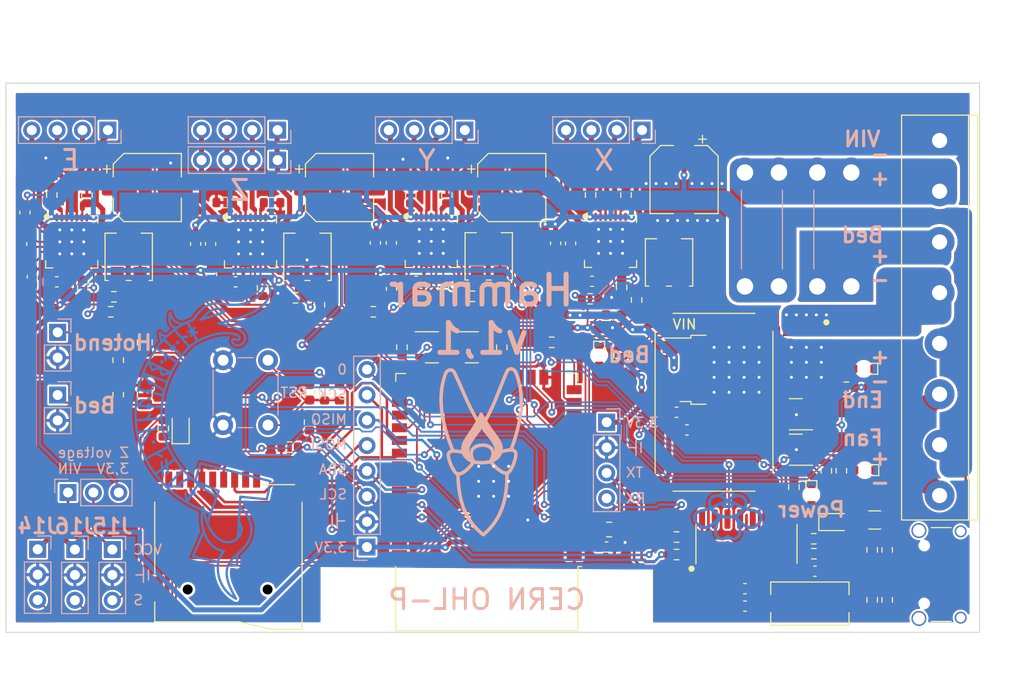
<source format=kicad_pcb>
(kicad_pcb (version 20211014) (generator pcbnew)
  (title_block (title "Hammar32"))
  (layers (0 "F.Cu" signal) (31 "B.Cu" signal) (34 "B.Paste" user) (35 "F.Paste" user) (36 "B.SilkS" user "B.Silkscreen") (37 "F.SilkS" user "F.Silkscreen") (38 "B.Mask" user) (39 "F.Mask" user) (44 "Edge.Cuts" user))
  (net 0 "")
  (net 1 "GND")
  (net 2 "Net-(C5-Pad1)")
  (net 3 "Net-(C7-Pad2)")
  (net 4 "+3.3V")
  (net 5 "Net-(C6-Pad1)")
  (net 6 "Net-(C7-Pad1)")
  (net 7 "Net-(C18-Pad1)")
  (net 8 "Net-(C8-Pad1)")
  (net 9 "Net-(C9-Pad1)")
  (net 10 "Net-(C9-Pad2)")
  (net 11 "RST")
  (net 12 "Net-(C10-Pad1)")
  (net 13 "Net-(C10-Pad2)")
  (net 14 "Net-(C11-Pad1)")
  (net 15 "Net-(C12-Pad1)")
  (net 16 "T-END")
  (net 17 "T-BED")
  (net 18 "Net-(C12-Pad2)")
  (net 19 "Net-(C15-Pad1)")
  (net 20 "Net-(C16-Pad1)")
  (net 21 "Net-(C17-Pad1)")
  (net 22 "Net-(D1-Pad2)")
  (net 23 "Net-(D2-Pad2)")
  (net 24 "Net-(D4-Pad2)")
  (net 25 "Net-(D5-Pad1)")
  (net 26 "Net-(D6-Pad2)")
  (net 27 "Net-(F3-Pad1)")
  (net 28 "Net-(C22-Pad2)")
  (net 29 "Net-(J3-PadA5)")
  (net 31 "Net-(J3-PadB5)")
  (net 32 "TX")
  (net 35 "RX")
  (net 36 "IO0")
  (net 37 "SS")
  (net 38 "SCK")
  (net 39 "MISO")
  (net 40 "SDA")
  (net 41 "SCL")
  (net 42 "MOSI")
  (net 43 "Net-(C29-Pad1)")
  (net 44 "Net-(C30-Pad1)")
  (net 46 "Net-(J12-Pad2)")
  (net 47 "D+")
  (net 48 "D-")
  (net 49 "Net-(J15-Pad3)")
  (net 50 "Net-(Q1-Pad1)")
  (net 51 "Net-(Q2-Pad1)")
  (net 52 "Net-(R1-Pad1)")
  (net 53 "X-MIN")
  (net 54 "Y-MIN")
  (net 55 "Z-MIN")
  (net 56 "END")
  (net 57 "BED")
  (net 58 "FAN")
  (net 59 "Net-(R4-Pad2)")
  (net 60 "Net-(R2-Pad2)")
  (net 61 "Net-(R3-Pad1)")
  (net 62 "E-EN")
  (net 63 "Net-(R5-Pad1)")
  (net 64 "Net-(R6-Pad2)")
  (net 65 "Net-(R7-Pad1)")
  (net 66 "Net-(R8-Pad2)")
  (net 67 "Net-(R9-Pad1)")
  (net 68 "Net-(R12-Pad1)")
  (net 69 "Net-(R16-Pad2)")
  (net 70 "Net-(R17-Pad2)")
  (net 71 "Net-(R18-Pad2)")
  (net 72 "Net-(R10-Pad1)")
  (net 73 "Net-(R11-Pad1)")
  (net 74 "Net-(R13-Pad2)")
  (net 75 "Net-(R14-Pad2)")
  (net 76 "Net-(R15-Pad2)")
  (net 77 "Net-(R19-Pad2)")
  (net 78 "Net-(R20-Pad2)")
  (net 79 "Net-(R38-Pad2)")
  (net 80 "Net-(RV1-Pad2)")
  (net 81 "Net-(RV2-Pad2)")
  (net 82 "Net-(RV3-Pad2)")
  (net 83 "Net-(RV4-Pad2)")
  (net 84 "X-2B")
  (net 86 "X-STP")
  (net 87 "X-DIR")
  (net 89 "X-1B")
  (net 90 "X-1A")
  (net 92 "X-2A")
  (net 93 "Y-STP")
  (net 94 "Y-DIR")
  (net 95 "Z-STP")
  (net 96 "Z-DIR")
  (net 97 "E-STP")
  (net 98 "E-DIR")
  (net 102 "Y-2B")
  (net 105 "Y-1B")
  (net 106 "Y-1A")
  (net 108 "Y-2A")
  (net 109 "Z-2B")
  (net 112 "Z-1B")
  (net 113 "Z-1A")
  (net 115 "Z-2A")
  (net 116 "E-2B")
  (net 117 "Net-(R39-Pad1)")
  (net 118 "Net-(R41-Pad1)")
  (net 119 "E-1B")
  (net 120 "E-1A")
  (net 121 "Net-(R42-Pad2)")
  (net 122 "E-2A")
  (net 123 "ENDCONN")
  (net 124 "BEDCONN-F")
  (net 125 "Net-(J1-Pad8)")
  (net 126 "VIN")
  (net 138 "+VDC")
  (net 139 "BEDCONN")
  (net 141 "RTS")
  (net 143 "DTR")
  (footprint "Potentiometer_SMD:Potentiometer_Bourns_3314J_Vertical" (layer "F.Cu") (at 139.405 83.112874 180)
    (fp_text reference "RV1" hide)
    (fp_text value "Potentiometer_10kΩ")
  )
  (footprint "Capacitor_SMD:C_0805_2012Metric" (layer "F.Cu") (at 104.965 91.722756 90)
    (fp_text reference "C21" hide)
    (fp_text value "10µF")
  )
  (footprint "Resistor_SMD:R_0603_1608Metric" (layer "F.Cu") (at 112.965 77.722756 180)
    (fp_text reference "R7" hide)
    (fp_text value "68mΩ shunt")
  )
  (footprint "Resistor_SMD:R_0603_1608Metric" (layer "F.Cu") (at 131.605 76.972756 90)
    (fp_text reference "R3" hide)
    (fp_text value "68mΩ shunt")
  )
  (footprint "Package_TO_SOT_SMD:SOT-23" (layer "F.Cu") (at 170.155 102.472756 180)
    (fp_text reference "Q5" hide)
    (fp_text value "PMV40UN2R or equivalent")
  )
  (footprint "Resistor_SMD:R_0603_1608Metric" (layer "F.Cu") (at 177.805 112.512874 -90)
    (fp_text reference "R40" hide)
    (fp_text value "5,1kΩ")
  )
  (footprint "Resistor_SMD:R_0603_1608Metric" (layer "F.Cu") (at 101.865 87.162874)
    (fp_text reference "R14" hide)
    (fp_text value "20kΩ")
  )
  (footprint "Capacitor_SMD:C_0603_1608Metric" (layer "F.Cu") (at 128.055 81.762874 90)
    (fp_text reference "C6" hide)
    (fp_text value "100nF")
  )
  (footprint "Resistor_SMD:R_0603_1608Metric" (layer "F.Cu") (at 149.555 87.362874 180)
    (fp_text reference "R16" hide)
    (fp_text value "100kΩ")
  )
  (footprint "Capacitor_SMD:C_0603_1608Metric" (layer "F.Cu") (at 172.065 114.642756)
    (fp_text reference "C30" hide)
    (fp_text value "22pF")
  )
  (footprint "Package_DFN_QFN:QFN-28-1EP_5x5mm_P0.5mm_EP3.35x3.35mm" (layer "F.Cu") (at 133.655 81.612874)
    (fp_text reference "U1" hide)
    (fp_text value "A4988")
  )
  (footprint "Resistor_SMD:R_0603_1608Metric" (layer "F.Cu") (at 149.605 76.972756 90)
    (fp_text reference "R5" hide)
    (fp_text value "68mΩ shunt")
  )
  (footprint "Resistor_SMD:R_0603_1608Metric" (layer "F.Cu") (at 134.855 86.222756 -90)
    (fp_text reference "R9" hide)
    (fp_text value "10kΩ")
  )
  (footprint "Resistor_SMD:R_0603_1608Metric" (layer "F.Cu") (at 119.465 102.222756 180)
    (fp_text reference "R34" hide)
    (fp_text value "10kΩ")
  )
  (footprint "DIY:8-VSONP (5x6)" (layer "F.Cu") (at 171.215 93.472756 90)
    (fp_text reference "Q3" hide)
    (fp_text value "TI CSD17310Q5A or equivalent")
  )
  (footprint "Capacitor_SMD:CP_Elec_6.3x4.9" (layer "F.Cu") (at 105.215 76.222756)
    (fp_text reference "C2" hide)
    (fp_text value "100µF")
  )
  (footprint "Resistor_SMD:R_0603_1608Metric" (layer "F.Cu") (at 158.215 112.972756 180)
    (fp_text reference "R41" hide)
    (fp_text value "1kΩ")
  )
  (footprint "Capacitor_SMD:C_0603_1608Metric" (layer "F.Cu") (at 149.755 85.612874)
    (fp_text reference "C16" hide)
    (fp_text value "220nF")
  )
  (footprint "Resistor_SMD:R_0603_1608Metric" (layer "F.Cu") (at 152.465 93.012874 -90)
    (fp_text reference "R24" hide)
    (fp_text value "1kΩ")
  )
  (footprint "Resistor_SMD:R_0603_1608Metric" (layer "F.Cu") (at 140.715 92.222756 -90)
    (fp_text reference "R23" hide)
    (fp_text value "10kΩ")
  )
  (footprint "Capacitor_SMD:C_0603_1608Metric" (layer "F.Cu") (at 121.465 96.722756 -90)
    (fp_text reference "C22" hide)
    (fp_text value "100nF")
  )
  (footprint "Resistor_SMD:R_0603_1608Metric" (layer "F.Cu") (at 173.215 104.582638 90)
    (fp_text reference "R35" hide)
    (fp_text value "10kΩ")
  )
  (footprint "Resistor_SMD:R_0603_1608Metric" (layer "F.Cu") (at 171.965 112.892756 180)
    (fp_text reference "R42" hide)
    (fp_text value "22Ω")
  )
  (footprint "Resistor_SMD:R_0603_1608Metric" (layer "F.Cu") (at 121.465 99.722756 -90)
    (fp_text reference "R32" hide)
    (fp_text value "10kΩ")
  )
  (footprint "Capacitor_SMD:CP_Elec_6.3x4.9" (layer "F.Cu") (at 158.965 75.422756 -90)
    (fp_text reference "C1" hide)
    (fp_text value "100µF")
  )
  (footprint "Capacitor_SMD:C_0805_2012Metric" (layer "F.Cu") (at 104.965 96.972756 90)
    (fp_text reference "C23" hide)
    (fp_text value "10µF")
  )
  (footprint "Resistor_SMD:R_0603_1608Metric" (layer "F.Cu") (at 145.715 91.722756)
    (fp_text reference "R21" hide)
    (fp_text value "10kΩ")
  )
  (footprint "Resistor_SMD:R_0603_1608Metric" (layer "F.Cu") (at 175.215 96.222756 180)
    (fp_text reference "R27" hide)
    (fp_text value "10kΩ")
  )
  (footprint "Capacitor_SMD:C_0603_1608Metric" (layer "F.Cu") (at 132.155 85.612874)
    (fp_text reference "C15" hide)
    (fp_text value "220nF")
  )
  (footprint "Resistor_SMD:R_0603_1608Metric" (layer "F.Cu") (at 102.305 96.962874 90)
    (fp_text reference "R31" hide)
    (fp_text value "4,7kΩ")
  )
  (footprint "Capacitor_SMD:C_0603_1608Metric" (layer "F.Cu") (at 151.915 88.972756 180)
    (fp_text reference "C20" hide)
    (fp_text value "220nF")
  )
  (footprint "Resistor_SMD:R_0603_1608Metric" (layer "F.Cu") (at 102.305 93.512874 -90)
    (fp_text reference "R26" hide)
    (fp_text value "4,7kΩ")
  )
  (footprint "Resistor_SMD:R_0603_1608Metric" (layer "F.Cu") (at 101.555 88.662874 180)
    (fp_text reference "R19" hide)
    (fp_text value "100kΩ")
  )
  (footprint "Diode_SMD:D_SOD-323" (layer "F.Cu") (at 173.965 109.722756)
    (fp_text reference "D6" hide)
    (fp_text value "USB protection diode, >500mA >24V. Silicon fine")
  )
  (footprint "Package_DFN_QFN:QFN-28-1EP_5x5mm_P0.5mm_EP3.35x3.35mm" (layer "F.Cu") (at 97.655 81.662874)
    (fp_text reference "U3" hide)
    (fp_text value "A4988")
  )
  (footprint "Resistor_SMD:R_0603_1608Metric" (layer "F.Cu") (at 99.165 76.972756 -90)
    (fp_text reference "R2" hide)
    (fp_text value "68mΩ shunt")
  )
  (footprint "DIY:LED 0603 reverse mount" (layer "F.Cu") (at 176.965 94.372756 180)
    (fp_text reference "D2" hide)
    (fp_text value "LED_Small")
  )
  (footprint "Resistor_SMD:R_0603_1608Metric" (layer "F.Cu") (at 98.755 86.262874 -90)
    (fp_text reference "R11" hide)
    (fp_text value "10kΩ")
  )
  (footprint "Capacitor_SMD:C_0603_1608Metric" (layer "F.Cu") (at 96.155 85.662874)
    (fp_text reference "C17" hide)
    (fp_text value "220nF")
  )
  (footprint "Capacitor_SMD:C_0603_1608Metric" (layer "F.Cu") (at 147.605 81.812874 -90)
    (fp_text reference "C9" hide)
    (fp_text value "100nF")
  )
  (footprint "Resistor_SMD:R_0603_1608Metric" (layer "F.Cu") (at 152.715 86.222756 -90)
    (fp_text reference "R10" hide)
    (fp_text value "10kΩ")
  )
  (footprint "Potentiometer_SMD:Potentiometer_Bourns_3314J_Vertical" (layer "F.Cu") (at 103.355 83.162874 180)
    (fp_text reference "RV2" hide)
    (fp_text value "Potentiometer_10kΩ")
  )
  (footprint "Capacitor_SMD:CP_Elec_6.3x4.9" (layer "F.Cu") (at 124.465 76.222756)
    (fp_text reference "C3" hide)
    (fp_text value "100µF")
  )
  (footprint "Resistor_SMD:R_0603_1608Metric" (layer "F.Cu") (at 130.715 92.222756 90)
    (fp_text reference "R22" hide)
    (fp_text value "10kΩ")
  )
  (footprint "Capacitor_SMD:C_0603_1608Metric" (layer "F.Cu") (at 165.065 116.392756 180)
    (fp_text reference "C28" hide)
    (fp_text value "100nF")
  )
  (footprint "Capacitor_SMD:C_0603_1608Metric" (layer "F.Cu") (at 159.25 100.5 180)
    (fp_text reference "C25" hide)
    (fp_text value "330nF")
  )
  (footprint "Resistor_SMD:R_0603_1608Metric" (layer "F.Cu") (at 95.655 76.972756 90)
    (fp_text reference "R1" hide)
    (fp_text value "68mΩ shunt")
  )
  (footprint "Capacitor_SMD:C_0603_1608Metric" (layer "F.Cu") (at 110.055 81.862874 90)
    (fp_text reference "C11" hide)
    (fp_text value "100nF")
  )
  (footprint "Package_DFN_QFN:QFN-28-1EP_5x5mm_P0.5mm_EP3.35x3.35mm" (layer "F.Cu") (at 151.605 81.612874)
    (fp_text reference "U2" hide)
    (fp_text value "A4988")
  )
  (footprint "DIY:LED 0603 reverse mount" (layer "F.Cu") (at 171.715 106.972756 -90)
    (fp_text reference "D5" hide)
    (fp_text value "LED_Small")
  )
  (footprint "Resistor_SMD:R_0603_1608Metric" (layer "F.Cu") (at 135.215 76.972756 -90)
    (fp_text reference "R4" hide)
    (fp_text value "68mΩ shunt")
  )
  (footprint "DIY:mini BUCK" (layer "F.Cu") (at 161.965 97.722756)
    (fp_text reference "U5" hide)
    (fp_text value "DPAK 3,3v linear regulator + caps OR mini buck converter")
  )
  (footprint "Resistor_SMD:R_0603_1608Metric" (layer "F.Cu") (at 179.305 117.512874 -90)
    (fp_text reference "RV6" hide)
    (fp_text value "ESD varistor, optional")
  )
  (footprint "Diode_SMD:D_SOD-323" (layer "F.Cu") (at 108.555 100.372874 90)
    (fp_text reference "D3" hide)
    (fp_text value "Zener_~3,3v")
  )
  (footprint "Resistor_SMD:R_0603_1608Metric" (layer "F.Cu") (at 122.965 96.722756 -90)
    (fp_text reference "R29" hide)
    (fp_text value "1kΩ")
  )
  (footprint "Resistor_SMD:R_0603_1608Metric" (layer "F.Cu") (at 177.805 117.512874 -90)
    (fp_text reference "R43" hide)
    (fp_text value "5,1kΩ")
  )
  (footprint "Capacitor_SMD:C_0603_1608Metric" (layer "F.Cu") (at 151.215 112.222756)
    (fp_text reference "C27" hide)
    (fp_text value "100nF")
  )
  (footprint "Resistor_SMD:R_0603_1608Metric" (layer "F.Cu") (at 153.965 93.012874 -90)
    (fp_text reference "R25" hide)
    (fp_text value "10kΩ")
  )
  (footprint "Connector_USB:USB_C_Receptacle_HRO_TYPE-C-31-M-12" (layer "F.Cu") (at 185.615 114.972756 90)
    (fp_text reference "J3" hide)
    (fp_text value "USB_C_Receptacle_USB2.0")
  )
  (footprint "Capacitor_SMD:CP_Elec_6.3x4.9" (layer "F.Cu") (at 141.715 76.222756)
    (fp_text reference "C4" hide)
    (fp_text value "100µF")
  )
  (footprint "Capacitor_SMD:C_0603_1608Metric" (layer "F.Cu") (at 158.215 98.722756)
    (fp_text reference "C24" hide)
    (fp_text value "100nF")
  )
  (footprint "Resistor_SMD:R_0603_1608Metric" (layer "F.Cu") (at 124.465 96.722756 -90)
    (fp_text reference "R30" hide)
    (fp_text value "10kΩ")
  )
  (footprint "Resistor_SMD:R_0603_1608Metric" (layer "F.Cu") (at 122.455 87.962874 90)
    (fp_text reference "R18" hide)
    (fp_text value "100kΩ")
  )
  (footprint "RF_Module:ESP32-WROOM-32" (layer "F.Cu") (at 139.215 104.727756 180)
    (fp_text reference "U6" hide)
    (fp_text value "ESP32-WROOM-32E")
  )
  (footprint "Capacitor_SMD:C_0603_1608Metric" (layer "F.Cu") (at 93.705 85.162874 -90)
    (fp_text reference "C14" hide)
    (fp_text value "220nF")
  )
  (footprint "Resistor_SMD:R_0603_1608Metric" (layer "F.Cu") (at 153.155 76.972756 -90)
    (fp_text reference "R6" hide)
    (fp_text value "68mΩ shunt")
  )
  (footprint "Capacitor_SMD:C_0603_1608Metric" (layer "F.Cu") (at 114.055 85.662874)
    (fp_text reference "C18" hide)
    (fp_text value "220nF")
  )
  (footprint "Capacitor_SMD:C_0603_1608Metric" (layer "F.Cu") (at 129.655 81.762874 -90)
    (fp_text reference "C7" hide)
    (fp_text value "100nF")
  )
  (footprint "DIY:LED 0603 reverse mount" (layer "F.Cu") (at 177.065 104.522756 180)
    (fp_text reference "D4" hide)
    (fp_text value "LED_Small")
  )
  (footprint "DIY:microSD" (layer "F.Cu") (at 113.965 111.972756)
    (fp_text reference "J2" hide)
    (fp_text value "Micro_SD_Holder")
  )
  (footprint "Resistor_SMD:R_0603_1608Metric" (layer "F.Cu") (at 127.855 88.662874)
    (fp_text reference "R20" hide)
    (fp_text value "100kΩ")
  )
  (footprint "Fuse:Fuse_1206_3216Metric" (layer "F.Cu") (at 178.055 109.512874 180)
    (fp_text reference "F3" hide)
    (fp_text value "Polyfuse 500mA")
  )
  (footprint "Package_TO_SOT_SMD:SOT-23" (layer "F.Cu") (at 137.715 92.222756)
    (fp_text reference "Q2" hide)
    (fp_text value "S9014 or equivalent")
  )
  (footprint "Capacitor_SMD:C_0805_2012Metric" (layer "F.Cu") (at 151.465 110.472756)
    (fp_text reference "C26" hide)
    (fp_text value "10µF")
  )
  (footprint "Capacitor_SMD:C_0603_1608Metric" (layer "F.Cu") (at 111.555 81.862874 -90)
    (fp_text reference "C12" hide)
    (fp_text value "100nF")
  )
  (footprint "TerminalBlock:TerminalBlock_bornier-6_P5.08mm" (layer "F.Cu") (at 184.555 71.512874 -90)
    (fp_text reference "J1" hide)
    (fp_text value "8x screw terminal, 5,08mm spacing. rated for >20A")
  )
  (footprint "Resistor_SMD:R_0603_1608Metric" (layer "F.Cu") (at 154.215 87.472756 -90)
    (fp_text reference "R17" hide)
    (fp_text value "20kΩ")
  )
  (footprint "Capacitor_SMD:C_0603_1608Metric" (layer "F.Cu") (at 92.965 78.722756 90)
    (fp_text reference "C5" hide)
    (fp_text value "100nF")
  )
  (footprint "Capacitor_SMD:C_0603_1608Metric" (layer "F.Cu") (at 111.655 84.912874 -90)
    (fp_text reference "C13" hide)
    (fp_text value "220nF")
  )
  (footprint "Potentiometer_SMD:Potentiometer_Bourns_3314J_Vertical" (layer "F.Cu") (at 157.465 83.722756 180)
    (fp_text reference "RV4" hide)
    (fp_text value "Potentiometer_10kΩ")
  )
  (footprint "Resistor_SMD:R_0603_1608Metric" (layer "F.Cu") (at 117.715 77.742756 180)
    (fp_text reference "R8" hide)
    (fp_text value "68mΩ shunt")
  )
  (footprint "Package_TO_SOT_SMD:SOT-23" (layer "F.Cu") (at 170.155 98.922756 180)
    (fp_text reference "Q4" hide)
    (fp_text value "PMV40UN2R or equivalent")
  )
  (footprint "Crystal:Crystal_SMD_ECS_CSM3X-2Pin_7.6x4.1mm" (layer "F.Cu") (at 171.565 117.892756)
    (fp_text reference "Y1" hide)
    (fp_text value "Crystal_12mhz")
  )
  (footprint "Package_SO:SOIC-16_3.9x9.9mm_P1.27mm" (layer "F.Cu") (at 165.215 111.892756 90)
    (fp_text reference "U7" hide)
    (fp_text value "CH340G")
  )
  (footprint "Resistor_SMD:R_0603_1608Metric" (layer "F.Cu") (at 116.755 86.262874 -90)
    (fp_text reference "R12" hide)
    (fp_text value "10kΩ")
  )
  (footprint "Resistor_SMD:R_0603_1608Metric" (layer "F.Cu") (at 106.815 100.342756 -90)
    (fp_text reference "R33" hide)
    (fp_text value "10k")
  )
  (footprint "Package_TO_SOT_SMD:SOT-23" (layer "F.Cu") (at 133.715 92.222756)
    (fp_text reference "Q1" hide)
    (fp_text value "S9014 or equivalent")
  )
  (footprint "Capacitor_SMD:C_0603_1608Metric" (layer "F.Cu") (at 146.105 81.812874 90)
    (fp_text reference "C8" hide)
    (fp_text value "100nF")
  )
  (footprint "Capacitor_SMD:C_0603_1608Metric" (layer "F.Cu") (at 129.665 86.362874 -90)
    (fp_text reference "C19" hide)
    (fp_text value "220nF")
  )
  (footprint "Capacitor_SMD:C_0603_1608Metric" (layer "F.Cu") (at 93.655 81.862874 -90)
    (fp_text reference "C10" hide)
    (fp_text value "100nF")
  )
  (footprint "Resistor_SMD:R_0603_1608Metric" (layer "F.Cu") (at 179.305 112.512874 90)
    (fp_text reference "RV5" hide)
    (fp_text value "ESD varistor, optional")
  )
  (footprint "Resistor_SMD:R_0603_1608Metric" (layer "F.Cu") (at 120.055 87.262874)
    (fp_text reference "R15" hide)
    (fp_text value "20kΩ")
  )
  (footprint "Potentiometer_SMD:Potentiometer_Bourns_3314J_Vertical" (layer "F.Cu") (at 121.255 83.162874 180)
    (fp_text reference "RV3" hide)
    (fp_text value "Potentiometer_10kΩ")
  )
  (footprint "Resistor_SMD:R_0603_1608Metric" (layer "F.Cu") (at 137.765 87.112874)
    (fp_text reference "R13" hide)
    (fp_text value "20kΩ")
  )
  (footprint "Resistor_SMD:R_0603_1608Metric" (layer "F.Cu") (at 178.215 96.222756)
    (fp_text reference "R28" hide)
    (fp_text value "1kΩ")
  )
  (footprint "Package_DFN_QFN:QFN-28-1EP_5x5mm_P0.5mm_EP3.35x3.35mm" (layer "F.Cu") (at 115.555 81.662874)
    (fp_text reference "U4" hide)
    (fp_text value "A4988")
  )
  (footprint "Resistor_SMD:R_0603_1608Metric" (layer "F.Cu") (at 171.965 111.392756)
    (fp_text reference "R39" hide)
    (fp_text value "22Ω")
  )
  (footprint "Capacitor_SMD:C_0603_1608Metric" (layer "F.Cu") (at 165.065 118.142756 180)
    (fp_text reference "C29" hide)
    (fp_text value "22pF")
  )
  (footprint "Resistor_SMD:R_0603_1608Metric" (layer "F.Cu") (at 174.715 104.582638 -90)
    (fp_text reference "R36" hide)
    (fp_text value "1kΩ")
  )
  (footprint "Resistor_SMD:R_0603_1608Metric" (layer "F.Cu") (at 169.965 106.222756 90)
    (fp_text reference "R37" hide)
    (fp_text value "1kΩ")
  )
  (footprint "DIY:LED 0603 reverse mount" (layer "F.Cu") (at 150.465 93.012874 -90)
    (fp_text reference "D1" hide)
    (fp_text value "LED_Small")
  )
  (footprint "Resistor_SMD:R_0603_1608Metric" (layer "F.Cu") (at 158.215 111.222756)
    (fp_text reference "R38" hide)
    (fp_text value "1kΩ")
  )
  (footprint "Connector_PinHeader_2.54mm:PinHeader_1x03_P2.54mm_Vertical" (layer "B.Cu") (at 97.965 112.472756 180)
    (fp_text reference "J16")
    (fp_text value "1x3")
  )
  (footprint "Connector_PinHeader_2.54mm:PinHeader_1x02_P2.54mm_Vertical" (layer "B.Cu") (at 96.24 90.722756 180)
    (fp_text reference "J9" hide)
    (fp_text value "1x2")
  )
  (footprint "LOGO" (layer "B.Cu") (at 138.915 102.642756 -177)
    (fp_text reference "G***" hide)
    (fp_text value "LOGO" hide)
  )
  (footprint "LOGO" (layer "B.Cu") (at 110.805 101.512874 180)
    (fp_text reference "G***" hide)
    (fp_text value "LOGO" hide)
  )
  (footprint "Button_Switch_THT:SW_PUSH_6mm" (layer "B.Cu") (at 117.305 100.012874 90)
    (fp_text reference "SW1" hide)
    (fp_text value "SW_MEC_5G")
  )
  (footprint "Connector_PinHeader_2.54mm:PinHeader_1x04_P2.54mm_Vertical" (layer "B.Cu") (at 137.015 70.472756 90)
    (fp_text reference "J5" hide)
    (fp_text value "1x4")
  )
  (footprint "Connector_PinHeader_2.54mm:PinHeader_1x08_P2.54mm_Vertical" (layer "B.Cu") (at 127.215 112.222756)
    (fp_text reference "J13" hide)
    (fp_text value "1x8")
  )
  (footprint "DIY:mini fuse sep" (layer "B.Cu") (at 173.965 80.472756 -90)
    (fp_text reference "F2" hide)
    (fp_text value "15A Mini fuse + Keystone 3557 fuse holders, or equivalent")
  )
  (footprint "Connector_PinHeader_2.54mm:PinHeader_1x04_P2.54mm_Vertical" (layer "B.Cu") (at 118.265 70.472756 90)
    (fp_text reference "J6" hide)
    (fp_text value "1x4")
  )
  (footprint "Connector_PinHeader_2.54mm:PinHeader_1x04_P2.54mm_Vertical" (layer "B.Cu") (at 151.215 99.722756 180)
    (fp_text reference "J11" hide)
    (fp_text value "1x4")
  )
  (footprint "Connector_PinHeader_2.54mm:PinHeader_1x04_P2.54mm_Vertical" (layer "B.Cu") (at 101.265 70.472756 90)
    (fp_text reference "J7" hide)
    (fp_text value "1x4")
  )
  (footprint "Connector_PinHeader_2.54mm:PinHeader_1x04_P2.54mm_Vertical" (layer "B.Cu") (at 118.265 73.472756 90)
    (fp_text reference "J8" hide)
    (fp_text value "1x4")
  )
  (footprint "Connector_PinHeader_2.54mm:PinHeader_1x03_P2.54mm_Vertical" (layer "B.Cu") (at 94.24 112.447756 180)
    (fp_text reference "J14")
    (fp_text value "1x3")
  )
  (footprint "Connector_PinHeader_2.54mm:PinHeader_1x03_P2.54mm_Vertical" (layer "B.Cu") (at 101.715 112.472756 180)
    (fp_text reference "J15")
    (fp_text value "1x3")
  )
  (footprint "DIY:mini fuse sep" (layer "B.Cu") (at 166.715 80.472756 -90)
    (fp_text reference "F1" hide)
    (fp_text value "15A Mini fuse + Keystone 3557 fuse holders, or equivalent")
  )
  (footprint "Connector_PinHeader_2.54mm:PinHeader_1x04_P2.54mm_Vertical" (layer "B.Cu") (at 154.765 70.472756 90)
    (fp_text reference "J4" hide)
    (fp_text value "1x4")
  )
  (footprint "Connector_PinHeader_2.54mm:PinHeader_1x03_P2.54mm_Vertical" (layer "B.Cu") (at 97.28 106.762874 -90)
    (fp_text reference "J12" hide)
    (fp_text value "1x3")
  )
  (footprint "Connector_PinHeader_2.54mm:PinHeader_1x02_P2.54mm_Vertical" (layer "B.Cu") (at 96.24 97 180)
    (fp_text reference "J10" hide)
    (fp_text value "1x2")
  )
  (gr_line (start 164.437637 111.116945) (end 164.477343 111.047409) (layer "B.Cu") (width 0.3))
  (gr_line (start 162.243663 108.917816) (end 162.183417 108.878705) (layer "B.Cu") (width 0.3))
  (gr_line (start 163.811943 106.813028) (end 163.790055 106.797672) (layer "B.Cu") (width 0.3))
  (gr_line (start 162.304815 108.954664) (end 162.243663 108.917816) (layer "B.Cu") (width 0.3))
  (gr_line (start 162.522191 111.349095) (end 162.458282 111.318198) (layer "B.Cu") (width 0.3))
  (gr_line (start 163.505812 107.72408) (end 163.590522 107.736579) (layer "B.Cu") (width 0.3))
  (gr_line (start 163.750732 108.077472) (end 163.71197 108.098753) (layer "B.Cu") (width 0.3))
  (gr_line (start 162.24586 111.116945) (end 162.205939 111.047409) (layer "B.Cu") (width 0.3))
  (gr_line (start 162.798406 107.971484) (end 162.829468 108.000895) (layer "B.Cu") (width 0.3))
  (gr_line (start 164.865109 107.205578) (end 164.813294 107.173544) (layer "B.Cu") (width 0.3))
  (gr_line (start 160.674497 108.587878) (end 160.854467 108.536959) (layer "B.Cu") (width 0.3))
  (gr_line (start 164.497969 108.878705) (end 164.557218 108.837099) (layer "B.Cu") (width 0.3))
  (gr_line (start 161.544514 108.06702) (end 161.524163 107.991586) (layer "B.Cu") (width 0.3))
  (gr_line (start 161.826444 109.942881) (end 161.747794 110.001606) (layer "B.Cu") (width 0.3))
  (gr_line (start 160.379494 109.998272) (end 160.281822 109.906032) (layer "B.Cu") (width 0.3))
  (gr_line (start 162.732234 111.394557) (end 162.659643 111.387313) (layer "B.Cu") (width 0.3))
  (gr_line (start 164.642322 107.101063) (end 164.581011 107.085179) (layer "B.Cu") (width 0.3))
  (gr_line (start 163.874908 106.865713) (end 163.854389 106.847011) (layer "B.Cu") (width 0.3))
  (gr_line (start 163.34069 109.226809) (end 163.290956 109.226026) (layer "B.Cu") (width 0.3))
  (gr_line (start 163.675701 107.75171) (end 163.760172 107.76941) (layer "B.Cu") (width 0.3))
  (gr_line (start 162.458282 111.318198) (end 162.398218 111.279496) (layer "B.Cu") (width 0.3))
  (gr_line (start 164.285917 111.279496) (end 164.34145 111.233027) (layer "B.Cu") (width 0.3))
  (gr_line (start 163.011931 107.33635) (end 163.059062 107.374184) (layer "B.Cu") (width 0.3))
  (gr_line (start 162.227704 109.939931) (end 162.282451 109.788831) (layer "B.Cu") (width 0.3))
  (gr_line (start 161.584027 110.106434) (end 161.499179 110.151078) (layer "B.Cu") (width 0.3))
  (gr_line (start 163.276721 108.17436) (end 163.341839 108.177279) (layer "B.Cu") (width 0.3))
  (gr_line (start 164.095256 111.372146) (end 164.162346 111.349095) (layer "B.Cu") (width 0.3))
  (gr_line (start 164.019568 107.061347) (end 164.003563 107.032068) (layer "B.Cu") (width 0.3))
  (gr_line (start 163.670344 108.117733) (end 163.625522 108.134305) (layer "B.Cu") (width 0.3))
  (gr_line (start 164.554439 110.349759) (end 164.531068 110.220435) (layer "B.Cu") (width 0.3))
  (gr_line (start 162.145251 110.885547) (end 162.125436 110.793298) (layer "B.Cu") (width 0.3))
  (gr_line (start 162.342476 111.233027) (end 162.291531 111.17883) (layer "B.Cu") (width 0.3))
  (gr_line (start 164.782398 108.641137) (end 164.835278 108.583609) (layer "B.Cu") (width 0.3))
  (gr_line (start 161.571729 108.144385) (end 161.544514 108.06702) (layer "B.Cu") (width 0.3))
  (gr_line (start 165.149526 107.586249) (end 165.129017 107.527695) (layer "B.Cu") (width 0.3))
  (gr_line (start 162.360349 107.066234) (end 162.427759 107.073248) (layer "B.Cu") (width 0.3))
  (gr_line (start 163.342465 107.707241) (end 163.262074 107.714279) (layer "B.Cu") (width 0.3))
  (gr_line (start 166.639137 109.541912) (end 166.668929 109.464162) (layer "B.Cu") (width 0.3))
  (gr_line (start 163.648338 111.34352) (end 163.725736 111.36836) (layer "B.Cu") (width 0.3))
  (gr_line (start 165.26866 110.18957) (end 165.356966 110.22118) (layer "B.Cu") (width 0.3))
  (gr_line (start 163.342516 107.707241) (end 163.342515 107.707241) (layer "B.Cu") (width 0.3))
  (gr_line (start 161.499179 110.151078) (end 161.412534 110.18957) (layer "B.Cu") (width 0.3))
  (gr_line (start 162.704282 109.136066) (end 162.620934 109.113015) (layer "B.Cu") (width 0.3))
  (gr_line (start 162.677623 107.03192) (end 162.694267 107.003988) (layer "B.Cu") (width 0.3))
  (gr_line (start 160.364876 108.711683) (end 160.510656 108.645838) (layer "B.Cu") (width 0.3))
  (gr_line (start 163.191883 111.269446) (end 163.114785 111.310562) (layer "B.Cu") (width 0.3))
  (gr_line (start 162.366781 108.989479) (end 162.304815 108.954664) (layer "B.Cu") (width 0.3))
  (gr_line (start 164.332649 109.63055) (end 164.254439 109.465127) (layer "B.Cu") (width 0.3))
  (gr_line (start 159.972183 109.252431) (end 159.974447 109.188675) (layer "B.Cu") (width 0.3))
  (gr_line (start 164.531068 110.220435) (end 164.497678 110.083812) (layer "B.Cu") (width 0.3))
  (gr_line (start 164.701644 107.121166) (end 164.642322 107.101063) (layer "B.Cu") (width 0.3))
  (gr_line (start 163.439356 109.22417) (end 163.487518 109.221289) (layer "B.Cu") (width 0.3))
  (gr_line (start 164.060465 109.113015) (end 164.12476 109.084029) (layer "B.Cu") (width 0.3))
  (gr_line (start 162.127478 110.349759) (end 162.150693 110.220435) (layer "B.Cu") (width 0.3))
  (gr_line (start 164.049601 107.124416) (end 164.03492 107.092117) (layer "B.Cu") (width 0.3))
  (gr_line (start 163.570883 111.310562) (end 163.648338 111.34352) (layer "B.Cu") (width 0.3))
  (gr_line (start 163.236547 106.673034) (end 163.289811 106.666874) (layer "B.Cu") (width 0.3))
  (gr_line (start 163.853147 108.000895) (end 163.820989 108.028435) (layer "B.Cu") (width 0.3))
  (gr_line (start 163.448703 106.674816) (end 163.396393 106.667897) (layer "B.Cu") (width 0.3))
  (gr_line (start 163.468564 108.168496) (end 163.407643 108.17436) (layer "B.Cu") (width 0.3))
  (gr_line (start 163.986925 107.004243) (end 163.969674 106.977834) (layer "B.Cu") (width 0.3))
  (gr_line (start 160.135218 108.870398) (end 160.184291 108.827078) (layer "B.Cu") (width 0.3))
  (gr_line (start 164.314608 108.989479) (end 164.376572 108.954664) (layer "B.Cu") (width 0.3))
  (gr_line (start 163.007462 107.75171) (end 162.922323 107.76941) (layer "B.Cu") (width 0.3))
  (gr_line (start 160.239086 108.786255) (end 160.299362 108.747825) (layer "B.Cu") (width 0.3))
  (gr_line (start 163.23392 107.550041) (end 163.272744 107.600057) (layer "B.Cu") (width 0.3))
  (gr_line (start 163.342515 107.707241) (end 163.342515 107.707241) (layer "B.Cu") (width 0.3))
  (gr_line (start 163.941715 107.907477) (end 163.913178 107.940309) (layer "B.Cu") (width 0.3))
  (gr_line (start 163.854389 106.847011) (end 163.833394 106.829461) (layer "B.Cu") (width 0.3))
  (gr_line (start 166.709014 109.252431) (end 166.706749 109.188675) (layer "B.Cu") (width 0.3))
  (gr_line (start 161.143173 110.260835) (end 161.050694 110.267421) (layer "B.Cu") (width 0.3))
  (gr_line (start 163.407643 108.17436) (end 163.341869 108.177279) (layer "B.Cu") (width 0.3))
  (gr_line (start 163.577172 108.148361) (end 163.524963 108.159794) (layer "B.Cu") (width 0.3))
  (gr_line (start 164.936297 108.456697) (end 164.984251 108.386852) (layer "B.Cu") (width 0.3))
  (gr_line (start 162.933276 108.077472) (end 162.97244 108.098753) (layer "B.Cu") (width 0.3))
  (gr_line (start 166.690345 109.390069) (end 166.703626 109.319527) (layer "B.Cu") (width 0.3))
  (gr_line (start 164.728059 108.695019) (end 164.782398 108.641137) (layer "B.Cu") (width 0.3))
  (gr_line (start 164.117676 107.102218) (end 164.049685 107.124416) (layer "B.Cu") (width 0.3))
  (gr_line (start 162.241477 108.039026) (end 162.179834 108.073466) (layer "B.Cu") (width 0.3))
  (gr_line (start 160.000968 109.070765) (end 160.024741 109.0164) (layer "B.Cu") (width 0.3))
  (gr_line (start 165.073822 107.419388) (end 165.03965 107.369876) (layer "B.Cu") (width 0.3))
  (gr_line (start 162.109245 110.586358) (end 162.11382 110.471747) (layer "B.Cu") (width 0.3))
  (gr_line (start 162.365831 107.974028) (end 162.30347 108.005858) (layer "B.Cu") (width 0.3))
  (gr_line (start 162.770511 107.184752) (end 162.818581 107.210009) (layer "B.Cu") (width 0.3))
  (gr_line (start 164.477343 111.047409) (end 164.510824 110.970264) (layer "B.Cu") (width 0.3))
  (gr_line (start 162.875174 109.176573) (end 162.78893 109.157383) (layer "B.Cu") (width 0.3))
  (gr_line (start 163.894931 106.885606) (end 163.874908 106.865713) (layer "B.Cu") (width 0.3))
  (gr_line (start 166.589089 108.916322) (end 166.545978 108.870398) (layer "B.Cu") (width 0.3))
  (gr_line (start 161.697117 108.386852) (end 161.697117 108.386852) (layer "B.Cu") (width 0.3))
  (gr_line (start 164.835278 108.583609) (end 164.886608 108.522206) (layer "B.Cu") (width 0.3))
  (gr_line (start 163.958362 107.162056) (end 163.911169 107.184752) (layer "B.Cu") (width 0.3))
  (gr_line (start 163.551447 106.695125) (end 163.50044 106.683792) (layer "B.Cu") (width 0.3))
  (gr_line (start 161.234397 110.245178) (end 161.143173 110.260835) (layer "B.Cu") (width 0.3))
  (gr_line (start 164.564865 109.682929) (end 164.704596 109.816456) (layer "B.Cu") (width 0.3))
  (gr_line (start 165.001436 107.323618) (end 164.959437 107.280736) (layer "B.Cu") (width 0.3))
  (gr_line (start 163.342458 107.707241) (end 163.342465 107.707241) (layer "B.Cu") (width 0.3))
  (gr_line (start 162.867052 107.237814) (end 162.915631 107.268149) (layer "B.Cu") (width 0.3))
  (gr_line (start 166.553458 109.708803) (end 166.600727 109.623424) (layer "B.Cu") (width 0.3))
  (gr_line (start 162.829468 108.000895) (end 162.862096 108.028435) (layer "B.Cu") (width 0.3))
  (gr_line (start 163.50044 106.683792) (end 163.448703 106.674816) (layer "B.Cu") (width 0.3))
  (gr_line (start 159.974447 109.188675) (end 159.984123 109.128155) (layer "B.Cu") (width 0.3))
  (gr_line (start 161.503025 107.846988) (end 161.501725 107.778065) (layer "B.Cu") (width 0.3))
  (gr_line (start 166.399375 109.906032) (end 166.497089 109.798156) (layer "B.Cu") (width 0.3))
  (gr_line (start 162.49173 107.914649) (end 162.428578 107.943603) (layer "B.Cu") (width 0.3))
  (gr_line (start 160.012268 109.464162) (end 159.990852 109.390069) (layer "B.Cu") (width 0.3))
  (gr_line (start 164.377904 108.005858) (end 164.439896 108.039026) (layer "B.Cu") (width 0.3))
  (gr_line (start 163.450728 107.550041) (end 163.412081 107.600057) (layer "B.Cu") (width 0.3))
  (gr_line (start 162.205939 111.047409) (end 162.172244 110.970264) (layer "B.Cu") (width 0.3))
  (gr_line (start 163.760172 107.76941) (end 163.842758 107.789613) (layer "B.Cu") (width 0.3))
  (gr_line (start 165.446798 110.245178) (end 165.538021 110.260835) (layer "B.Cu") (width 0.3))
  (gr_line (start 166.497089 109.798156) (end 166.497089 109.798156) (layer "B.Cu") (width 0.3))
  (gr_line (start 163.969674 106.977834) (end 163.95183 106.952803) (layer "B.Cu") (width 0.3))
  (gr_line (start 161.936399 108.222627) (end 161.816312 108.303121) (layer "B.Cu") (width 0.3))
  (gr_line (start 163.309022 107.652462) (end 163.342458 107.707241) (layer "B.Cu") (width 0.3))
  (gr_line (start 165.630501 110.267421) (end 165.724103 110.264207) (layer "B.Cu") (width 0.3))
  (gr_line (start 163.342916 111.162584) (end 163.417698 111.220133) (layer "B.Cu") (width 0.3))
  (gr_line (start 164.34145 111.233027) (end 164.392181 111.17883) (layer "B.Cu") (width 0.3))
  (gr_line (start 164.189638 107.914649) (end 164.252793 107.943603) (layer "B.Cu") (width 0.3))
  (gr_line (start 161.767441 107.241349) (end 161.816241 107.205578) (layer "B.Cu") (width 0.3))
  (gr_line (start 163.340687 109.226809) (end 163.390425 109.226026) (layer "B.Cu") (width 0.3))
  (gr_line (start 162.428578 107.943603) (end 162.365831 107.974028) (layer "B.Cu") (width 0.3))
  (gr_line (start 162.227905 107.066547) (end 162.293645 107.064041) (layer "B.Cu") (width 0.3))
  (gr_line (start 163.92228 107.812256) (end 163.960524 107.824472) (layer "B.Cu") (width 0.3))
  (gr_line (start 164.557217 110.793298) (end 164.569179 110.693555) (layer "B.Cu") (width 0.3))
  (gr_line (start 160.055202 108.964954) (end 160.092108 108.916322) (layer "B.Cu") (width 0.3))
  (gr_line (start 165.538021 110.260835) (end 165.630501 110.267421) (layer "B.Cu") (width 0.3))
  (gr_line (start 162.683793 107.837273) (end 162.619319 107.861418) (layer "B.Cu") (width 0.3))
  (gr_line (start 160.476989 110.075605) (end 160.379494 109.998272) (layer "B.Cu") (width 0.3))
  (gr_line (start 162.89161 106.795667) (end 162.936866 106.767715) (layer "B.Cu") (width 0.3))
  (gr_line (start 164.253591 107.073248) (end 164.185731 107.085202) (layer "B.Cu") (width 0.3))
  (gr_line (start 166.301703 109.998272) (end 166.399375 109.906032) (layer "B.Cu") (width 0.3))
  (gr_line (start 163.396393 106.667897) (end 163.343667 106.662734) (layer "B.Cu") (width 0.3))
  (gr_line (start 164.672355 108.745487) (end 164.728059 108.695019) (layer "B.Cu") (width 0.3))
  (gr_line (start 166.0067 108.587878) (end 165.826731 108.536959) (layer "B.Cu") (width 0.3))
  (gr_line (start 163.863332 107.210009) (end 163.815136 107.237814) (layer "B.Cu") (width 0.3))
  (gr_line (start 164.251923 109.022491) (end 164.314608 108.989479) (layer "B.Cu") (width 0.3))
  (gr_line (start 162.282451 109.788831) (end 162.348661 109.63055) (layer "B.Cu") (width 0.3))
  (gr_line (start 162.555305 107.887232) (end 162.49173 107.914649) (layer "B.Cu") (width 0.3))
  (gr_line (start 160.574173 110.138762) (end 160.476989 110.075605) (layer "B.Cu") (width 0.3))
  (gr_line (start 160.184109 109.798156) (end 160.12774 109.708803) (layer "B.Cu") (width 0.3))
  (gr_line (start 164.004629 107.141939) (end 163.958362 107.162056) (layer "B.Cu") (width 0.3))
  (gr_line (start 160.67091 110.188471) (end 160.574173 110.138762) (layer "B.Cu") (width 0.3))
  (gr_line (start 163.786962 108.053997) (end 163.750732 108.077472) (layer "B.Cu") (width 0.3))
  (gr_line (start 162.183944 110.083812) (end 162.227704 109.939931) (layer "B.Cu") (width 0.3))
  (gr_line (start 162.683709 107.837273) (end 162.711563 107.873096) (layer "B.Cu") (width 0.3))
  (gr_line (start 163.487518 109.221289) (end 163.534948 109.217433) (layer "B.Cu") (width 0.3))
  (gr_line (start 161.55233 107.527695) (end 161.577651 107.472035) (layer "B.Cu") (width 0.3))
  (gr_line (start 164.623843 108.145899) (end 164.744961 108.222627) (layer "B.Cu") (width 0.3))
  (gr_line (start 162.589471 111.372146) (end 162.522191 111.349095) (layer "B.Cu") (width 0.3))
  (gr_line (start 162.150693 110.220435) (end 162.183944 110.083812) (layer "B.Cu") (width 0.3))
  (gr_line (start 161.471849 108.41803) (end 161.697031 108.386852) (layer "B.Cu") (width 0.3))
  (gr_line (start 164.9334 110.001606) (end 165.014251 110.056367) (layer "B.Cu") (width 0.3))
  (gr_line (start 163.242027 109.22417) (end 163.193868 109.221289) (layer "B.Cu") (width 0.3))
  (gr_line (start 162.293645 107.064041) (end 162.360349 107.066234) (layer "B.Cu") (width 0.3))
  (gr_line (start 166.625995 108.964954) (end 166.589089 108.916322) (layer "B.Cu") (width 0.3))
  (gr_line (start 164.86504 108.303121) (end 164.984223 108.386852) (layer "B.Cu") (width 0.3))
  (gr_line (start 163.093309 107.736579) (end 163.007462 107.75171) (layer "B.Cu") (width 0.3))
  (gr_line (start 163.624443 107.374184) (end 163.578713 107.414486) (layer "B.Cu") (width 0.3))
  (gr_line (start 163.417698 111.220133) (end 163.493845 111.269446) (layer "B.Cu") (width 0.3))
  (gr_line (start 166.703626 109.319527) (end 166.709014 109.252431) (layer "B.Cu") (width 0.3))
  (gr_line (start 164.376572 108.954664) (end 164.437723 108.917816) (layer "B.Cu") (width 0.3))
  (gr_line (start 166.600727 109.623424) (end 166.639137 109.541912) (layer "B.Cu") (width 0.3))
  (gr_line (start 163.524963 108.159794) (end 163.468564 108.168496) (layer "B.Cu") (width 0.3))
  (gr_line (start 165.182016 110.151078) (end 165.26866 110.18957) (layer "B.Cu") (width 0.3))
  (gr_line (start 161.606063 108.223558) (end 161.571729 108.144385) (layer "B.Cu") (width 0.3))
  (gr_line (start 162.429467 109.022491) (end 162.366781 108.989479) (layer "B.Cu") (width 0.3))
  (gr_line (start 164.321002 107.066234) (end 164.253591 107.073248) (layer "B.Cu") (width 0.3))
  (gr_line (start 163.766865 107.268149) (end 163.718804 107.301) (layer "B.Cu") (width 0.3))
  (gr_line (start 162.244556 109.548136) (end 162.11633 109.682929) (layer "B.Cu") (width 0.3))
  (gr_line (start 161.607526 107.419388) (end 161.641699 107.369876) (layer "B.Cu") (width 0.3))
  (gr_line (start 162.739759 107.907477) (end 162.768605 107.940309) (layer "B.Cu") (width 0.3))
  (gr_line (start 161.679913 107.323618) (end 161.721913 107.280736) (layer "B.Cu") (width 0.3))
  (gr_line (start 163.933411 106.929113) (end 163.914438 106.906726) (layer "B.Cu") (width 0.3))
  (gr_line (start 159.990852 109.390069) (end 159.977571 109.319527) (layer "B.Cu") (width 0.3))
  (gr_line (start 162.124168 108.837099) (end 162.066009 108.79277) (layer "B.Cu") (width 0.3))
  (gr_line (start 162.882762 111.38512) (end 162.806765 111.393839) (layer "B.Cu") (width 0.3))
  (gr_line (start 163.590522 107.736579) (end 163.675701 107.75171) (layer "B.Cu") (width 0.3))
  (gr_line (start 162.827021 106.845567) (end 162.848087 106.827825) (layer "B.Cu") (width 0.3))
  (gr_line (start 165.356966 110.22118) (end 165.446798 110.245178) (layer "B.Cu") (width 0.3))
  (gr_line (start 162.848087 106.827825) (end 162.869622 106.811203) (layer "B.Cu") (width 0.3))
  (gr_line (start 164.387705 107.064041) (end 164.321002 107.066234) (layer "B.Cu") (width 0.3))
  (gr_line (start 166.668929 109.464162) (end 166.690345 109.390069) (layer "B.Cu") (width 0.3))
  (gr_line (start 159.977571 109.319527) (end 159.972183 109.252431) (layer "B.Cu") (width 0.3))
  (gr_line (start 162.646262 107.0921) (end 162.661615 107.061279) (layer "B.Cu") (width 0.3))
  (gr_line (start 164.060371 109.113015) (end 164.060371 109.113015) (layer "B.Cu") (width 0.3))
  (gr_line (start 165.15718 107.991586) (end 165.170925 107.918201) (layer "B.Cu") (width 0.3))
  (gr_line (start 162.620824 109.113015) (end 162.620824 109.113015) (layer "B.Cu") (width 0.3))
  (gr_line (start 163.625522 108.134305) (end 163.577172 108.148361) (layer "B.Cu") (width 0.3))
  (gr_line (start 163.883766 107.971484) (end 163.853147 108.000895) (layer "B.Cu") (width 0.3))
  (gr_line (start 166.497089 109.798156) (end 166.553458 109.708803) (layer "B.Cu") (width 0.3))
  (gr_line (start 164.537607 110.885547) (end 164.557217 110.793298) (layer "B.Cu") (width 0.3))
  (gr_line (start 165.03965 107.369876) (end 165.001436 107.323618) (layer "B.Cu") (width 0.3))
  (gr_line (start 160.024741 109.0164) (end 160.055202 108.964954) (layer "B.Cu") (width 0.3))
  (gr_line (start 165.209349 108.41803) (end 164.984167 108.386852) (layer "B.Cu") (width 0.3))
  (gr_line (start 162.97244 108.098753) (end 163.014394 108.117733) (layer "B.Cu") (width 0.3))
  (gr_line (start 162.125436 110.793298) (end 162.113276 110.693555) (layer "B.Cu") (width 0.3))
  (gr_line (start 164.437723 108.917816) (end 164.497969 108.878705) (layer "B.Cu") (width 0.3))
  (gr_line (start 164.252793 107.943603) (end 164.315542 107.974028) (layer "B.Cu") (width 0.3))
  (gr_line (start 162.806765 111.393839) (end 162.732234 111.394557) (layer "B.Cu") (width 0.3))
  (gr_line (start 162.818581 107.210009) (end 162.867052 107.237814) (layer "B.Cu") (width 0.3))
  (gr_line (start 163.977114 109.136066) (end 164.060465 109.113015) (layer "B.Cu") (width 0.3))
  (gr_line (start 164.569179 110.693555) (end 164.57302 110.586358) (layer "B.Cu") (width 0.3))
  (gr_line (start 162.747826 106.928417) (end 162.766828 106.905854) (layer "B.Cu") (width 0.3))
  (gr_line (start 164.453794 109.939931) (end 164.398943 109.788831) (layer "B.Cu") (width 0.3))
  (gr_line (start 163.099708 109.212651) (end 163.053633 109.206992) (layer "B.Cu") (width 0.3))
  (gr_line (start 165.097168 110.106434) (end 165.182016 110.151078) (layer "B.Cu") (width 0.3))
  (gr_line (start 165.17962 107.778065) (end 165.175084 107.711554) (layer "B.Cu") (width 0.3))
  (gr_line (start 163.71197 108.098753) (end 163.670344 108.117733) (layer "B.Cu") (width 0.3))
  (gr_line (start 163.262074 107.714279) (end 163.178601 107.72408) (layer "B.Cu") (width 0.3))
  (gr_line (start 161.721913 107.280736) (end 161.767441 107.241349) (layer "B.Cu") (width 0.3))
  (gr_line (start 160.184291 108.827078) (end 160.239086 108.786255) (layer "B.Cu") (width 0.3))
  (gr_line (start 162.839157 107.789613) (end 162.759225 107.812256) (layer "B.Cu") (width 0.3))
  (gr_line (start 165.033567 108.304421) (end 165.075278 108.223558) (layer "B.Cu") (width 0.3))
  (gr_line (start 162.683793 107.837273) (end 162.683793 107.837273) (layer "B.Cu") (width 0.3))
  (gr_line (start 163.820989 108.028435) (end 163.786962 108.053997) (layer "B.Cu") (width 0.3))
  (gr_line (start 165.632562 108.492241) (end 165.426124 108.452878) (layer "B.Cu") (width 0.3))
  (gr_line (start 164.510824 110.970264) (end 164.537607 110.885547) (layer "B.Cu") (width 0.3))
  (gr_line (start 162.63158 107.124416) (end 162.646262 107.0921) (layer "B.Cu") (width 0.3))
  (gr_line (start 163.745046 106.770043) (end 163.698524 106.746274) (layer "B.Cu") (width 0.3))
  (gr_line (start 166.204207 110.075605) (end 166.301703 109.998272) (layer "B.Cu") (width 0.3))
  (gr_line (start 164.060465 109.113015) (end 164.060465 109.113015) (layer "B.Cu") (width 0.3))
  (gr_line (start 162.619319 107.861418) (end 162.555305 107.887232) (layer "B.Cu") (width 0.3))
  (gr_line (start 165.109613 108.144385) (end 165.136828 108.06702) (layer "B.Cu") (width 0.3))
  (gr_line (start 161.510419 107.918201) (end 161.503025 107.846988) (layer "B.Cu") (width 0.3))
  (gr_line (start 161.647773 108.304421) (end 161.606063 108.223558) (layer "B.Cu") (width 0.3))
  (gr_line (start 164.315542 107.974028) (end 164.377904 108.005858) (layer "B.Cu") (width 0.3))
  (gr_line (start 165.075278 108.223558) (end 165.109613 108.144385) (layer "B.Cu") (width 0.3))
  (gr_line (start 160.957093 110.264207) (end 160.862505 110.250464) (layer "B.Cu") (width 0.3))
  (gr_line (start 165.826731 108.536959) (end 165.632562 108.492241) (layer "B.Cu") (width 0.3))
  (gr_line (start 163.031987 106.723338) (end 163.081558 106.706366) (layer "B.Cu") (width 0.3))
  (gr_line (start 161.641699 107.369876) (end 161.679913 107.323618) (layer "B.Cu") (width 0.3))
  (gr_line (start 164.439896 108.039026) (end 164.501539 108.073466) (layer "B.Cu") (width 0.3))
  (gr_line (start 163.14644 109.217433) (end 163.099708 109.212651) (layer "B.Cu") (width 0.3))
  (gr_line (start 163.815136 107.237814) (end 163.766865 107.268149) (layer "B.Cu") (width 0.3))
  (gr_line (start 163.578713 107.414486) (end 163.534327 107.45724) (layer "B.Cu") (width 0.3))
  (gr_line (start 166.010286 110.188471) (end 166.107023 110.138762) (layer "B.Cu") (width 0.3))
  (gr_line (start 163.342858 111.162584) (end 163.268066 111.220133) (layer "B.Cu") (width 0.3))
  (gr_line (start 163.105122 107.414486) (end 163.149815 107.45724) (layer "B.Cu") (width 0.3))
  (gr_line (start 163.725736 111.36836) (end 163.802601 111.38512) (layer "B.Cu") (width 0.3))
  (gr_line (start 160.042061 109.541912) (end 160.012268 109.464162) (layer "B.Cu") (width 0.3))
  (gr_line (start 162.556636 109.084029) (end 162.492783 109.053931) (layer "B.Cu") (width 0.3))
  (gr_line (start 162.563672 107.102218) (end 162.631663 107.124416) (layer "B.Cu") (width 0.3))
  (gr_line (start 165.164967 107.647575) (end 165.149526 107.586249) (layer "B.Cu") (width 0.3))
  (gr_line (start 162.936866 106.767715) (end 162.983707 106.743697) (layer "B.Cu") (width 0.3))
  (gr_line (start 163.534948 109.217433) (end 163.581682 109.212651) (layer "B.Cu") (width 0.3))
  (gr_line (start 165.818691 110.250464) (end 165.91413 110.225462) (layer "B.Cu") (width 0.3))
  (gr_line (start 164.886608 108.522206) (end 164.936297 108.456697) (layer "B.Cu") (width 0.3))
  (gr_line (start 162.862096 108.028435) (end 162.896597 108.053997) (layer "B.Cu") (width 0.3))
  (gr_line (start 163.493845 111.269446) (end 163.570883 111.310562) (layer "B.Cu") (width 0.3))
  (gr_line (start 164.57302 110.586358) (end 164.568265 110.471747) (layer "B.Cu") (width 0.3))
  (gr_line (start 164.060371 109.113015) (end 164.436639 109.548136) (layer "B.Cu") (width 0.3))
  (gr_line (start 162.057525 108.145899) (end 161.936399 108.222627) (layer "B.Cu") (width 0.3))
  (gr_line (start 164.497678 110.083812) (end 164.453794 109.939931) (layer "B.Cu") (width 0.3))
  (gr_line (start 162.768605 107.940309) (end 162.798406 107.971484) (layer "B.Cu") (width 0.3))
  (gr_line (start 161.979707 107.121166) (end 162.039029 107.101063) (layer "B.Cu") (width 0.3))
  (gr_line (start 164.913909 107.241349) (end 164.865109 107.205578) (layer "B.Cu") (width 0.3))
  (gr_line (start 165.014251 110.056367) (end 165.097168 110.106434) (layer "B.Cu") (width 0.3))
  (gr_line (start 161.92263 107.145366) (end 161.979707 107.121166) (layer "B.Cu") (width 0.3))
  (gr_line (start 163.342515 107.707241) (end 163.422751 107.714279) (layer "B.Cu") (width 0.3))
  (gr_line (start 163.581682 109.212651) (end 163.627757 109.206992) (layer "B.Cu") (width 0.3))
  (gr_line (start 164.615377 108.79277) (end 164.672355 108.745487) (layer "B.Cu") (width 0.3))
  (gr_line (start 161.976599 109.816456) (end 161.826444 109.942881) (layer "B.Cu") (width 0.3))
  (gr_line (start 164.568265 110.471747) (end 164.554439 110.349759) (layer "B.Cu") (width 0.3))
  (gr_line (start 161.745092 108.456697) (end 161.697138 108.386852) (layer "B.Cu") (width 0.3))
  (gr_line (start 166.680228 109.070765) (end 166.656455 109.0164) (layer "B.Cu") (width 0.3))
  (gr_line (start 163.718082 109.19324) (end 163.806219 109.176573) (layer "B.Cu") (width 0.3))
  (gr_line (start 163.183985 106.681487) (end 163.236547 106.673034) (layer "B.Cu") (width 0.3))
  (gr_line (start 161.816241 107.205578) (end 161.868056 107.173544) (layer "B.Cu") (width 0.3))
  (gr_line (start 162.039029 107.101063) (end 162.10034 107.085179) (layer "B.Cu") (width 0.3))
  (gr_line (start 164.398943 109.788831) (end 164.332649 109.63055) (layer "B.Cu") (width 0.3))
  (gr_line (start 162.492783 109.053931) (end 162.429467 109.022491) (layer "B.Cu") (width 0.3))
  (gr_line (start 161.868056 107.173544) (end 161.92263 107.145366) (layer "B.Cu") (width 0.3))
  (gr_line (start 163.833394 106.829461) (end 163.811943 106.813028) (layer "B.Cu") (width 0.3))
  (gr_line (start 161.048636 108.492241) (end 161.255074 108.452878) (layer "B.Cu") (width 0.3))
  (gr_line (start 164.758721 107.145366) (end 164.701644 107.121166) (layer "B.Cu") (width 0.3))
  (gr_line (start 163.268066 111.220133) (end 163.191883 111.269446) (layer "B.Cu") (width 0.3))
  (gr_line (start 166.656455 109.0164) (end 166.625995 108.964954) (layer "B.Cu") (width 0.3))
  (gr_line (start 163.802601 111.38512) (end 163.87846 111.393839) (layer "B.Cu") (width 0.3))
  (gr_line (start 159.984123 109.128155) (end 160.000968 109.070765) (layer "B.Cu") (width 0.3))
  (gr_line (start 163.107895 108.148361) (end 163.160055 108.159794) (layer "B.Cu") (width 0.3))
  (gr_line (start 162.30347 108.005858) (end 162.241477 108.039026) (layer "B.Cu") (width 0.3))
  (gr_line (start 161.516379 107.647575) (end 161.531821 107.586249) (layer "B.Cu") (width 0.3))
  (gr_line (start 161.816312 108.303121) (end 161.697117 108.386852) (layer "B.Cu") (width 0.3))
  (gr_line (start 164.025262 111.387313) (end 164.095256 111.372146) (layer "B.Cu") (width 0.3))
  (gr_line (start 164.226058 111.318198) (end 164.285917 111.279496) (layer "B.Cu") (width 0.3))
  (gr_line (start 163.671235 107.33635) (end 163.624443 107.374184) (layer "B.Cu") (width 0.3))
  (gr_line (start 163.627757 109.206992) (end 163.718082 109.19324) (layer "B.Cu") (width 0.3))
  (gr_line (start 160.854467 108.536959) (end 161.048636 108.492241) (layer "B.Cu") (width 0.3))
  (gr_line (start 166.381835 108.747825) (end 166.316321 108.711683) (layer "B.Cu") (width 0.3))
  (gr_line (start 163.216228 108.168496) (end 163.276721 108.17436) (layer "B.Cu") (width 0.3))
  (gr_line (start 162.729386 106.952271) (end 162.747826 106.928417) (layer "B.Cu") (width 0.3))
  (gr_line (start 163.290956 109.226026) (end 163.242027 109.22417) (layer "B.Cu") (width 0.3))
  (gr_line (start 162.959749 111.36836) (end 162.882762 111.38512) (layer "B.Cu") (width 0.3))
  (gr_line (start 164.003563 107.032068) (end 163.986925 107.004243) (layer "B.Cu") (width 0.3))
  (gr_line (start 162.113276 110.693555) (end 162.109245 110.586358) (layer "B.Cu") (width 0.3))
  (gr_line (start 162.11382 110.471747) (end 162.127478 110.349759) (layer "B.Cu") (width 0.3))
  (gr_line (start 163.95183 106.952803) (end 163.933411 106.929113) (layer "B.Cu") (width 0.3))
  (gr_line (start 164.163837 109.292603) (end 164.060371 109.113015) (layer "B.Cu") (width 0.3))
  (gr_line (start 164.557218 108.837099) (end 164.615377 108.79277) (layer "B.Cu") (width 0.3))
  (gr_line (start 163.913178 107.940309) (end 163.883766 107.971484) (layer "B.Cu") (width 0.3))
  (gr_line (start 165.175084 107.711554) (end 165.164967 107.647575) (layer "B.Cu") (width 0.3))
  (gr_line (start 160.510656 108.645838) (end 160.674497 108.587878) (layer "B.Cu") (width 0.3))
  (gr_line (start 162.96331 109.19324) (end 162.875174 109.176573) (layer "B.Cu") (width 0.3))
  (gr_line (start 162.922323 107.76941) (end 162.839157 107.789613) (layer "B.Cu") (width 0.3))
  (gr_line (start 160.862505 110.250464) (end 160.767066 110.225462) (layer "B.Cu") (width 0.3))
  (gr_line (start 162.163385 107.073634) (end 162.227905 107.066547) (layer "B.Cu") (width 0.3))
  (gr_line (start 163.892464 109.157383) (end 163.977114 109.136066) (layer "B.Cu") (width 0.3))
  (gr_line (start 163.272744 107.600057) (end 163.309022 107.652462) (layer "B.Cu") (width 0.3))
  (gr_line (start 162.983707 106.743697) (end 163.031987 106.723338) (layer "B.Cu") (width 0.3))
  (gr_line (start 161.524163 107.991586) (end 161.510419 107.918201) (layer "B.Cu") (width 0.3))
  (gr_line (start 165.91413 110.225462) (end 166.010286 110.188471) (layer "B.Cu") (width 0.3))
  (gr_line (start 160.299362 108.747825) (end 160.364876 108.711683) (layer "B.Cu") (width 0.3))
  (gr_line (start 164.03492 107.092117) (end 164.019568 107.061347) (layer "B.Cu") (width 0.3))
  (gr_line (start 164.12476 109.084029) (end 164.18861 109.053931) (layer "B.Cu") (width 0.3))
  (gr_line (start 162.426809 109.465127) (end 162.517371 109.292603) (layer "B.Cu") (width 0.3))
  (gr_line (start 163.790055 106.797672) (end 163.745046 106.770043) (layer "B.Cu") (width 0.3))
  (gr_line (start 162.620934 109.113015) (end 162.620934 109.113015) (layer "B.Cu") (width 0.3))
  (gr_line (start 165.103697 107.472035) (end 165.073822 107.419388) (layer "B.Cu") (width 0.3))
  (gr_line (start 162.179834 108.073466) (end 162.057525 108.145899) (layer "B.Cu") (width 0.3))
  (gr_line (start 164.984223 108.386852) (end 164.984223 108.386852) (layer "B.Cu") (width 0.3))
  (gr_line (start 162.720868 107.824472) (end 162.683793 107.837273) (layer "B.Cu") (width 0.3))
  (gr_line (start 161.84611 108.583609) (end 161.79478 108.522206) (layer "B.Cu") (width 0.3))
  (gr_line (start 164.049685 107.124416) (end 164.004629 107.141939) (layer "B.Cu") (width 0.3))
  (gr_line (start 160.184109 109.798156) (end 160.184109 109.798156) (layer "B.Cu") (width 0.3))
  (gr_line (start 164.453446 107.066547) (end 164.387705 107.064041) (layer "B.Cu") (width 0.3))
  (gr_line (start 163.192846 107.50243) (end 163.23392 107.550041) (layer "B.Cu") (width 0.3))
  (gr_line (start 162.766828 106.905854) (end 162.786373 106.884547) (layer "B.Cu") (width 0.3))
  (gr_line (start 161.747794 110.001606) (end 161.666944 110.056367) (layer "B.Cu") (width 0.3))
  (gr_line (start 164.984223 108.386852) (end 165.033567 108.304421) (layer "B.Cu") (width 0.3))
  (gr_line (start 162.676758 107.141939) (end 162.723139 107.162056) (layer "B.Cu") (width 0.3))
  (gr_line (start 162.78893 109.157383) (end 162.704282 109.136066) (layer "B.Cu") (width 0.3))
  (gr_line (start 163.422751 107.714279) (end 163.505812 107.72408) (layer "B.Cu") (width 0.3))
  (gr_line (start 163.491571 107.50243) (end 163.450728 107.550041) (layer "B.Cu") (width 0.3))
  (gr_line (start 165.170925 107.918201) (end 165.178319 107.846988) (layer "B.Cu") (width 0.3))
  (gr_line (start 162.620934 109.113015) (end 162.556636 109.084029) (layer "B.Cu") (width 0.3))
  (gr_line (start 163.342465 107.707241) (end 163.342465 107.707241) (layer "B.Cu") (width 0.3))
  (gr_line (start 165.129017 107.527695) (end 165.103697 107.472035) (layer "B.Cu") (width 0.3))
  (gr_line (start 163.87846 111.393839) (end 163.952839 111.394557) (layer "B.Cu") (width 0.3))
  (gr_line (start 164.854751 109.942881) (end 164.9334 110.001606) (layer "B.Cu") (width 0.3))
  (gr_line (start 162.398218 111.279496) (end 162.342476 111.233027) (layer "B.Cu") (width 0.3))
  (gr_line (start 163.114785 111.310562) (end 163.037248 111.34352) (layer "B.Cu") (width 0.3))
  (gr_line (start 162.348661 109.63055) (end 162.426809 109.465127) (layer "B.Cu") (width 0.3))
  (gr_line (start 163.014394 108.117733) (end 163.059444 108.134305) (layer "B.Cu") (width 0.3))
  (gr_line (start 163.960524 107.824472) (end 163.997561 107.837273) (layer "B.Cu") (width 0.3))
  (gr_line (start 163.914438 106.906726) (end 163.894931 106.885606) (layer "B.Cu") (width 0.3))
  (gr_line (start 164.517966 107.073634) (end 164.453446 107.066547) (layer "B.Cu") (width 0.3))
  (gr_line (start 160.767066 110.225462) (end 160.67091 110.188471) (layer "B.Cu") (width 0.3))
  (gr_line (start 162.291531 111.17883) (end 162.24586 111.116945) (layer "B.Cu") (width 0.3))
  (gr_line (start 161.953327 108.695019) (end 161.898989 108.641137) (layer "B.Cu") (width 0.3))
  (gr_line (start 164.06204 107.861418) (end 164.12606 107.887232) (layer "B.Cu") (width 0.3))
  (gr_line (start 166.170541 108.645838) (end 166.0067 108.587878) (layer "B.Cu") (width 0.3))
  (gr_line (start 161.506261 107.711554) (end 161.516379 107.647575) (layer "B.Cu") (width 0.3))
  (gr_line (start 163.997488 107.837273) (end 163.969708 107.873096) (layer "B.Cu") (width 0.3))
  (gr_line (start 161.697117 108.386852) (end 161.647773 108.304421) (layer "B.Cu") (width 0.3))
  (gr_line (start 164.959437 107.280736) (end 164.913909 107.241349) (layer "B.Cu") (width 0.3))
  (gr_line (start 161.324229 110.22118) (end 161.234397 110.245178) (layer "B.Cu") (width 0.3))
  (gr_line (start 160.092108 108.916322) (end 160.135218 108.870398) (layer "B.Cu") (width 0.3))
  (gr_line (start 162.631663 107.124416) (end 162.676758 107.141939) (layer "B.Cu") (width 0.3))
  (gr_line (start 163.952839 111.394557) (end 164.025262 111.387313) (layer "B.Cu") (width 0.3))
  (gr_line (start 163.650646 106.726066) (end 163.601568 106.709116) (layer "B.Cu") (width 0.3))
  (gr_line (start 162.869622 106.811203) (end 162.89161 106.795667) (layer "B.Cu") (width 0.3))
  (gr_line (start 165.426124 108.452878) (end 165.209349 108.41803) (layer "B.Cu") (width 0.3))
  (gr_line (start 163.698524 106.746274) (end 163.650646 106.726066) (layer "B.Cu") (width 0.3))
  (gr_line (start 163.375916 107.652462) (end 163.342516 107.707241) (layer "B.Cu") (width 0.3))
  (gr_line (start 161.412534 110.18957) (end 161.324229 110.22118) (layer "B.Cu") (width 0.3))
  (gr_line (start 164.501539 108.073466) (end 164.623843 108.145899) (layer "B.Cu") (width 0.3))
  (gr_line (start 166.706749 109.188675) (end 166.697073 109.128155) (layer "B.Cu") (width 0.3))
  (gr_line (start 166.107023 110.138762) (end 166.204207 110.075605) (layer "B.Cu") (width 0.3))
  (gr_line (start 165.724103 110.264207) (end 165.818691 110.250464) (layer "B.Cu") (width 0.3))
  (gr_line (start 162.711563 107.873096) (end 162.739759 107.907477) (layer "B.Cu") (width 0.3))
  (gr_line (start 162.694267 107.003988) (end 162.711527 106.97745) (layer "B.Cu") (width 0.3))
  (gr_line (start 162.620824 109.113015) (end 162.244556 109.548136) (layer "B.Cu") (width 0.3))
  (gr_line (start 161.501725 107.778065) (end 161.506261 107.711554) (layer "B.Cu") (width 0.3))
  (gr_line (start 160.12774 109.708803) (end 160.080471 109.623424) (layer "B.Cu") (width 0.3))
  (gr_line (start 162.786373 106.884547) (end 162.806444 106.864463) (layer "B.Cu") (width 0.3))
  (gr_line (start 163.806219 109.176573) (end 163.892464 109.157383) (layer "B.Cu") (width 0.3))
  (gr_line (start 162.172244 110.970264) (end 162.145251 110.885547) (layer "B.Cu") (width 0.3))
  (gr_line (start 163.911169 107.184752) (end 163.863332 107.210009) (layer "B.Cu") (width 0.3))
  (gr_line (start 166.496905 108.827078) (end 166.44211 108.786255) (layer "B.Cu") (width 0.3))
  (gr_line (start 163.534327 107.45724) (end 163.491571 107.50243) (layer "B.Cu") (width 0.3))
  (gr_line (start 162.066009 108.79277) (end 162.009031 108.745487) (layer "B.Cu") (width 0.3))
  (gr_line (start 162.896597 108.053997) (end 162.933276 108.077472) (layer "B.Cu") (width 0.3))
  (gr_line (start 161.050694 110.267421) (end 160.957093 110.264207) (layer "B.Cu") (width 0.3))
  (gr_line (start 162.11633 109.682929) (end 161.976599 109.816456) (layer "B.Cu") (width 0.3))
  (gr_line (start 163.969708 107.873096) (end 163.941715 107.907477) (layer "B.Cu") (width 0.3))
  (gr_line (start 162.517371 109.292603) (end 162.620824 109.113015) (layer "B.Cu") (width 0.3))
  (gr_line (start 163.997561 107.837273) (end 163.997561 107.837273) (layer "B.Cu") (width 0.3))
  (gr_line (start 165.178319 107.846988) (end 165.17962 107.778065) (layer "B.Cu") (width 0.3))
  (gr_line (start 166.316321 108.711683) (end 166.170541 108.645838) (layer "B.Cu") (width 0.3))
  (gr_line (start 166.545978 108.870398) (end 166.496905 108.827078) (layer "B.Cu") (width 0.3))
  (gr_line (start 163.193868 109.221289) (end 163.14644 109.217433) (layer "B.Cu") (width 0.3))
  (gr_line (start 164.049685 107.124416) (end 164.049685 107.124416) (layer "B.Cu") (width 0.3))
  (gr_line (start 162.009031 108.745487) (end 161.953327 108.695019) (layer "B.Cu") (width 0.3))
  (gr_line (start 164.254439 109.465127) (end 164.163837 109.292603) (layer "B.Cu") (width 0.3))
  (gr_line (start 161.79478 108.522206) (end 161.745092 108.456697) (layer "B.Cu") (width 0.3))
  (gr_line (start 162.723139 107.162056) (end 162.770511 107.184752) (layer "B.Cu") (width 0.3))
  (gr_line (start 161.531821 107.586249) (end 161.55233 107.527695) (layer "B.Cu") (width 0.3))
  (gr_line (start 166.44211 108.786255) (end 166.381835 108.747825) (layer "B.Cu") (width 0.3))
  (gr_line (start 162.661615 107.061279) (end 162.677623 107.03192) (layer "B.Cu") (width 0.3))
  (gr_line (start 162.806444 106.864463) (end 162.827021 106.845567) (layer "B.Cu") (width 0.3))
  (gr_line (start 162.711527 106.97745) (end 162.729386 106.952271) (layer "B.Cu") (width 0.3))
  (gr_line (start 164.162346 111.349095) (end 164.226058 111.318198) (layer "B.Cu") (width 0.3))
  (gr_line (start 163.601568 106.709116) (end 163.551447 106.695125) (layer "B.Cu") (width 0.3))
  (gr_line (start 163.053633 109.206992) (end 162.96331 109.19324) (layer "B.Cu") (width 0.3))
  (gr_line (start 163.412081 107.600057) (end 163.375916 107.652462) (layer "B.Cu") (width 0.3))
  (gr_line (start 161.255074 108.452878) (end 161.471849 108.41803) (layer "B.Cu") (width 0.3))
  (gr_line (start 164.581011 107.085179) (end 164.517966 107.073634) (layer "B.Cu") (width 0.3))
  (gr_line (start 164.185731 107.085202) (end 164.117676 107.102218) (layer "B.Cu") (width 0.3))
  (gr_line (start 163.390425 109.226026) (end 163.439356 109.22417) (layer "B.Cu") (width 0.3))
  (gr_line (start 163.132273 106.692507) (end 163.183985 106.681487) (layer "B.Cu") (width 0.3))
  (gr_line (start 162.964022 107.301) (end 163.011931 107.33635) (layer "B.Cu") (width 0.3))
  (gr_line (start 164.704596 109.816456) (end 164.854751 109.942881) (layer "B.Cu") (width 0.3))
  (gr_line (start 163.059444 108.134305) (end 163.107895 108.148361) (layer "B.Cu") (width 0.3))
  (gr_line (start 162.427759 107.073248) (end 162.495619 107.085202) (layer "B.Cu") (width 0.3))
  (gr_line (start 163.997561 107.837273) (end 164.06204 107.861418) (layer "B.Cu") (width 0.3))
  (gr_line (start 160.281822 109.906032) (end 160.184109 109.798156) (layer "B.Cu") (width 0.3))
  (gr_line (start 162.631663 107.124416) (end 162.631663 107.124416) (layer "B.Cu") (width 0.3))
  (gr_line (start 164.392181 111.17883) (end 164.437637 111.116945) (layer "B.Cu") (width 0.3))
  (gr_line (start 162.183417 108.878705) (end 162.124168 108.837099) (layer "B.Cu") (width 0.3))
  (gr_line (start 162.759225 107.812256) (end 162.720868 107.824472) (layer "B.Cu") (width 0.3))
  (gr_line (start 160.080471 109.623424) (end 160.042061 109.541912) (layer "B.Cu") (width 0.3))
  (gr_line (start 164.18861 109.053931) (end 164.251923 109.022491) (layer "B.Cu") (width 0.3))
  (gr_line (start 164.813294 107.173544) (end 164.758721 107.145366) (layer "B.Cu") (width 0.3))
  (gr_line (start 163.718804 107.301) (end 163.671235 107.33635) (layer "B.Cu") (width 0.3))
  (gr_line (start 163.037248 111.34352) (end 162.959749 111.36836) (layer "B.Cu") (width 0.3))
  (gr_line (start 161.898989 108.641137) (end 161.84611 108.583609) (layer "B.Cu") (width 0.3))
  (gr_line (start 163.178601 107.72408) (end 163.093309 107.736579) (layer "B.Cu") (width 0.3))
  (gr_line (start 164.12606 107.887232) (end 164.189638 107.914649) (layer "B.Cu") (width 0.3))
  (gr_line (start 164.744961 108.222627) (end 164.86504 108.303121) (layer "B.Cu") (width 0.3))
  (gr_line (start 162.10034 107.085179) (end 162.163385 107.073634) (layer "B.Cu") (width 0.3))
  (gr_line (start 162.915631 107.268149) (end 162.964022 107.301) (layer "B.Cu") (width 0.3))
  (gr_line (start 163.059062 107.374184) (end 163.105122 107.414486) (layer "B.Cu") (width 0.3))
  (gr_line (start 163.842758 107.789613) (end 163.92228 107.812256) (layer "B.Cu") (width 0.3))
  (gr_line (start 163.289811 106.666874) (end 163.34363 106.662734) (layer "B.Cu") (width 0.3))
  (gr_line (start 164.436639 109.548136) (end 164.564865 109.682929) (layer "B.Cu") (width 0.3))
  (gr_line (start 162.659643 111.387313) (end 162.589471 111.372146) (layer "B.Cu") (width 0.3))
  (gr_line (start 163.081558 106.706366) (end 163.132273 106.692507) (layer "B.Cu") (width 0.3))
  (gr_line (start 161.666944 110.056367) (end 161.584027 110.106434) (layer "B.Cu") (width 0.3))
  (gr_line (start 162.495619 107.085202) (end 162.563672 107.102218) (layer "B.Cu") (width 0.3))
  (gr_line (start 165.136828 108.06702) (end 165.15718 107.991586) (layer "B.Cu") (width 0.3))
  (gr_line (start 163.160055 108.159794) (end 163.216228 108.168496) (layer "B.Cu") (width 0.3))
  (gr_line (start 166.697073 109.128155) (end 166.680228 109.070765) (layer "B.Cu") (width 0.3))
  (gr_line (start 163.149815 107.45724) (end 163.192846 107.50243) (layer "B.Cu") (width 0.3))
  (gr_line (start 161.577651 107.472035) (end 161.607526 107.419388) (layer "B.Cu") (width 0.3))
  (gr_line (start 154.655 102.762874) (end 154.655 101.762874) (layer "B.SilkS") (width 0.15))
  (gr_line (start 105.32881 115.512874) (end 105.32881 114.512874) (layer "B.SilkS") (width 0.15))
  (gr_line (start 153.405 102.262874) (end 154.155 102.262874) (layer "B.SilkS") (width 0.15))
  (gr_line (start 104.82881 114.262874) (end 104.82881 115.762874) (layer "B.SilkS") (width 0.15))
  (gr_line (start 124.98 109.604658) (end 124.23 109.604658) (layer "B.SilkS") (width 0.15))
  (gr_line (start 154.155 101.512874) (end 154.155 103.012874) (layer "B.SilkS") (width 0.15))
  (gr_line (start 124.23 110.354658) (end 124.23 108.854658) (layer "B.SilkS") (width 0.15))
  (gr_line (start 123.73 109.104658) (end 123.73 110.104658) (layer "B.SilkS") (width 0.15))
  (gr_line (start 104.07881 115.012874) (end 104.82881 115.012874) (layer "B.SilkS") (width 0.15))
  (gr_rect (start 188.555 120.762874) (end 91.055 65.762874) (layer "Edge.Cuts") (width 0.1) (fill none))
  (gr_text "MISO" (at 125.305 99.444302) (layer "B.SilkS") (effects (font (size 1 1)) (justify left mirror)))
  (gr_text "E" (at 97.465 73.5) (layer "B.SilkS") (effects (font (size 2 2) (thickness 0.3)) (justify mirror)))
  (gr_text "S" (at 104.305 117.537874) (layer "B.SilkS") (effects (font (size 1 1)) (justify mirror)))
  (gr_text "+\n-" (at 179.715 94.372756) (layer "B.SilkS") (effects (font (size 1.5 1.5) (thickness 0.3)) (justify left mirror)))
  (gr_text "TX" (at 154.012143 104.762874) (layer "B.SilkS") (effects (font (size 1 1)) (justify mirror)))
  (gr_text "3,3V" (at 154.774047 99.762874) (layer "B.SilkS") (effects (font (size 1 1)) (justify mirror)))
  (gr_text "RX" (at 154.13119 107.352874) (layer "B.SilkS") (effects (font (size 1 1)) (justify mirror)))
  (gr_text "Hammar\nv1,1" (at 138.655476 88.95) (layer "B.SilkS") (effects (font (size 3 3) (thickness 0.5)) (justify mirror)))
  (gr_text "Bed" (at 176.84 80.972756) (layer "B.SilkS") (effects (font (size 1.5 1.5) (thickness 0.3)) (justify mirror)))
  (gr_text "Power" (at 171.715 108.472756) (layer "B.SilkS") (effects (font (size 1.5 1.5) (thickness 0.3)) (justify mirror)))
  (gr_text "End" (at 176.84 97.5) (layer "B.SilkS") (effects (font (size 1.5 1.5) (thickness 0.3)) (justify mirror)))
  (gr_text "Fan" (at 176.84 101.3) (layer "B.SilkS") (effects (font (size 1.5 1.5) (thickness 0.3)) (justify mirror)))
  (gr_text "0" (at 125.305 94.442874) (layer "B.SilkS") (effects (font (size 1 1)) (justify left mirror)))
  (gr_text "3,3V" (at 125.305 112.262874) (layer "B.SilkS") (effects (font (size 1 1)) (justify left mirror)))
  (gr_text "RST" (at 119.915 96.762874) (layer "B.SilkS") (effects (font (size 1 1)) (justify mirror)))
  (gr_text "CERN OHL-P" (at 139.215 117.472756) (layer "B.SilkS") (effects (font (size 2 2) (thickness 0.3)) (justify mirror)))
  (gr_text "Bed" (at 99.95 98.040118) (layer "B.SilkS") (effects (font (size 1.5 1.5) (thickness 0.3)) (justify mirror)))
  (gr_text "SCK" (at 125.305 96.943588) (layer "B.SilkS") (effects (font (size 1 1)) (justify left mirror)))
  (gr_text "Z voltage\n3,3V  VIN" (at 96.145 103.577992) (layer "B.SilkS") (effects (font (size 1 1)) (justify right mirror)))
  (gr_text "SDA" (at 125.305 104.44573) (layer "B.SilkS") (effects (font (size 1 1)) (justify left mirror)))
  (gr_text "+\n-" (at 179.715 84.222756) (layer "B.SilkS") (effects (font (size 1.5 1.5) (thickness 0.3)) (justify left mirror)))
  (gr_text "+\n-" (at 179.715 104.522756) (layer "B.SilkS") (effects (font (size 1.5 1.5) (thickness 0.3)) (justify left mirror)))
  (gr_text "Hotend" (at 101.75 91.762874) (layer "B.SilkS") (effects (font (size 1.5 1.5) (thickness 0.3)) (justify mirror)))
  (gr_text "X" (at 150.965 73.5) (layer "B.SilkS") (effects (font (size 2 2) (thickness 0.3)) (justify mirror)))
  (gr_text "Y" (at 133.215 73.5) (layer "B.SilkS") (effects (font (size 2 2) (thickness 0.3)) (justify mirror)))
  (gr_text "SCL" (at 125.305 106.946444) (layer "B.SilkS") (effects (font (size 1 1)) (justify left mirror)))
  (gr_text "VIN" (at 176.805 71.372756) (layer "B.SilkS") (effects (font (size 1.5 1.5) (thickness 0.3)) (justify mirror)))
  (gr_text "Bed" (at 153.465 92.972756) (layer "B.SilkS") (effects (font (size 1.5 1.5) (thickness 0.3)) (justify mirror)))
  (gr_text "-\n+" (at 179.715 74.072756) (layer "B.SilkS") (effects (font (size 1.5 1.5) (thickness 0.3)) (justify left mirror)))
  (gr_text "Z" (at 114.465 76.5) (layer "B.SilkS") (effects (font (size 2 2) (thickness 0.3)) (justify mirror)))
  (gr_text "MOSI" (at 125.305 101.945016) (layer "B.SilkS") (effects (font (size 1 1)) (justify left mirror)))
  (gr_text "VCC" (at 105.257381 112.472756) (layer "B.SilkS") (effects (font (size 1 1)) (justify mirror)))
  (segment (start 133.655 81.612874) (end 133.656992 81.612874) (width 0.25) (layer "F.Cu") (net 1))
  (segment (start 151.105 81.112874) (end 151.605 81.612874) (width 0.17) (layer "F.Cu") (net 1))
  (segment (start 133.653008 81.612874) (end 131.543126 83.722756) (width 0.25) (layer "F.Cu") (net 1))
  (segment (start 150.53 85.657756) (end 149.715 86.472756) (width 0.25) (layer "F.Cu") (net 1))
  (segment (start 97.655 81.662874) (end 97.653008 81.662874) (width 0.25) (layer "F.Cu") (net 1))
  (segment (start 151.605 81.671435) (end 151.546439 81.671435) (width 0.25) (layer "F.Cu") (net 1))
  (segment (start 118.005 81.662874) (end 115.555 81.662874) (width 0.25) (layer "F.Cu") (net 1))
  (segment (start 152.715 87.047756) (end 151.89 87.047756) (width 0.25) (layer "F.Cu") (net 1))
  (segment (start 97.655 81.662874) (end 97.656992 81.662874) (width 0.25) (layer "F.Cu") (net 1))
  (segment (start 111.655 84.137874) (end 113.08 84.137874) (width 0.2) (layer "F.Cu") (net 1))
  (segment (start 115.555 81.662874) (end 117.555 83.662874) (width 0.25) (layer "F.Cu") (net 1))
  (segment (start 131.205 81.112874) (end 133.155 81.112874) (width 0.25) (layer "F.Cu") (net 1))
  (segment (start 151.546439 81.671435) (end 149.465 83.752874) (width 0.25) (layer "F.Cu") (net 1))
  (segment (start 136.105 81.612874) (end 133.655 81.612874) (width 0.25) (layer "F.Cu") (net 1))
  (segment (start 133.656992 81.612874) (end 135.68 83.635882) (width 0.25) (layer "F.Cu") (net 1))
  (segment (start 113.08 84.137874) (end 115.555 81.662874) (width 0.25) (layer "F.Cu") (net 1))
  (segment (start 150.53 85.612874) (end 150.53 85.657756) (width 0.25) (layer "F.Cu") (net 1))
  (segment (start 151.605 81.612874) (end 151.605118 81.612874) (width 0.17) (layer "F.Cu") (net 1))
  (segment (start 133.155 81.112874) (end 133.655 81.612874) (width 0.25) (layer "F.Cu") (net 1))
  (segment (start 154.055 81.612874) (end 151.605 81.612874) (width 0.25) (layer "F.Cu") (net 1))
  (segment (start 97.155 81.162874) (end 97.655 81.662874) (width 0.25) (layer "F.Cu") (net 1))
  (segment (start 97.656992 81.662874) (end 99.716874 83.722756) (width 0.25) (layer "F.Cu") (net 1))
  (segment (start 151.605118 81.612874) (end 153.965 83.972756) (width 0.25) (layer "F.Cu") (net 1))
  (segment (start 151.89 87.047756) (end 151.715 87.222756) (width 0.25) (layer "F.Cu") (net 1))
  (segment (start 149.155 81.112874) (end 151.105 81.112874) (width 0.25) (layer "F.Cu") (net 1))
  (segment (start 144.89 91.722756) (end 144.89 91.847756) (width 0.17) (layer "F.Cu") (net 1))
  (segment (start 113.105 81.162874) (end 115.055 81.162874) (width 0.25) (layer "F.Cu") (net 1))
  (segment (start 95.205 81.162874) (end 97.155 81.162874) (width 0.25) (layer "F.Cu") (net 1))
  (segment (start 133.655 81.612874) (end 133.653008 81.612874) (width 0.25) (layer "F.Cu") (net 1))
  (segment (start 97.653008 81.662874) (end 95.493126 83.822756) (width 0.25) (layer "F.Cu") (net 1))
  (segment (start 144.89 91.847756) (end 145.465 92.422756) (width 0.25) (layer "F.Cu") (net 1))
  (segment (start 100.105 81.662874) (end 97.655 81.662874) (width 0.25) (layer "F.Cu") (net 1))
  (segment (start 151.605 81.612874) (end 151.605 81.671435) (width 0.17) (layer "F.Cu") (net 1))
  (via (at 141.395 107.137756) (size 0.7) (drill 0.3) (layers "F.Cu" "B.Cu") (net 1))
  (via (at 115.555 82.862874) (size 0.7) (drill 0.3) (layers "F.Cu" "B.Cu") (net 1))
  (via (at 162.315 79.522756) (size 0.7) (drill 0.3) (layers "F.Cu" "B.Cu") (net 1))
  (via (at 115.555 81.662874) (size 0.7) (drill 0.3) (layers "F.Cu" "B.Cu") (net 1))
  (via (at 160.765 75.822756) (size 0.7) (drill 0.3) (layers "F.Cu" "B.Cu") (net 1))
  (via (at 171.215 93.722756) (size 0.7) (drill 0.3) (layers "F.Cu" "B.Cu") (net 1))
  (via (at 96.455 82.862874) (size 0.7) (drill 0.3) (layers "F.Cu" "B.Cu") (net 1))
  (via (at 121.215 83.472756) (size 0.7) (drill 0.3) (layers "F.Cu" "B.Cu") (net 1))
  (via (at 169.715 95.222756) (size 0.7) (drill 0.3) (layers "F.Cu" "B.Cu") (net 1))
  (via (at 138.395 104.137756) (size 0.7) (drill 0.3) (layers "F.Cu" "B.Cu") (net 1))
  (via (at 132.455 81.612874) (size 0.7) (drill 0.3) (layers "F.Cu" "B.Cu") (net 1))
  (via (at 164.975 95.222756) (size 0.7) (drill 0.3) (layers "F.Cu" "B.Cu") (net 1))
  (via (at 169.715 93.722756) (size 0.7) (drill 0.3) (layers "F.Cu" "B.Cu") (net 1))
  (via (at 118.301854 86.810237) (size 0.7) (drill 0.3) (layers "F.Cu" "B.Cu") (net 1))
  (via (at 161.315 79.522756) (size 0.7) (drill 0.3) (layers "F.Cu" "B.Cu") (net 1))
  (via (at 163.475 92.222756) (size 0.7) (drill 0.3) (layers "F.Cu" "B.Cu") (net 1))
  (via (at 133.655 81.612874) (size 0.7) (drill 0.3) (layers "F.Cu" "B.Cu") (net 1))
  (via (at 166.475 93.722756) (size 0.7) (drill 0.3) (layers "F.Cu" "B.Cu") (net 1))
  (via (at 164.975 96.722756) (size 0.7) (drill 0.3) (layers "F.Cu" "B.Cu") (net 1))
  (via (at 152.805 82.812874) (size 0.7) (drill 0.3) (layers "F.Cu" "B.Cu") (net 1))
  (via (at 166.475 95.222756) (size 0.7) (drill 0.3) (layers "F.Cu" "B.Cu") (net 1))
  (via (at 141.395 104.137756) (size 0.7) (drill 0.3) (layers "F.Cu" "B.Cu") (net 1))
  (via (at 152.805 81.612874) (size 0.7) (drill 0.3) (layers "F.Cu" "B.Cu") (net 1))
  (via (at 159.315 79.522756) (size 0.7) (drill 0.3) (layers "F.Cu" "B.Cu") (net 1))
  (via (at 96.455 81.662874) (size 0.7) (drill 0.3) (layers "F.Cu" "B.Cu") (net 1))
  (via (at 139.895 107.137756) (size 0.7) (drill 0.3) (layers "F.Cu" "B.Cu") (net 1))
  (via (at 172.715 95.222756) (size 0.7) (drill 0.3) (layers "F.Cu" "B.Cu") (net 1))
  (via (at 151.605 82.812874) (size 0.7) (drill 0.3) (layers "F.Cu" "B.Cu") (net 1))
  (via (at 161.975 95.222756) (size 0.7) (drill 0.3) (layers "F.Cu" "B.Cu") (net 1))
  (via (at 163.475 96.722756) (size 0.7) (drill 0.3) (layers "F.Cu" "B.Cu") (net 1))
  (via (at 163.475 95.222756) (size 0.7) (drill 0.3) (layers "F.Cu" "B.Cu") (net 1))
  (via (at 98.855 80.462874) (size 0.7) (drill 0.3) (layers "F.Cu" "B.Cu") (net 1))
  (via (at 170.215 102.472756) (size 0.7) (drill 0.3) (layers "F.Cu" "B.Cu") (net 1))
  (via (at 161.975 92.222756) (size 0.7) (drill 0.3) (layers "F.Cu" "B.Cu") (net 1))
  (via (at 138.395 105.637756) (size 0.7) (drill 0.3) (layers "F.Cu" "B.Cu") (net 1))
  (via (at 115.555 80.462874) (size 0.7) (drill 0.3) (layers "F.Cu" "B.Cu") (net 1))
  (via (at 151.605 81.612874) (size 0.7) (drill 0.3) (layers "F.Cu" "B.Cu") (net 1))
  (via (at 114.355 81.662874) (size 0.7) (drill 0.3) (layers "F.Cu" "B.Cu") (net 1))
  (via (at 97.655 81.662874) (size 0.7) (drill 0.3) (layers "F.Cu" "B.Cu") (net 1))
  (via (at 97.655 80.462874) (size 0.7) (drill 0.3) (layers "F.Cu" "B.Cu") (net 1))
  (via (at 135.305 73.262874) (size 0.7) (drill 0.3) (layers "F.Cu" "B.Cu") (net 1))
  (via (at 98.855 82.862874) (size 0.7) (drill 0.3) (layers "F.Cu" "B.Cu") (net 1))
  (via (at 150.405 82.812874) (size 0.7) (drill 0.3) (layers "F.Cu" "B.Cu") (net 1))
  (via (at 132.455 80.412874) (size 0.7) (drill 0.3) (layers "F.Cu" "B.Cu") (net 1))
  (via (at 169.715 92.222756) (size 0.7) (drill 0.3) (layers "F.Cu" "B.Cu") (net 1))
  (via (at 151.715 87.222756) (size 0.7) (drill 0.3) (layers "F.Cu" "B.Cu") (net 1))
  (via (at 170.215 98.972756) (size 0.7) (drill 0.3) (layers "F.Cu" "B.Cu") (net 1))
  (via (at 97.655 82.862874) (size 0.7) (drill 0.3) (layers "F.Cu" "B.Cu") (net 1))
  (via (at 157.165 75.822756) (size 0.7) (drill 0.3) (layers "F.Cu" "B.Cu") (net 1))
  (via (at 152.805 80.412874) (size 0.7) (drill 0.3) (layers "F.Cu" "B.Cu") (net 1))
  (via (at 158.165 75.822756) (size 0.7) (drill 0.3) (layers "F.Cu" "B.Cu") (net 1))
  (via (at 150.405 80.412874) (size 0.7) (drill 0.3) (layers "F.Cu" "B.Cu") (net 1))
  (via (at 164.975 92.222756) (size 0.7) (drill 0.3) (layers "F.Cu" "B.Cu") (net 1))
  (via (at 160.315 79.522756) (size 0.7) (drill 0.3) (layers "F.Cu" "B.Cu") (net 1))
  (via (at 161.975 93.722756) (size 0.7) (drill 0.3) (layers "F.Cu" "B.Cu") (net 1))
  (via (at 134.855 81.612874) (size 0.7) (drill 0.3) (layers "F.Cu" "B.Cu") (net 1))
  (via (at 166.475 92.222756) (size 0.7) (drill 0.3) (layers "F.Cu" "B.Cu") (net 1))
  (via (at 134.855 80.412874) (size 0.7) (drill 0.3) (layers "F.Cu" "B.Cu") (net 1))
  (via (at 151.605 80.412874) (size 0.7) (drill 0.3) (layers "F.Cu" "B.Cu") (net 1))
  (via (at 134.855 82.812874) (size 0.7) (drill 0.3) (layers "F.Cu" "B.Cu") (net 1))
  (via (at 143.305 109.512874) (size 0.7) (drill 0.3) (layers "F.Cu" "B.Cu") (net 1))
  (via (at 156.165 75.822756) (size 0.7) (drill 0.3) (layers "F.Cu" "B.Cu") (net 1))
  (via (at 116.755 82.862874) (size 0.7) (drill 0.3) (layers "F.Cu" "B.Cu") (net 1))
  (via (at 159.765 75.822756) (size 0.7) (drill 0.3) (layers "F.Cu" "B.Cu") (net 1))
  (via (at 138.395 107.137756) (size 0.7) (drill 0.3) (layers "F.Cu" "B.Cu") (net 1))
  (via (at 155.165 75.822756) (size 0.7) (drill 0.3) (layers "F.Cu" "B.Cu") (net 1))
  (via (at 139.895 104.137756) (size 0.7) (drill 0.3) (layers "F.Cu" "B.Cu") (net 1))
  (via (at 114.355 82.862874) (size 0.7) (drill 0.3) (layers "F.Cu" "B.Cu") (net 1))
  (via (at 116.755 81.662874) (size 0.7) (drill 0.3) (layers "F.Cu" "B.Cu") (net 1))
  (via (at 151.805 90.262874) (size 0.7) (drill 0.3) (layers "F.Cu" "B.Cu") (net 1))
  (via (at 166.475 96.722756) (size 0.7) (drill 0.3) (layers "F.Cu" "B.Cu") (net 1))
  (via (at 98.855 81.662874) (size 0.7) (drill 0.3) (layers "F.Cu" "B.Cu") (net 1))
  (via (at 163.475 93.722756) (size 0.7) (drill 0.3) (layers "F.Cu" "B.Cu") (net 1))
  (via (at 133.655 82.812874) (size 0.7) (drill 0.3) (layers "F.Cu" "B.Cu") (net 1))
  (via (at 132.455 82.812874) (size 0.7) (drill 0.3) (layers "F.Cu" "B.Cu") (net 1))
  (via (at 164.975 93.722756) (size 0.7) (drill 0.3) (layers "F.Cu" "B.Cu") (net 1))
  (via (at 141.395 105.637756) (size 0.7) (drill 0.3) (layers "F.Cu" "B.Cu") (net 1))
  (via (at 95.055 73.262874) (size 0.7) (drill 0.3) (layers "F.Cu" "B.Cu") (net 1))
  (via (at 107.555 73.762874) (size 0.7) (drill 0.3) (layers "F.Cu" "B.Cu") (net 1))
  (via (at 172.715 92.222756) (size 0.7) (drill 0.3) (layers "F.Cu" "B.Cu") (net 1))
  (via (at 96.455 80.462874) (size 0.7) (drill 0.3) (layers "F.Cu" "B.Cu") (net 1))
  (via (at 171.215 95.222756) (size 0.7) (drill 0.3) (layers "F.Cu" "B.Cu") (net 1))
  (via (at 139.895 105.637756) (size 0.7) (drill 0.3) (layers "F.Cu" "B.Cu") (net 1))
  (via (at 171.215 92.222756) (size 0.7) (drill 0.3) (layers "F.Cu" "B.Cu") (net 1))
  (via (at 150.405 81.612874) (size 0.7) (drill 0.3) (layers "F.Cu" "B.Cu") (net 1))
  (via (at 156.315 79.522756) (size 0.7) (drill 0.3) (layers "F.Cu" "B.Cu") (net 1))
  (via (at 161.765 75.822756) (size 0.7) (drill 0.3) (layers "F.Cu" "B.Cu") (net 1))
  (via (at 161.975 96.722756) (size 0.7) (drill 0.3) (layers "F.Cu" "B.Cu") (net 1))
  (via (at 158.315 79.522756) (size 0.7) (drill 0.3) (layers "F.Cu" "B.Cu") (net 1))
  (via (at 116.755 80.462874) (size 0.7) (drill 0.3) (layers "F.Cu" "B.Cu") (net 1))
  (via (at 172.715 93.722756) (size 0.7) (drill 0.3) (layers "F.Cu" "B.Cu") (net 1))
  (via (at 162.765 75.822756) (size 0.7) (drill 0.3) (layers "F.Cu" "B.Cu") (net 1))
  (via (at 157.315 79.522756) (size 0.7) (drill 0.3) (layers "F.Cu" "B.Cu") (net 1))
  (via (at 130.815 73.392756) (size 0.7) (drill 0.3) (layers "F.Cu" "B.Cu") (net 1))
  (via (at 114.355 80.462874) (size 0.7) (drill 0.3) (layers "F.Cu" "B.Cu") (net 1))
  (via (at 133.655 80.412874) (size 0.7) (drill 0.3) (layers "F.Cu" "B.Cu") (net 1))
  (via (at 153.055 111.762874) (size 0.7) (drill 0.3) (layers "F.Cu" "B.Cu") (net 1))
  (segment (start 92.955 83.512874) (end 92.715 83.272874) (width 0.2) (layer "F.Cu") (net 2))
  (segment (start 92.715 79.747756) (end 92.965 79.497756) (width 0.2) (layer "F.Cu") (net 2))
  (segment (start 94.505 82.662874) (end 94.505 83.162874) (width 0.2) (layer "F.Cu") (net 2))
  (segment (start 92.715 83.272874) (end 92.715 79.747756) (width 0.2) (layer "F.Cu") (net 2))
  (segment (start 95.205 82.662874) (end 94.505 82.662874) (width 0.2) (layer "F.Cu") (net 2))
  (segment (start 94.155 83.512874) (end 92.955 83.512874) (width 0.2) (layer "F.Cu") (net 2))
  (segment (start 94.505 83.162874) (end 94.155 83.512874) (width 0.2) (layer "F.Cu") (net 2))
  (segment (start 129.655 82.212874) (end 129.755 82.112874) (width 0.2) (layer "F.Cu") (net 3))
  (segment (start 129.755 82.112874) (end 131.205 82.112874) (width 0.2) (layer "F.Cu") (net 3))
  (segment (start 129.655 82.537874) (end 129.655 82.212874) (width 0.2) (layer "F.Cu") (net 3))
  (segment (start 129.905 87.137874) (end 130.88 88.112874) (width 0.2) (layer "F.Cu") (net 4))
  (segment (start 160.77 109.417756) (end 160.77 110.874507) (width 0.25) (layer "F.Cu") (net 4))
  (segment (start 110.555 84.512874) (end 110.555 84.587874) (width 0.2) (layer "F.Cu") (net 4))
  (segment (start 149.305 88.437874) (end 150.38 87.362874) (width 0.17) (layer "F.Cu") (net 4))
  (segment (start 136.855 86.837874) (end 136.855 84.312756) (width 0.2) (layer "F.Cu") (net 4))
  (segment (start 133.305 86.434123) (end 133.305 87.762874) (width 0.17) (layer "F.Cu") (net 4))
  (segment (start 166.565 110.892756) (end 168.565 110.892756) (width 0.17) (layer "F.Cu") (net 4))
  (segment (start 95.705 110.962756) (end 95.725 110.962756) (width 0.5) (layer "F.Cu") (net 4))
  (segment (start 111.655 85.687874) (end 111.655 86.162756) (width 0.2) (layer "F.Cu") (net 4))
  (segment (start 151.605 84.062874) (end 151.605 84.732756) (width 0.17) (layer "F.Cu") (net 4))
  (segment (start 151.605 84.732756) (end 151.415 84.922756) (width 0.17) (layer "F.Cu") (net 4))
  (segment (start 149.715 112.222756) (end 149.2 111.707756) (width 0.5) (layer "F.Cu") (net 4))
  (segment (start 113.965 103.222756) (end 118.715 103.222756) (width 0.25) (layer "F.Cu") (net 4))
  (segment (start 133.305 87.762874) (end 133.670001 88.127874) (width 0.17) (layer "F.Cu") (net 4))
  (segment (start 101.165 87.222756) (end 101.555 87.612756) (width 0.17) (layer "F.Cu") (net 4))
  (segment (start 150.405 89.162874) (end 151.28 89.162874) (width 0.17) (layer "F.Cu") (net 4))
  (segment (start 96.455 110.962756) (end 97.28 110.137756) (width 0.25) (layer "F.Cu") (net 4))
  (segment (start 119.055 84.712756) (end 118.005 83.662756) (width 0.2) (layer "F.Cu") (net 4))
  (segment (start 168.975 110.482756) (end 168.975 108.512573) (width 0.17) (layer "F.Cu") (net 4))
  (segment (start 110.555 84.587874) (end 111.655 85.687874) (width 0.2) (layer "F.Cu") (net 4))
  (segment (start 115.17 86.519123) (end 115.17 87.577874) (width 0.17) (layer "F.Cu") (net 4))
  (segment (start 133.712107 88.112874) (end 133.912107 87.912874) (width 0.2) (layer "F.Cu") (net 4))
  (segment (start 125.265 98.922756) (end 125.265 96.697756) (width 0.25) (layer "F.Cu") (net 4))
  (segment (start 133.655 84.612874) (end 133.665 84.622874) (width 0.17) (layer "F.Cu") (net 4))
  (segment (start 152.765 105.922756) (end 152.605 106.082756) (width 0.5) (layer "F.Cu") (net 4))
  (segment (start 164.58 115.627756) (end 164.58 115.447756) (width 0.25) (layer "F.Cu") (net 4))
  (segment (start 154.055 83.112874) (end 154.105118 83.112874) (width 0.2) (layer "F.Cu") (net 4))
  (segment (start 154.105118 83.112874) (end 154.715 83.722756) (width 0.2) (layer "F.Cu") (net 4))
  (segment (start 125.24 98.897756) (end 125.265 98.922756) (width 0.17) (layer "F.Cu") (net 4))
  (segment (start 135.610118 111.707756) (end 147.965 111.707756) (width 0.5) (layer "F.Cu") (net 4))
  (segment (start 121.205 89.162874) (end 122.08 89.162874) (width 0.17) (layer "F.Cu") (net 4))
  (segment (start 125.265 96.697756) (end 124.465 95.897756) (width 0.25) (layer "F.Cu") (net 4))
  (segment (start 115.17 87.577874) (end 115.555 87.962874) (width 0.17) (layer "F.Cu") (net 4))
  (segment (start 160.77 110.874507) (end 161.693249 111.797756) (width 0.25) (layer "F.Cu") (net 4))
  (segment (start 112.865 105.472756) (end 112.865 104.322756) (width 0.25) (layer "F.Cu") (net 4))
  (segment (start 154.715 97.972756) (end 152.965 99.722756) (width 0.5) (layer "F.Cu") (net 4))
  (segment (start 149.305 90.262874) (end 150.405 89.162874) (width 0.17) (layer "F.Cu") (net 4))
  (segment (start 120.715 91.972756) (end 120.965 91.972756) (width 0.25) (layer "F.Cu") (net 4))
  (segment (start 96.48 87.937874) (end 96.455 87.962874) (width 0.2) (layer "F.Cu") (net 4))
  (segment (start 169.329817 108.157756) (end 171.515001 108.157756) (width 0.17) (layer "F.Cu") (net 4))
  (segment (start 125.265 99.78636) (end 125.265 98.922756) (width 0.25) (layer "F.Cu") (net 4))
  (segment (start 127.655 88.662874) (end 127.03 88.662874) (width 0.17) (layer "F.Cu") (net 4))
  (segment (start 111.655 86.162756) (end 113.455118 87.962874) (width 0.2) (layer "F.Cu") (net 4))
  (segment (start 143.055 86.512874) (end 146.805 90.262874) (width 0.5) (layer "F.Cu") (net 4))
  (segment (start 153.265 87.972756) (end 154.215 87.022756) (width 0.17) (layer "F.Cu") (net 4))
  (segment (start 101.065 84.122874) (end 100.105 83.162874) (width 0.2) (layer "F.Cu") (net 4))
  (segment (start 157.44 96.987756) (end 157.925 96.502756) (width 0.5) (layer "F.Cu") (net 4))
  (segment (start 118.715 103.222756) (end 121.828604 103.222756) (width 0.25) (layer "F.Cu") (net 4))
  (segment (start 101.165 87.222756) (end 100.988011 87.222756) (width 0.2) (layer "F.Cu") (net 4))
  (segment (start 164.58 112.877756) (end 166.565 110.892756) (width 0.17) (layer "F.Cu") (net 4))
  (segment (start 96.195 85.201625) (end 96.195 87.702874) (width 0.17) (layer "F.Cu") (net 4))
  (segment (start 119.055 87.012874) (end 119.055 84.712756) (width 0.2) (layer "F.Cu") (net 4))
  (segment (start 149.305 90.262874) (end 149.305 88.437874) (width 0.17) (layer "F.Cu") (net 4))
  (segment (start 122.08 89.162874) (end 122.455 88.787874) (width 0.17) (layer "F.Cu") (net 4))
  (segment (start 100.272893 87.937874) (end 96.48 87.937874) (width 0.2) (layer "F.Cu") (net 4))
  (segment (start 93.715 95.472756) (end 93.937756 95.25) (width 0.17) (layer "F.Cu") (net 4))
  (segment (start 93.705 86.712756) (end 94.965 87.972756) (width 0.2) (layer "F.Cu") (net 4))
  (segment (start 121.465 98.897756) (end 125.24 98.897756) (width 0.17) (layer "F.Cu") (net 4))
  (segment (start 133.665 84.622874) (end 133.665 86.074123) (width 0.17) (layer "F.Cu") (net 4))
  (segment (start 168.975 108.512573) (end 169.329817 108.157756) (width 0.17) (layer "F.Cu") (net 4))
  (segment (start 128.305 87.137874) (end 129.905 87.137874) (width 0.2) (layer "F.Cu") (net 4))
  (segment (start 133.670001 88.127874) (end 133.697107 88.127874) (width 0.17) (layer "F.Cu") (net 4))
  (segment (start 136.855 84.312756) (end 136.105 83.562756) (width 0.2) (layer "F.Cu") (net 4))
  (segment (start 157.44 104.997756) (end 157.44 98.722756) (width 0.5) (layer "F.Cu") (net 4))
  (segment (start 121.828604 103.222756) (end 125.265 99.78636) (width 0.25) (layer "F.Cu") (net 4))
  (segment (start 157.645 114.222756) (end 160.065 116.642756) (width 0.25) (layer "F.Cu") (net 4))
  (segment (start 115.555 84.112874) (end 114.555 84.112874) (width 0.2) (layer "F.Cu") (net 4))
  (segment (start 161.693249 111.797756) (end 163.47 111.797756) (width 0.25) (layer "F.Cu") (net 4))
  (segment (start 102.305 96.137874) (end 102.305 94.337874) (width 0.17) (layer "F.Cu") (net 4))
  (segment (start 128.315 84.759981) (end 128.315 87.127874) (width 0.2) (layer "F.Cu") (net 4))
  (segment (start 96.655 84.112874) (end 96.655 84.741625) (width 0.17) (layer "F.Cu") (net 4))
  (segment (start 150.44 112.222756) (end 149.715 112.222756) (width 0.5) (layer "F.Cu") (net 4))
  (segment (start 127.855 87.587874) (end 127.855 88.462874) (width 0.17) (layer "F.Cu") (net 4))
  (segment (start 97.28 110.137756) (end 97.28 106.762874) (width 0.25) (layer "F.Cu") (net 4))
  (segment (start 95.725 110.962756) (end 94.24 112.447756) (width 0.5) (layer "F.Cu") (net 4))
  (segment (start 112.865 104.322756) (end 113.965 103.222756) (width 0.25) (layer "F.Cu") (net 4))
  (segment (start 152.715 108.722756) (end 153.965 109.972756) (width 0.25) (layer "F.Cu") (net 4))
  (segment (start 97.965 112.472756) (end 96.455 110.962756) (width 0.5) (layer "F.Cu") (net 4))
  (segment (start 115.565 84.122874) (end 115.565 86.124123) (width 0.17) (layer "F.Cu") (net 4))
  (segment (start 124.465 95.472756) (end 124.465 95.897756) (width 0.25) (layer "F.Cu") (net 4))
  (segment (start 101.065 87.122756) (end 101.065 84.122874) (width 0.2) (layer "F.Cu") (net 4))
  (segment (start 163.47 111.797756) (end 164.58 112.907756) (width 0.25) (layer "F.Cu") (net 4))
  (segment (start 152.605 108.557756) (end 152.605 106.082756) (width 0.5) (layer "F.Cu") (net 4))
  (segment (start 163.565 116.642756) (end 164.58 115.627756) (width 0.25) (layer "F.Cu") (net 4))
  (segment (start 93.715 95.472756) (end 93.715 108.972756) (width 0.5) (layer "F.Cu") (net 4))
  (segment (start 93.705 85.937874) (end 93.705 86.712756) (width 0.2) (layer "F.Cu") (net 4))
  (segment (start 151.415 86.050315) (end 150.38 87.085315) (width 0.17) (layer "F.Cu") (net 4))
  (segment (start 128.555 84.512874) (end 128.555 84.519981) (width 0.2) (layer "F.Cu") (net 4))
  (segment (start 154.715 85.722756) (end 154.215 86.222756) (width 0.2) (layer "F.Cu") (net 4))
  (segment (start 96.455 110.962756) (end 95.725 110.962756) (width 0.5) (layer "F.Cu") (net 4))
  (segment (start 150.44 112.222756) (end 150.44 110.722756) (width 0.5) (layer "F.Cu") (net 4))
  (segment (start 118.005 83.662756) (end 118.005 83.162874) (width 0.2) (layer "F.Cu") (net 4))
  (segment (start 97.655 84.112874) (end 96.655 84.112874) (width 0.2) (layer "F.Cu") (net 4))
  (segment (start 115.565 86.124123) (end 115.17 86.519123) (width 0.17) (layer "F.Cu") (net 4))
  (segment (start 160.065 116.642756) (end 163.565 116.642756) (width 0.25) (layer "F.Cu") (net 4))
  (segment (start 96.195 87.702874) (end 96.455 87.962874) (width 0.17) (layer "F.Cu") (net 4))
  (segment (start 120.965 91.972756) (end 124.465 95.472756) (width 0.25) (layer "F.Cu") (net 4))
  (segment (start 100.988011 87.222756) (end 100.272893 87.937874) (width 0.2) (layer "F.Cu") (net 4))
  (segment (start 164.58 112.907756) (end 164.58 115.447756) (width 0.25) (layer "F.Cu") (net 4))
  (segment (start 101.417126 95.25) (end 102.305 96.137874) (width 0.17) (layer "F.Cu") (net 4))
  (segment (start 152.965 105.722756) (end 152.605 106.082756) (width 0.5) (layer "F.Cu") (net 4))
  (segment (start 133.665 86.074123) (end 133.305 86.434123) (width 0.17) (layer "F.Cu") (net 4))
  (segment (start 94.965 87.972756) (end 96.465 87.972756) (width 0.2) (layer "F.Cu") (net 4))
  (segment (start 101.165 87.222756) (end 101.065 87.122756) (width 0.2) (layer "F.Cu") (net 4))
  (segment (start 119.305 87.262874) (end 119.055 87.012874) (width 0.2) (layer "F.Cu") (net 4))
  (segment (start 128.305 87.137874) (end 127.855 87.587874) (width 0.17) (layer "F.Cu") (net 4))
  (segment (start 135.78 87.912874) (end 136.855 86.837874) (width 0.2) (layer "F.Cu") (net 4))
  (segment (start 164.58 115.447756) (end 164.58 112.877756) (width 0.17) (layer "F.Cu") (net 4))
  (segment (start 135.055 112.262874) (end 135.610118 111.707756) (width 0.5) (layer "F.Cu") (net 4))
  (segment (start 171.515001 108.157756) (end 171.715 107.957757) (width 0.17) (layer "F.Cu") (net 4))
  (segment (start 96.655 84.741625) (end 96.195 85.201625) (width 0.17) (layer "F.Cu") (net 4))
  (segment (start 130.88 88.112874) (end 133.712107 88.112874) (width 0.2) (layer "F.Cu") (net 4))
  (segment (start 118.64 103.147756) (end 118.715 103.222756) (width 0.25) (layer "F.Cu") (net 4))
  (segment (start 153.965 109.972756) (end 153.965 113.472756) (width 0.25) (layer "F.Cu") (net 4))
  (segment (start 113.455118 87.962874) (end 115.555 87.962874) (width 0.2) (layer "F.Cu") (net 4))
  (segment (start 150.44 110.722756) (end 152.605 108.557756) (width 0.5) (layer "F.Cu") (net 4))
  (segment (start 157.44 98.722756) (end 157.44 96.987756) (width 0.5) (layer "F.Cu") (net 4))
  (segment (start 153.965 113.472756) (end 154.715 114.222756) (width 0.25) (layer "F.Cu") (net 4))
  (segment (start 152.965 99.722756) (end 152.965 105.722756) (width 0.5) (layer "F.Cu") (net 4))
  (segment (start 154.715 114.222756) (end 157.645 114.222756) (width 0.25) (layer "F.Cu") (net 4))
  (segment (start 93.937756 95.25) (end 101.417126 95.25) (width 0.17) (layer "F.Cu") (net 4))
  (segment (start 133.655 84.612874) (end 133.655 84.062874) (width 0.2) (layer "F.Cu") (net 4))
  (segment (start 93.715 108.972756) (end 95.705 110.962756) (width 0.5) (layer "F.Cu") (net 4))
  (segment (start 96.465 87.972756) (end 93.715 90.722756) (width 0.5) (layer "F.Cu") (net 4))
  (segment (start 119.305 87.262874) (end 118.605 87.962874) (width 0.2) (layer "F.Cu") (net 4))
  (segment (start 156.515 105.922756) (end 152.765 105.922756) (width 0.5) (layer "F.Cu") (net 4))
  (segment (start 115.555 84.112874) (end 115.565 84.122874) (width 0.17) (layer "F.Cu") (net 4))
  (segment (start 151.415 84.922756) (end 151.415 86.050315) (width 0.17) (layer "F.Cu") (net 4))
  (segment (start 151.215 99.722756) (end 152.965 99.722756) (width 0.5) (layer "F.Cu") (net 4))
  (segment (start 150.989882 87.972756) (end 153.265 87.972756) (width 0.17) (layer "F.Cu") (net 4))
  (segment (start 133.912107 87.912874) (end 135.78 87.912874) (width 0.2) (layer "F.Cu") (net 4))
  (segment (start 150.38 87.362874) (end 150.989882 87.972756) (width 0.17) (layer "F.Cu") (net 4))
  (segment (start 168.565 110.892756) (end 168.975 110.482756) (width 0.17) (layer "F.Cu") (net 4))
  (segment (start 101.555 87.612756) (end 101.555 88.362874) (width 0.17) (layer "F.Cu") (net 4))
  (segment (start 128.555 84.519981) (end 128.315 84.759981) (width 0.2) (layer "F.Cu") (net 4))
  (segment (start 147.305 90.262874) (end 149.305 90.262874) (width 0.5) (layer "F.Cu") (net 4))
  (segment (start 118.64 102.222756) (end 118.64 103.147756) (width 0.25) (layer "F.Cu") (net 4))
  (segment (start 154.715 83.722756) (end 154.715 85.722756) (width 0.2) (layer "F.Cu") (net 4))
  (segment (start 127.855 88.462874) (end 127.655 88.662874) (width 0.17) (layer "F.Cu") (net 4))
  (segment (start 101.855 88.662874) (end 102.38 88.662874) (width 0.17) (layer "F.Cu") (net 4))
  (segment (start 156.515 105.922756) (end 157.44 104.997756) (width 0.5) (layer "F.Cu") (net 4))
  (segment (start 150.38 87.085315) (end 150.38 87.362874) (width 0.17) (layer "F.Cu") (net 4))
  (segment (start 101.555 88.362874) (end 101.855 88.662874) (width 0.17) (layer "F.Cu") (net 4))
  (segment (start 151.605 84.062874) (end 150.605 84.062874) (width 0.17) (layer "F.Cu") (net 4))
  (segment (start 149.2 111.707756) (end 147.965 111.707756) (width 0.5) (layer "F.Cu") (net 4))
  (segment (start 154.215 86.222756) (end 154.215 86.647756) (width 0.2) (layer "F.Cu") (net 4))
  (segment (start 93.715 90.722756) (end 93.715 95.472756) (width 0.5) (layer "F.Cu") (net 4))
  (segment (start 128.315 87.127874) (end 128.305 87.137874) (width 0.2) (layer "F.Cu") (net 4))
  (segment (start 154.715 96.222756) (end 154.715 97.972756) (width 0.5) (layer "F.Cu") (net 4))
  (segment (start 154.215 87.022756) (end 154.215 86.647756) (width 0.17) (layer "F.Cu") (net 4))
  (segment (start 119.305 87.262874) (end 121.205 89.162874) (width 0.17) (layer "F.Cu") (net 4))
  (segment (start 136.105 83.562756) (end 136.105 83.112874) (width 0.2) (layer "F.Cu") (net 4))
  (segment (start 154.715 96.222756) (end 154.715 95.222756) (width 0.5) (layer "F.Cu") (net 4))
  (segment (start 146.805 90.262874) (end 147.305 90.262874) (width 0.5) (layer "F.Cu") (net 4))
  (segment (start 133.655 84.062874) (end 132.655 84.062874) (width 0.2) (layer "F.Cu") (net 4))
  (segment (start 118.605 87.962874) (end 115.555 87.962874) (width 0.2) (layer "F.Cu") (net 4))
  (via (at 148.305 90.262874) (size 0.7) (drill 0.3) (layers "F.Cu" "B.Cu") (net 4))
  (via (at 143.055 86.512874) (size 0.7) (drill 0.3) (layers "F.Cu" "B.Cu") (net 4))
  (via (at 149.305 90.262874) (size 0.7) (drill 0.3) (layers "F.Cu" "B.Cu") (net 4))
  (via (at 96.465 87.972756) (size 0.7) (drill 0.3) (layers "F.Cu" "B.Cu") (net 4))
  (via (at 120.715 91.972756) (size 0.7) (drill 0.3) (layers "F.Cu" "B.Cu") (net 4))
  (via (at 154.715 95.222756) (size 0.7) (drill 0.3) (layers "F.Cu" "B.Cu") (net 4))
  (via (at 128.555 84.512874) (size 0.7) (drill 0.3) (layers "F.Cu" "B.Cu") (net 4))
  (via (at 154.715 96.222756) (size 0.7) (drill 0.3) (layers "F.Cu" "B.Cu") (net 4))
  (via (at 135.055 112.262874) (size 0.7) (drill 0.3) (layers "F.Cu" "B.Cu") (net 4))
  (via (at 110.555 84.512874) (size 0.7) (drill 0.3) (layers "F.Cu" "B.Cu") (net 4))
  (segment (start 141.055 84.512874) (end 128.555 84.512874) (width 0.5) (layer "B.Cu") (net 4))
  (segment (start 149.305 90.262874) (end 149.655059 90.262874) (width 0.5) (layer "B.Cu") (net 4))
  (segment (start 124.694882 87.992874) (end 120.715 91.972756) (width 0.25) (layer "B.Cu") (net 4))
  (segment (start 127.215 112.222756) (end 122.929216 112.222756) (width 0.5) (layer "B.Cu") (net 4))
  (segment (start 99.215 110.722756) (end 97.965 111.972756) (width 0.5) (layer "B.Cu") (net 4))
  (segment (start 99.924882 84.512874) (end 96.465 87.972756) (width 0.5) (layer "B.Cu") (net 4))
  (segment (start 149.655059 90.262874) (end 154.614941 95.222756) (width 0.5) (layer "B.Cu") (net 4))
  (segment (start 109.890902 118.512874) (end 104.465 113.086972) (width 0.5) (layer "B.Cu") (net 4))
  (segment (start 122.929216 112.222756) (end 116.639098 118.512874) (width 0.5) (layer "B.Cu") (net 4))
  (segment (start 110.555 84.512874) (end 99.924882 84.512874) (width 0.5) (layer "B.Cu") (net 4))
  (segment (start 124.555 84.512874) (end 124.694882 84.652756) (width 0.25) (layer "B.Cu") (net 4))
  (segment (start 124.555 84.512874) (end 110.555 84.512874) (width 0.5) (layer "B.Cu") (net 4))
  (segment (start 135.014882 112.222756) (end 127.215 112.222756) (width 0.5) (layer "B.Cu") (net 4))
  (segment (start 124.555 84.512874) (end 128.555 84.512874) (width 0.5) (layer "B.Cu") (net 4))
  (segment (start 143.055 86.512874) (end 141.055 84.512874) (width 0.5) (layer "B.Cu") (net 4))
  (segment (start 148.305 90.262874) (end 149.305 90.262874) (width 0.5) (layer "B.Cu") (net 4))
  (segment (start 135.055 112.262874) (end 135.014882 112.222756) (width 0.5) (layer "B.Cu") (net 4))
  (segment (start 97.965 111.972756) (end 97.965 112.472756) (width 0.5) (layer "B.Cu") (net 4))
  (segment (start 104.465 113.086972) (end 104.465 110.722756) (width 0.5) (layer "B.Cu") (net 4))
  (segment (start 154.715 95.222756) (end 154.715 96.222756) (width 0.5) (layer "B.Cu") (net 4))
  (segment (start 124.694882 84.652756) (end 124.694882 87.992874) (width 0.25) (layer "B.Cu") (net 4))
  (segment (start 116.639098 118.512874) (end 109.890902 118.512874) (width 0.5) (layer "B.Cu") (net 4))
  (segment (start 154.614941 95.222756) (end 154.715 95.222756) (width 0.5) (layer "B.Cu") (net 4))
  (segment (start 104.465 110.722756) (end 99.215 110.722756) (width 0.5) (layer "B.Cu") (net 4))
  (segment (start 130.455 83.012874) (end 130.455 82.912874) (width 0.2) (layer "F.Cu") (net 5))
  (segment (start 130.455 82.912874) (end 130.755 82.612874) (width 0.2) (layer "F.Cu") (net 5))
  (segment (start 128.43 83.287874) (end 130.18 83.287874) (width 0.2) (layer "F.Cu") (net 5))
  (segment (start 128.155 83.012874) (end 128.43 83.287874) (width 0.2) (layer "F.Cu") (net 5))
  (segment (start 130.755 82.612874) (end 131.205 82.612874) (width 0.2) (layer "F.Cu") (net 5))
  (segment (start 128.155 82.537874) (end 128.155 83.012874) (width 0.2) (layer "F.Cu") (net 5))
  (segment (start 130.18 83.287874) (end 130.455 83.012874) (width 0.2) (layer "F.Cu") (net 5))
  (segment (start 129.655 80.987874) (end 129.655 81.412874) (width 0.2) (layer "F.Cu") (net 6))
  (segment (start 129.655 81.412874) (end 129.855 81.612874) (width 0.2) (layer "F.Cu") (net 6))
  (segment (start 129.855 81.612874) (end 131.205 81.612874) (width 0.2) (layer "F.Cu") (net 6))
  (segment (start 114.055 85.462874) (end 114.055 84.112874) (width 0.2) (layer "F.Cu") (net 7))
  (segment (start 113.855 85.662874) (end 114.055 85.462874) (width 0.2) (layer "F.Cu") (net 7))
  (segment (start 113.28 85.662874) (end 113.855 85.662874) (width 0.2) (layer "F.Cu") (net 7))
  (segment (start 148.605 82.612874) (end 148.38 82.837874) (width 0.17) (layer "F.Cu") (net 8))
  (segment (start 148.38 82.837874) (end 148.38 83.030336) (width 0.17) (layer "F.Cu") (net 8))
  (segment (start 146.33 83.337874) (end 146.105 83.112874) (width 0.17) (layer "F.Cu") (net 8))
  (segment (start 148.072462 83.337874) (end 146.33 83.337874) (width 0.17) (layer "F.Cu") (net 8))
  (segment (start 146.105 83.112874) (end 146.105 82.587874) (width 0.17) (layer "F.Cu") (net 8))
  (segment (start 149.155 82.612874) (end 148.605 82.612874) (width 0.17) (layer "F.Cu") (net 8))
  (segment (start 148.38 83.030336) (end 148.072462 83.337874) (width 0.17) (layer "F.Cu") (net 8))
  (segment (start 148.18 81.612874) (end 147.605 81.037874) (width 0.17) (layer "F.Cu") (net 9))
  (segment (start 149.155 81.612874) (end 148.18 81.612874) (width 0.17) (layer "F.Cu") (net 9))
  (segment (start 148.08 82.112874) (end 147.605 82.587874) (width 0.17) (layer "F.Cu") (net 10))
  (segment (start 149.155 82.112874) (end 148.08 82.112874) (width 0.17) (layer "F.Cu") (net 10))
  (segment (start 122.965 95.222756) (end 122.965 95.897756) (width 0.17) (layer "F.Cu") (net 11))
  (segment (start 132.965 99.604019) (end 132.965 97.199496) (width 0.17) (layer "F.Cu") (net 11))
  (segment (start 132.215 103.972756) (end 132.215 100.354019) (width 0.17) (layer "F.Cu") (net 11))
  (segment (start 122.465 94.722756) (end 122.965 95.222756) (width 0.17) (layer "F.Cu") (net 11))
  (segment (start 137.305 110.012874) (end 137.729882 110.437756) (width 0.25) (layer "F.Cu") (net 11))
  (segment (start 138.6525 92.650439) (end 138.6525 92.222756) (width 0.17) (layer "F.Cu") (net 11))
  (segment (start 132.215 100.354019) (end 132.965 99.604019) (width 0.17) (layer "F.Cu") (net 11))
  (segment (start 132.76 94.182756) (end 137.120183 94.182756) (width 0.17) (layer "F.Cu") (net 11))
  (segment (start 132.715 94.227756) (end 132.76 94.182756) (width 0.17) (layer "F.Cu") (net 11))
  (segment (start 132.465 104.222756) (end 132.215 103.972756) (width 0.17) (layer "F.Cu") (net 11))
  (segment (start 137.120183 94.182756) (end 138.6525 92.650439) (width 0.17) (layer "F.Cu") (net 11))
  (segment (start 132.965 97.199496) (end 132.715 96.949496) (width 0.17) (layer "F.Cu") (net 11))
  (segment (start 137.729882 110.437756) (end 147.965 110.437756) (width 0.25) (layer "F.Cu") (net 11))
  (segment (start 132.715 96.949496) (end 132.715 94.227756) (width 0.17) (layer "F.Cu") (net 11))
  (via (at 137.305 110.012874) (size 0.7) (drill 0.3) (layers "F.Cu" "B.Cu") (net 11))
  (via (at 122.465 94.722756) (size 0.7) (drill 0.3) (layers "F.Cu" "B.Cu") (net 11))
  (via (at 132.465 104.222756) (size 0.7) (drill 0.3) (layers "F.Cu" "B.Cu") (net 11))
  (segment (start 115.549882 103.007756) (end 115.055 102.512874) (width 0.17) (layer "B.Cu") (net 11))
  (segment (start 117.27 94.797874) (end 122.389882 94.797874) (width 0.17) (layer "B.Cu") (net 11))
  (segment (start 126.71 103.467756) (end 124.005118 100.762874) (width 0.17) (layer "B.Cu") (net 11))
  (segment (start 124.005118 100.762874) (end 121.776856 100.762874) (width 0.17) (layer "B.Cu") (net 11))
  (segment (start 137.305 110.012874) (end 137.305 109.062756) (width 0.17) (layer "B.Cu") (net 11))
  (segment (start 119.531974 103.007756) (end 115.549882 103.007756) (width 0.17) (layer "B.Cu") (net 11))
  (segment (start 115.055 102.512874) (end 115.055 97.012874) (width 0.17) (layer "B.Cu") (net 11))
  (segment (start 121.776856 100.762874) (end 119.531974 103.007756) (width 0.17) (layer "B.Cu") (net 11))
  (segment (start 115.055 97.012874) (end 117.27 94.797874) (width 0.17) (layer "B.Cu") (net 11))
  (segment (start 137.305 109.062756) (end 131.71 103.467756) (width 0.17) (layer "B.Cu") (net 11))
  (segment (start 122.389882 94.797874) (end 122.465 94.722756) (width 0.17) (layer "B.Cu") (net 11))
  (segment (start 131.71 103.467756) (end 126.71 103.467756) (width 0.17) (layer "B.Cu") (net 11))
  (segment (start 93.655 81.087874) (end 93.655 81.112874) (width 0.2) (layer "F.Cu") (net 12))
  (segment (start 93.655 81.112874) (end 94.205 81.662874) (width 0.2) (layer "F.Cu") (net 12))
  (segment (start 94.205 81.662874) (end 95.205 81.662874) (width 0.2) (layer "F.Cu") (net 12))
  (segment (start 94.13 82.162874) (end 95.205 82.162874) (width 0.2) (layer "F.Cu") (net 13))
  (segment (start 93.655 82.637874) (end 94.13 82.162874) (width 0.2) (layer "F.Cu") (net 13))
  (segment (start 110.055 83.262874) (end 110.18 83.387874) (width 0.2) (layer "F.Cu") (net 14))
  (segment (start 112.455 82.662874) (end 113.105 82.662874) (width 0.2) (layer "F.Cu") (net 14))
  (segment (start 112.13 83.387874) (end 112.355 83.162874) (width 0.2) (layer "F.Cu") (net 14))
  (segment (start 112.355 83.162874) (end 112.355 82.762874) (width 0.2) (layer "F.Cu") (net 14))
  (segment (start 110.18 83.387874) (end 112.13 83.387874) (width 0.2) (layer "F.Cu") (net 14))
  (segment (start 112.355 82.762874) (end 112.455 82.662874) (width 0.2) (layer "F.Cu") (net 14))
  (segment (start 110.055 82.637874) (end 110.055 83.262874) (width 0.2) (layer "F.Cu") (net 14))
  (segment (start 113.105 81.662874) (end 112.255 81.662874) (width 0.2) (layer "F.Cu") (net 15))
  (segment (start 111.68 81.087874) (end 112.255 81.662874) (width 0.2) (layer "F.Cu") (net 15))
  (segment (start 111.555 81.087874) (end 111.68 81.087874) (width 0.2) (layer "F.Cu") (net 15))
  (segment (start 102.38 92.762874) (end 108.055 92.762874) (width 0.2) (layer "F.Cu") (net 16))
  (segment (start 144.965 109.222756) (end 147.91 109.222756) (width 0.2) (layer "F.Cu") (net 16))
  (segment (start 102.305 92.687874) (end 100.339882 90.722756) (width 0.2) (layer "F.Cu") (net 16))
  (segment (start 102.305 92.687874) (end 102.38 92.762874) (width 0.2) (layer "F.Cu") (net 16))
  (segment (start 112.514882 97.222756) (end 116.715 97.222756) (width 0.2) (layer "F.Cu") (net 16))
  (segment (start 147.91 109.222756) (end 147.965 109.167756) (width 0.2) (layer "F.Cu") (net 16))
  (segment (start 100.339882 90.722756) (end 96.24 90.722756) (width 0.2) (layer "F.Cu") (net 16))
  (segment (start 108.055 92.762874) (end 112.514882 97.222756) (width 0.2) (layer "F.Cu") (net 16))
  (via (at 116.715 97.222756) (size 0.7) (drill 0.3) (layers "F.Cu" "B.Cu") (net 16))
  (via (at 144.965 109.222756) (size 0.7) (drill 0.3) (layers "F.Cu" "B.Cu") (net 16))
  (segment (start 144.215 108.472756) (end 144.215 102.422874) (width 0.2) (layer "B.Cu") (net 16))
  (segment (start 128.954842 98.222756) (end 117.715 98.222756) (width 0.2) (layer "B.Cu") (net 16))
  (segment (start 144.965 109.222756) (end 144.215 108.472756) (width 0.2) (layer "B.Cu") (net 16))
  (segment (start 142.864882 101.072756) (end 131.804842 101.072756) (width 0.2) (layer "B.Cu") (net 16))
  (segment (start 117.715 98.222756) (end 116.715 97.222756) (width 0.2) (layer "B.Cu") (net 16))
  (segment (start 144.215 102.422874) (end 142.864882 101.072756) (width 0.2) (layer "B.Cu") (net 16))
  (segment (start 131.804842 101.072756) (end 128.954842 98.222756) (width 0.2) (layer "B.Cu") (net 16))
  (segment (start 102.489882 97.972756) (end 102.305 97.787874) (width 0.2) (layer "F.Cu") (net 17))
  (segment (start 117.465 97.972756) (end 109.715 97.972756) (width 0.2) (layer "F.Cu") (net 17))
  (segment (start 118.215 97.222756) (end 117.465 97.972756) (width 0.2) (layer "F.Cu") (net 17))
  (segment (start 147.89 107.972756) (end 147.965 107.897756) (width 0.2) (layer "F.Cu") (net 17))
  (segment (start 102.28 97.762874) (end 97.002874 97.762874) (width 0.2) (layer "F.Cu") (net 17))
  (segment (start 97.002874 97.762874) (end 96.24 97) (width 0.2) (layer "F.Cu") (net 17))
  (segment (start 144.965 107.972756) (end 147.89 107.972756) (width 0.2) (layer "F.Cu") (net 17))
  (segment (start 109.715 97.972756) (end 102.489882 97.972756) (width 0.2) (layer "F.Cu") (net 17))
  (segment (start 102.305 97.787874) (end 102.28 97.762874) (width 0.2) (layer "F.Cu") (net 17))
  (via (at 144.965 107.972756) (size 0.7) (drill 0.3) (layers "F.Cu" "B.Cu") (net 17))
  (via (at 118.215 97.222756) (size 0.7) (drill 0.3) (layers "F.Cu" "B.Cu") (net 17))
  (segment (start 144.965 107.972756) (end 144.965 102.607188) (width 0.2) (layer "B.Cu") (net 17))
  (segment (start 120.465 96.222756) (end 119.465 97.222756) (width 0.2) (layer "B.Cu") (net 17))
  (segment (start 143.030568 100.672756) (end 132.665 100.672756) (width 0.2) (layer "B.Cu") (net 17))
  (segment (start 126.198654 96.222756) (end 120.465 96.222756) (width 0.2) (layer "B.Cu") (net 17))
  (segment (start 132.665 100.672756) (end 127.825 95.832756) (width 0.2) (layer "B.Cu") (net 17))
  (segment (start 119.465 97.222756) (end 118.215 97.222756) (width 0.2) (layer "B.Cu") (net 17))
  (segment (start 126.588654 95.832756) (end 126.198654 96.222756) (width 0.2) (layer "B.Cu") (net 17))
  (segment (start 144.965 102.607188) (end 143.030568 100.672756) (width 0.2) (layer "B.Cu") (net 17))
  (segment (start 127.825 95.832756) (end 126.588654 95.832756) (width 0.2) (layer "B.Cu") (net 17))
  (segment (start 111.68 82.637874) (end 112.155 82.162874) (width 0.2) (layer "F.Cu") (net 18))
  (segment (start 111.555 82.637874) (end 111.68 82.637874) (width 0.2) (layer "F.Cu") (net 18))
  (segment (start 112.155 82.162874) (end 113.105 82.162874) (width 0.2) (layer "F.Cu") (net 18))
  (segment (start 131.38 84.787874) (end 131.555 84.612874) (width 0.2) (layer "F.Cu") (net 19))
  (segment (start 131.38 85.612874) (end 131.38 84.787874) (width 0.2) (layer "F.Cu") (net 19))
  (segment (start 132.155 84.512874) (end 132.155 84.062874) (width 0.2) (layer "F.Cu") (net 19))
  (segment (start 132.055 84.612874) (end 132.155 84.512874) (width 0.2) (layer "F.Cu") (net 19))
  (segment (start 131.555 84.612874) (end 132.055 84.612874) (width 0.2) (layer "F.Cu") (net 19))
  (segment (start 149.605 85.612874) (end 149.08 85.612874) (width 0.2) (layer "F.Cu") (net 20))
  (segment (start 149.78 85.437874) (end 149.605 85.612874) (width 0.2) (layer "F.Cu") (net 20))
  (segment (start 150.105 84.062874) (end 150.105 84.837874) (width 0.2) (layer "F.Cu") (net 20))
  (segment (start 150.105 84.837874) (end 150.087538 84.837874) (width 0.2) (layer "F.Cu") (net 20))
  (segment (start 149.78 85.145412) (end 149.78 85.437874) (width 0.2) (layer "F.Cu") (net 20))
  (segment (start 150.087538 84.837874) (end 149.78 85.145412) (width 0.2) (layer "F.Cu") (net 20))
  (segment (start 95.805 84.112874) (end 96.155 84.112874) (width 0.2) (layer "F.Cu") (net 21))
  (segment (start 95.38 85.662874) (end 95.38 84.537874) (width 0.2) (layer "F.Cu") (net 21))
  (segment (start 95.38 84.537874) (end 95.805 84.112874) (width 0.2) (layer "F.Cu") (net 21))
  (segment (start 152.465 94.602874) (end 152.305 94.762874) (width 0.17) (layer "F.Cu") (net 22))
  (segment (start 152.465 93.837874) (end 152.465 94.602874) (width 0.17) (layer "F.Cu") (net 22))
  (segment (start 150.465 94.422874) (end 150.465 93.997875) (width 0.17) (layer "F.Cu") (net 22))
  (segment (start 152.305 94.762874) (end 150.805 94.762874) (width 0.17) (layer "F.Cu") (net 22))
  (segment (start 150.805 94.762874) (end 150.465 94.422874) (width 0.17) (layer "F.Cu") (net 22))
  (segment (start 178.175001 95.357757) (end 176.350001 95.357757) (width 0.17) (layer "F.Cu") (net 23))
  (segment (start 179.04 96.222756) (end 178.175001 95.357757) (width 0.17) (layer "F.Cu") (net 23))
  (segment (start 176.350001 95.357757) (end 175.979999 94.987755) (width 0.17) (layer "F.Cu") (net 23))
  (segment (start 175.979999 94.987755) (end 175.979999 94.372756) (width 0.17) (layer "F.Cu") (net 23))
  (segment (start 174.715 105.407638) (end 175.230118 105.407638) (width 0.17) (layer "F.Cu") (net 24))
  (segment (start 176.079999 104.557757) (end 176.079999 104.522756) (width 0.17) (layer "F.Cu") (net 24))
  (segment (start 175.230118 105.407638) (end 176.079999 104.557757) (width 0.17) (layer "F.Cu") (net 24))
  (segment (start 169.965 105.397756) (end 171.125001 105.397756) (width 0.17) (layer "F.Cu") (net 25))
  (segment (start 171.125001 105.397756) (end 171.715 105.987755) (width 0.17) (layer "F.Cu") (net 25))
  (segment (start 175.015 109.722756) (end 176.445118 109.722756) (width 0.25) (layer "F.Cu") (net 26))
  (segment (start 176.445118 109.722756) (end 176.655 109.512874) (width 0.25) (layer "F.Cu") (net 26))
  (segment (start 181.82 117.422756) (end 182.435 117.422756) (width 0.25) (layer "F.Cu") (net 27))
  (segment (start 183.715 116.142756) (end 183.715 113.772707) (width 0.25) (layer "F.Cu") (net 27))
  (segment (start 183.715 113.772707) (end 182.465049 112.522756) (width 0.25) (layer "F.Cu") (net 27))
  (segment (start 179.455 109.512874) (end 179.625118 109.342756) (width 0.25) (layer "F.Cu") (net 27))
  (segment (start 184.215 113.035) (end 183.715 113.535) (width 0.25) (layer "F.Cu") (net 27))
  (segment (start 184.215 110.194393) (end 184.215 113.035) (width 0.25) (layer "F.Cu") (net 27))
  (segment (start 182.465049 112.522756) (end 181.82 112.522756) (width 0.25) (layer "F.Cu") (net 27))
  (segment (start 183.363363 109.342756) (end 184.215 110.194393) (width 0.25) (layer "F.Cu") (net 27))
  (segment (start 182.435 117.422756) (end 183.715 116.142756) (width 0.25) (layer "F.Cu") (net 27))
  (segment (start 179.625118 109.342756) (end 183.363363 109.342756) (width 0.25) (layer "F.Cu") (net 27))
  (segment (start 121.465 97.497756) (end 124.415 97.497756) (width 0.25) (layer "F.Cu") (net 28))
  (segment (start 120.956495 97.460465) (end 117.305 93.80897) (width 0.17) (layer "F.Cu") (net 28))
  (segment (start 121.252709 97.510465) (end 121.202709 97.460465) (width 0.17) (layer "F.Cu") (net 28))
  (segment (start 118.6503 100.012874) (end 117.305 100.012874) (width 0.17) (layer "F.Cu") (net 28))
  (segment (start 121.202709 97.460465) (end 120.956495 97.460465) (width 0.17) (layer "F.Cu") (net 28))
  (segment (start 117.305 93.80897) (end 117.305 93.512874) (width 0.17) (layer "F.Cu") (net 28))
  (segment (start 121.202709 97.460465) (end 118.6503 100.012874) (width 0.17) (layer "F.Cu") (net 28))
  (segment (start 179.815 117.442756) (end 180.315 116.942756) (width 0.25) (layer "F.Cu") (net 29))
  (segment (start 178.559882 117.442756) (end 179.815 117.442756) (width 0.25) (layer "F.Cu") (net 29))
  (segment (start 180.545 116.222756) (end 181.82 116.222756) (width 0.25) (layer "F.Cu") (net 29))
  (segment (start 180.315 116.452756) (end 180.545 116.222756) (width 0.25) (layer "F.Cu") (net 29))
  (segment (start 177.805 116.687874) (end 178.559882 117.442756) (width 0.25) (layer "F.Cu") (net 29))
  (segment (start 180.315 116.942756) (end 180.315 116.452756) (width 0.25) (layer "F.Cu") (net 29))
  (segment (start 179.805 112.512874) (end 180.514882 113.222756) (width 0.2) (layer "F.Cu") (net 31))
  (segment (start 177.805 113.337874) (end 178.63 112.512874) (width 0.2) (layer "F.Cu") (net 31))
  (segment (start 178.63 112.512874) (end 179.805 112.512874) (width 0.2) (layer "F.Cu") (net 31))
  (segment (start 180.514882 113.222756) (end 181.82 113.222756) (width 0.2) (layer "F.Cu") (net 31))
  (segment (start 158.715 107.972756) (end 157.39 109.297756) (width 0.25) (layer "F.Cu") (net 32))
  (segment (start 157.215 111.222756) (end 157.39 111.222756) (width 0.25) (layer "F.Cu") (net 32))
  (segment (start 155.465 112.972756) (end 157.215 111.222756) (width 0.25) (layer "F.Cu") (net 32))
  (segment (start 157.39 109.297756) (end 157.39 111.222756) (width 0.25) (layer "F.Cu") (net 32))
  (segment (start 130.54 107.972756) (end 130.465 107.897756) (width 0.25) (layer "F.Cu") (net 32))
  (segment (start 132.715 107.972756) (end 130.54 107.972756) (width 0.25) (layer "F.Cu") (net 32))
  (via (at 132.715 107.972756) (size 0.7) (drill 0.3) (layers "F.Cu" "B.Cu") (net 32))
  (via (at 158.715 107.972756) (size 0.7) (drill 0.3) (layers "F.Cu" "B.Cu") (net 32))
  (via (at 155.465 112.972756) (size 0.7) (drill 0.3) (layers "F.Cu" "B.Cu") (net 32))
  (segment (start 155.424882 113.012874) (end 137.755118 113.012874) (width 0.25) (layer "B.Cu") (net 32))
  (segment (start 155.465 112.972756) (end 155.424882 113.012874) (width 0.25) (layer "B.Cu") (net 32))
  (segment (start 156.215 108.222756) (end 152.095 108.222756) (width 0.25) (layer "B.Cu") (net 32))
  (segment (start 137.755118 113.012874) (end 132.715 107.972756) (width 0.25) (layer "B.Cu") (net 32))
  (segment (start 156.465 107.972756) (end 156.215 108.222756) (width 0.25) (layer "B.Cu") (net 32))
  (segment (start 158.715 107.972756) (end 156.465 107.972756) (width 0.25) (layer "B.Cu") (net 32))
  (segment (start 152.095 108.222756) (end 151.215 107.342756) (width 0.25) (layer "B.Cu") (net 32))
  (segment (start 132.715 109.222756) (end 130.52 109.222756) (width 0.25) (layer "F.Cu") (net 35))
  (segment (start 130.52 109.222756) (end 130.465 109.167756) (width 0.25) (layer "F.Cu") (net 35))
  (segment (start 154.715 107.922874) (end 154.715 113.33636) (width 0.25) (layer "F.Cu") (net 35))
  (segment (start 154.055 107.262874) (end 154.715 107.922874) (width 0.25) (layer "F.Cu") (net 35))
  (segment (start 155.101396 113.722756) (end 155.965 113.722756) (width 0.25) (layer "F.Cu") (net 35))
  (segment (start 155.965 113.722756) (end 156.715 112.972756) (width 0.25) (layer "F.Cu") (net 35))
  (segment (start 154.715 113.33636) (end 155.101396 113.722756) (width 0.25) (layer "F.Cu") (net 35))
  (via (at 132.715 109.222756) (size 0.7) (drill 0.3) (layers "F.Cu" "B.Cu") (net 35))
  (via (at 154.055 107.262874) (size 0.7) (drill 0.3) (layers "F.Cu" "B.Cu") (net 35))
  (via (at 156.715 112.972756) (size 0.7) (drill 0.3) (layers "F.Cu" "B.Cu") (net 35))
  (segment (start 154.055 107.262874) (end 153.675118 107.262874) (width 0.25) (layer "B.Cu") (net 35))
  (segment (start 156.04 113.647756) (end 155.185405 113.647756) (width 0.25) (layer "B.Cu") (net 35))
  (segment (start 156.715 112.972756) (end 156.04 113.647756) (width 0.25) (layer "B.Cu") (net 35))
  (segment (start 133.328604 109.222756) (end 132.715 109.222756) (width 0.25) (layer "B.Cu") (net 35))
  (segment (start 155.185405 113.647756) (end 155.050523 113.512874) (width 0.25) (layer "B.Cu") (net 35))
  (segment (start 137.618722 113.512874) (end 133.328604 109.222756) (width 0.25) (layer "B.Cu") (net 35))
  (segment (start 155.050523 113.512874) (end 137.618722 113.512874) (width 0.25) (layer "B.Cu") (net 35))
  (segment (start 153.675118 107.262874) (end 151.215 104.802756) (width 0.25) (layer "B.Cu") (net 35))
  (segment (start 130.465 96.467756) (end 129.24 96.467756) (width 0.17) (layer "F.Cu") (net 36))
  (segment (start 129.24 96.467756) (end 127.215 94.442756) (width 0.17) (layer "F.Cu") (net 36))
  (segment (start 133.215 92.222756) (end 134.6525 92.222756) (width 0.17) (layer "F.Cu") (net 36))
  (via (at 133.215 92.222756) (size 0.7) (drill 0.3) (layers "F.Cu" "B.Cu") (net 36))
  (segment (start 132.215 93.222756) (end 128.435 93.222756) (width 0.17) (layer "B.Cu") (net 36))
  (segment (start 128.435 93.222756) (end 127.215 94.442756) (width 0.17) (layer "B.Cu") (net 36))
  (segment (start 133.215 92.222756) (end 132.215 93.222756) (width 0.17) (layer "B.Cu") (net 36))
  (segment (start 130.04 101.547756) (end 130.465 101.547756) (width 0.25) (layer "F.Cu") (net 37))
  (segment (start 115.065 104.372756) (end 115.465 103.972756) (width 0.25) (layer "F.Cu") (net 37))
  (segment (start 122.215 103.972756) (end 125.715 100.472756) (width 0.25) (layer "F.Cu") (net 37))
  (segment (start 115.465 103.972756) (end 122.215 103.972756) (width 0.25) (layer "F.Cu") (net 37))
  (segment (start 129.215 100.722756) (end 130.04 101.547756) (width 0.25) (layer "F.Cu") (net 37))
  (segment (start 127.701701 95.807756) (end 129.215 97.321055) (width 0.25) (layer "F.Cu") (net 37))
  (segment (start 125.715 100.472756) (end 125.715 96.821055) (width 0.25) (layer "F.Cu") (net 37))
  (segment (start 126.728299 95.807756) (end 127.701701 95.807756) (width 0.25) (layer "F.Cu") (net 37))
  (segment (start 115.065 105.472756) (end 115.065 104.372756) (width 0.25) (layer "F.Cu") (net 37))
  (segment (start 125.715 96.821055) (end 126.728299 95.807756) (width 0.25) (layer "F.Cu") (net 37))
  (segment (start 129.215 97.321055) (end 129.215 100.722756) (width 0.25) (layer "F.Cu") (net 37))
  (segment (start 128.7 103.237756) (end 128.7 98.467756) (width 0.25) (layer "F.Cu") (net 38))
  (segment (start 128.7 103.237756) (end 130.045 103.237756) (width 0.25) (layer "F.Cu") (net 38))
  (segment (start 130.045 103.237756) (end 130.465 102.817756) (width 0.25) (layer "F.Cu") (net 38))
  (segment (start 112.965 107.722756) (end 117.465 107.722756) (width 0.25) (layer "F.Cu") (net 38))
  (segment (start 124.09 105.597756) (end 126.45 103.237756) (width 0.25) (layer "F.Cu") (net 38))
  (segment (start 111.765 106.522756) (end 112.965 107.722756) (width 0.25) (layer "F.Cu") (net 38))
  (segment (start 119.59 105.597756) (end 124.09 105.597756) (width 0.25) (layer "F.Cu") (net 38))
  (segment (start 111.765 105.472756) (end 111.765 106.522756) (width 0.25) (layer "F.Cu") (net 38))
  (segment (start 117.465 107.722756) (end 119.59 105.597756) (width 0.25) (layer "F.Cu") (net 38))
  (segment (start 128.7 98.467756) (end 127.215 96.982756) (width 0.25) (layer "F.Cu") (net 38))
  (segment (start 126.45 103.237756) (end 128.7 103.237756) (width 0.25) (layer "F.Cu") (net 38))
  (segment (start 134.215 104.222756) (end 133.215 105.222756) (width 0.25) (layer "F.Cu") (net 39))
  (segment (start 126.16 105.777756) (end 127.80585 105.777756) (width 0.25) (layer "F.Cu") (net 39))
  (segment (start 131.045 104.087756) (end 130.465 104.087756) (width 0.25) (layer "F.Cu") (net 39))
  (segment (start 132.18 105.222756) (end 131.045 104.087756) (width 0.25) (layer "F.Cu") (net 39))
  (segment (start 109.565 106.572756) (end 111.715 108.722756) (width 0.25) (layer "F.Cu") (net 39))
  (segment (start 109.565 105.472756) (end 109.565 106.572756) (width 0.25) (layer "F.Cu") (net 39))
  (segment (start 111.715 108.722756) (end 123.215 108.722756) (width 0.25) (layer "F.Cu") (net 39))
  (segment (start 134.215 102.972756) (end 134.215 104.222756) (width 0.25) (layer "F.Cu") (net 39))
  (segment (start 133.215 105.222756) (end 132.18 105.222756) (width 0.25) (layer "F.Cu") (net 39))
  (segment (start 123.215 108.722756) (end 126.16 105.777756) (width 0.25) (layer "F.Cu") (net 39))
  (segment (start 129.49585 104.087756) (end 130.465 104.087756) (width 0.25) (layer "F.Cu") (net 39))
  (segment (start 127.80585 105.777756) (end 129.49585 104.087756) (width 0.25) (layer "F.Cu") (net 39))
  (via (at 134.215 102.972756) (size 0.7) (drill 0.3) (layers "F.Cu" "B.Cu") (net 39))
  (segment (start 130.319828 101.497756) (end 128.344828 99.522756) (width 0.25) (layer "B.Cu") (net 39))
  (segment (start 134.215 102.972756) (end 132.74 101.497756) (width 0.25) (layer "B.Cu") (net 39))
  (segment (start 128.344828 99.522756) (end 127.215 99.522756) (width 0.25) (layer "B.Cu") (net 39))
  (segment (start 132.74 101.497756) (end 130.319828 101.497756) (width 0.25) (layer "B.Cu") (net 39))
  (segment (start 132.56 106.627756) (end 132.715 106.472756) (width 0.25) (layer "F.Cu") (net 40))
  (segment (start 130.465 106.627756) (end 132.56 106.627756) (width 0.25) (layer "F.Cu") (net 40))
  (segment (start 121.465 100.722756) (end 121.465 100.547756) (width 0.17) (layer "F.Cu") (net 40))
  (segment (start 122.215 101.472756) (end 121.465 100.722756) (width 0.17) (layer "F.Cu") (net 40))
  (via (at 132.715 106.472756) (size 0.7) (drill 0.3) (layers "F.Cu" "B.Cu") (net 40))
  (via (at 122.215 101.472756) (size 0.7) (drill 0.3) (layers "F.Cu" "B.Cu") (net 40))
  (segment (start 122.215 101.472756) (end 123.215 101.472756) (width 0.17) (layer "B.Cu") (net 40))
  (segment (start 123.215 101.472756) (end 126.345 104.602756) (width 0.17) (layer "B.Cu") (net 40))
  (segment (start 129.085 106.472756) (end 127.215 104.602756) (width 0.25) (layer "B.Cu") (net 40))
  (segment (start 126.345 104.602756) (end 127.215 104.602756) (width 0.17) (layer "B.Cu") (net 40))
  (segment (start 132.715 106.472756) (end 129.085 106.472756) (width 0.25) (layer "B.Cu") (net 40))
  (segment (start 127.215 107.142756) (end 128.715 108.642756) (width 0.25) (layer "F.Cu") (net 41))
  (segment (start 128.715 109.472756) (end 129.68 110.437756) (width 0.25) (layer "F.Cu") (net 41))
  (segment (start 129.68 110.437756) (end 130.465 110.437756) (width 0.25) (layer "F.Cu") (net 41))
  (segment (start 128.715 108.642756) (end 128.715 109.472756) (width 0.25) (layer "F.Cu") (net 41))
  (segment (start 120.29 102.222756) (end 121.215 102.222756) (width 0.25) (layer "F.Cu") (net 41))
  (via (at 121.215 102.222756) (size 0.7) (drill 0.3) (layers "F.Cu" "B.Cu") (net 41))
  (segment (start 122.715 102.472756) (end 127.215 106.972756) (width 0.17) (layer "B.Cu") (net 41))
  (segment (start 121.215 102.222756) (end 121.465 102.472756) (width 0.17) (layer "B.Cu") (net 41))
  (segment (start 127.215 106.972756) (end 127.215 107.142756) (width 0.17) (layer "B.Cu") (net 41))
  (segment (start 121.465 102.472756) (end 122.715 102.472756) (width 0.17) (layer "B.Cu") (net 41))
  (segment (start 116.965 106.722756) (end 118.965 104.722756) (width 0.25) (layer "F.Cu") (net 42))
  (segment (start 126.375 102.062756) (end 127.065 102.062756) (width 0.25) (layer "F.Cu") (net 42))
  (segment (start 123.715 104.722756) (end 126.375 102.062756) (width 0.25) (layer "F.Cu") (net 42))
  (segment (start 125.715 110.972756) (end 129.15 110.972756) (width 0.25) (layer "F.Cu") (net 42))
  (segment (start 118.965 104.722756) (end 123.715 104.722756) (width 0.25) (layer "F.Cu") (net 42))
  (segment (start 129.885 111.707756) (end 130.465 111.707756) (width 0.25) (layer "F.Cu") (net 42))
  (segment (start 114.165 106.722756) (end 116.965 106.722756) (width 0.25) (layer "F.Cu") (net 42))
  (segment (start 125.215 110.472756) (end 125.715 110.972756) (width 0.25) (layer "F.Cu") (net 42))
  (segment (start 123.715 110.472756) (end 125.215 110.472756) (width 0.25) (layer "F.Cu") (net 42))
  (segment (start 129.15 110.972756) (end 129.885 111.707756) (width 0.25) (layer "F.Cu") (net 42))
  (segment (start 113.965 105.472756) (end 113.965 106.522756) (width 0.25) (layer "F.Cu") (net 42))
  (segment (start 113.965 106.522756) (end 114.165 106.722756) (width 0.25) (layer "F.Cu") (net 42))
  (via (at 123.715 110.472756) (size 0.7) (drill 0.3) (layers "F.Cu" "B.Cu") (net 42))
  (via (at 123.715 104.722756) (size 0.7) (drill 0.3) (layers "F.Cu" "B.Cu") (net 42))
  (segment (start 123.715 110.472756) (end 123.715 104.722756) (width 0.25) (layer "B.Cu") (net 42))
  (segment (start 166.09 117.892756) (end 165.84 118.142756) (width 0.25) (layer "F.Cu") (net 43))
  (segment (start 168.815 117.892756) (end 166.09 117.892756) (width 0.25) (layer "F.Cu") (net 43))
  (segment (start 168.815 117.892756) (end 168.815 114.792756) (width 0.25) (layer "F.Cu") (net 43))
  (segment (start 168.815 114.792756) (end 168.39 114.367756) (width 0.25) (layer "F.Cu") (net 43))
  (segment (start 171.29 114.867756) (end 174.315 117.892756) (width 0.25) (layer "F.Cu") (net 44))
  (segment (start 171.29 114.642756) (end 171.29 114.867756) (width 0.25) (layer "F.Cu") (net 44))
  (segment (start 171.015 114.367756) (end 171.29 114.642756) (width 0.25) (layer "F.Cu") (net 44))
  (segment (start 169.66 114.367756) (end 171.015 114.367756) (width 0.25) (layer "F.Cu") (net 44))
  (segment (start 99.82 106.762874) (end 99.82 110.577756) (width 0.25) (layer "F.Cu") (net 46))
  (segment (start 99.82 110.577756) (end 101.715 112.472756) (width 0.25) (layer "F.Cu") (net 46))
  (segment (start 180.115 114.147874) (end 179.305 113.337874) (width 0.25) (layer "F.Cu") (net 47))
  (segment (start 179.925 114.512756) (end 176.433824 114.512756) (width 0.8) (layer "F.Cu") (net 47))
  (segment (start 182.965 114.972756) (end 182.715 115.222756) (width 0.25) (layer "F.Cu") (net 47))
  (segment (start 181.82 114.222756) (end 182.765 114.222756) (width 0.25) (layer "F.Cu") (net 47))
  (segment (start 180.215 114.222756) (end 181.82 114.222756) (width 0.25) (layer "F.Cu") (net 47))
  (segment (start 182.715 115.222756) (end 181.82 115.222756) (width 0.25) (layer "F.Cu") (net 47))
  (segment (start 180.115 114.302874) (end 180.115 114.147874) (width 0.25) (layer "F.Cu") (net 47))
  (segment (start 180.215 114.222756) (end 179.925 114.512756) (width 0.8) (layer "F.Cu") (net 47))
  (segment (start 182.765 114.222756) (end 182.965 114.422756) (width 0.25) (layer "F.Cu") (net 47))
  (segment (start 173.313824 111.392756) (end 172.79 111.392756) (width 0.8) (layer "F.Cu") (net 47))
  (segment (start 182.965 114.422756) (end 182.965 114.972756) (width 0.25) (layer "F.Cu") (net 47))
  (segment (start 176.433824 114.512756) (end 173.313824 111.392756) (width 0.8) (layer "F.Cu") (net 47))
  (segment (start 172.79 112.892756) (end 173.456176 112.892756) (width 0.8) (layer "F.Cu") (net 48))
  (segment (start 179.305 115.722756) (end 181.82 115.722756) (width 0.25) (layer "F.Cu") (net 48))
  (segment (start 180.735 114.722756) (end 180.215 115.242756) (width 0.25) (layer "F.Cu") (net 48))
  (segment (start 181.82 114.722756) (end 180.735 114.722756) (width 0.25) (layer "F.Cu") (net 48))
  (segment (start 176.036176 115.472756) (end 180.215 115.472756) (width 0.8) (layer "F.Cu") (net 48))
  (segment (start 180.215 115.242756) (end 180.215 115.472756) (width 0.25) (layer "F.Cu") (net 48))
  (segment (start 173.456176 112.892756) (end 176.036176 115.472756) (width 0.8) (layer "F.Cu") (net 48))
  (segment (start 179.305 116.687874) (end 179.305 115.722756) (width 0.25) (layer "F.Cu") (net 48))
  (segment (start 106.815 99.517756) (end 106.24 99.517756) (width 0.17) (layer "F.Cu") (net 49))
  (segment (start 104.555 115.212756) (end 102.24 117.527756) (width 0.17) (layer "F.Cu") (net 49))
  (segment (start 106.24 99.517756) (end 104.555 101.202756) (width 0.17) (layer "F.Cu") (net 49))
  (segment (start 104.555 101.202756) (end 104.555 115.212756) (width 0.17) (layer "F.Cu") (net 49))
  (segment (start 132.6525 91.397756) (end 132.7775 91.272756) (width 0.17) (layer "F.Cu") (net 50))
  (segment (start 130.715 91.397756) (end 132.6525 91.397756) (width 0.17) (layer "F.Cu") (net 50))
  (segment (start 140.54 91.222756) (end 140.715 91.397756) (width 0.17) (layer "F.Cu") (net 51))
  (segment (start 136.7775 91.272756) (end 136.8275 91.222756) (width 0.17) (layer "F.Cu") (net 51))
  (segment (start 136.8275 91.222756) (end 140.54 91.222756) (width 0.17) (layer "F.Cu") (net 51))
  (segment (start 95.655 77.687874) (end 95.73 77.687874) (width 0.2) (layer "F.Cu") (net 52))
  (segment (start 96.605 78.562874) (end 96.655 78.612874) (width 0.2) (layer "F.Cu") (net 52))
  (segment (start 95.655 77.797756) (end 95.87 77.797756) (width 0.5) (layer "F.Cu") (net 52))
  (segment (start 95.87 77.797756) (end 96.515 78.442756) (width 0.5) (layer "F.Cu") (net 52))
  (segment (start 96.655 78.612874) (end 96.655 79.212874) (width 0.2) (layer "F.Cu") (net 52))
  (segment (start 106.429999 119.507756) (end 96.22 119.507756) (width 0.17) (layer "F.Cu") (net 53))
  (segment (start 142.555 109.012874) (end 136.698142 109.012874) (width 0.17) (layer "F.Cu") (net 53))
  (segment (start 96.22 119.507756) (end 94.24 117.527756) (width 0.17) (layer "F.Cu") (net 53))
  (segment (start 108.085 117.852756) (end 106.429999 119.507756) (width 0.17) (layer "F.Cu") (net 53))
  (segment (start 131.61826 114.092756) (end 109.845 114.092756) (width 0.17) (layer "F.Cu") (net 53))
  (segment (start 144.940118 106.627756) (end 142.555 109.012874) (width 0.17) (layer "F.Cu") (net 53))
  (segment (start 136.698142 109.012874) (end 131.61826 114.092756) (width 0.17) (layer "F.Cu") (net 53))
  (segment (start 109.845 114.092756) (end 108.085 115.852756) (width 0.17) (layer "F.Cu") (net 53))
  (segment (start 147.965 106.627756) (end 144.940118 106.627756) (width 0.17) (layer "F.Cu") (net 53))
  (segment (start 108.085 115.852756) (end 108.085 117.852756) (width 0.17) (layer "F.Cu") (net 53))
  (segment (start 131.465 113.722756) (end 109.69174 113.722756) (width 0.17) (layer "F.Cu") (net 54))
  (segment (start 106.27674 119.137756) (end 99.55 119.137756) (width 0.17) (layer "F.Cu") (net 54))
  (segment (start 145.686858 105.357756) (end 142.40174 108.642874) (width 0.17) (layer "F.Cu") (net 54))
  (segment (start 136.544883 108.642874) (end 131.465 113.722756) (width 0.17) (layer "F.Cu") (net 54))
  (segment (start 107.715 115.699496) (end 107.715 117.699496) (width 0.17) (layer "F.Cu") (net 54))
  (segment (start 109.69174 113.722756) (end 107.715 115.699496) (width 0.17) (layer "F.Cu") (net 54))
  (segment (start 147.965 105.357756) (end 145.686858 105.357756) (width 0.17) (layer "F.Cu") (net 54))
  (segment (start 142.40174 108.642874) (end 136.544883 108.642874) (width 0.17) (layer "F.Cu") (net 54))
  (segment (start 107.715 117.699496) (end 106.27674 119.137756) (width 0.17) (layer "F.Cu") (net 54))
  (segment (start 99.55 119.137756) (end 97.965 117.552756) (width 0.17) (layer "F.Cu") (net 54))
  (segment (start 134.715 101.222756) (end 134.715 95.267756) (width 0.17) (layer "F.Cu") (net 55))
  (segment (start 108.555 101.422874) (end 109.895118 101.422874) (width 0.17) (layer "F.Cu") (net 55))
  (segment (start 108.555 101.422874) (end 107.070118 101.422874) (width 0.17) (layer "F.Cu") (net 55))
  (segment (start 134.715 95.267756) (end 134.765 95.217756) (width 0.17) (layer "F.Cu") (net 55))
  (segment (start 107.070118 101.422874) (end 106.815 101.167756) (width 0.17) (layer "F.Cu") (net 55))
  (segment (start 109.895118 101.422874) (end 111.120118 102.647874) (width 0.17) (layer "F.Cu") (net 55))
  (segment (start 116.339882 102.647874) (end 116.665 102.322756) (width 0.17) (layer "F.Cu") (net 55))
  (segment (start 111.120118 102.647874) (end 116.339882 102.647874) (width 0.17) (layer "F.Cu") (net 55))
  (segment (start 132.965 102.972756) (end 134.715 101.222756) (width 0.17) (layer "F.Cu") (net 55))
  (via (at 132.965 102.972756) (size 0.7) (drill 0.3) (layers "F.Cu" "B.Cu") (net 55))
  (via (at 116.665 102.322756) (size 0.7) (drill 0.3) (layers "F.Cu" "B.Cu") (net 55))
  (segment (start 132.965 102.972756) (end 131.215 102.972756) (width 0.17) (layer "B.Cu") (net 55))
  (segment (start 121.175 100.392874) (end 119.245118 102.322756) (width 0.17) (layer "B.Cu") (net 55))
  (segment (start 128.120133 100.222756) (end 127.685133 100.657756) (width 0.17) (layer "B.Cu") (net 55))
  (segment (start 128.465 100.222756) (end 128.120133 100.222756) (width 0.17) (layer "B.Cu") (net 55))
  (segment (start 131.215 102.972756) (end 128.465 100.222756) (width 0.17) (layer "B.Cu") (net 55))
  (segment (start 127.685133 100.657756) (end 126.744867 100.657756) (width 0.17) (layer "B.Cu") (net 55))
  (segment (start 126.479985 100.392874) (end 121.175 100.392874) (width 0.17) (layer "B.Cu") (net 55))
  (segment (start 126.744867 100.657756) (end 126.479985 100.392874) (width 0.17) (layer "B.Cu") (net 55))
  (segment (start 119.245118 102.322756) (end 116.665 102.322756) (width 0.17) (layer "B.Cu") (net 55))
  (segment (start 174.75 100) (end 171.219744 100) (width 0.17) (layer "F.Cu") (net 56))
  (segment (start 133.565 99.972756) (end 133.495 99.902756) (width 0.17) (layer "F.Cu") (net 56))
  (segment (start 133.495 99.902756) (end 133.495 95.217756) (width 0.17) (layer "F.Cu") (net 56))
  (segment (start 171.219744 100) (end 171.0925 99.872756) (width 0.17) (layer "F.Cu") (net 56))
  (via (at 176.715 96.222756) (size 0.7) (drill 0.3) (layers "F.Cu" "B.Cu") (net 56))
  (via (at 174.75 100) (size 0.7) (drill 0.3) (layers "F.Cu" "B.Cu") (net 56))
  (via (at 133.565 99.972756) (size 0.7) (drill 0.3) (layers "F.Cu" "B.Cu") (net 56))
  (segment (start 174.75 97.687756) (end 176.215 96.222756) (width 0.17) (layer "B.Cu") (net 56))
  (segment (start 152.96 99.310796) (end 152.12196 98.472756) (width 0.17) (layer "B.Cu") (net 56))
  (segment (start 147.213026 98.472756) (end 145.713026 99.972756) (width 0.17) (layer "B.Cu") (net 56))
  (segment (start 174.75 100) (end 174.75 97.687756) (width 0.17) (layer "B.Cu") (net 56))
  (segment (start 152.96 101.389041) (end 152.96 99.310796) (width 0.17) (layer "B.Cu") (net 56))
  (segment (start 174.75 102) (end 171.277244 105.472756) (width 0.17) (layer "B.Cu") (net 56))
  (segment (start 174.75 100) (end 174.75 102) (width 0.17) (layer "B.Cu") (net 56))
  (segment (start 157.043714 105.472756) (end 152.96 101.389041) (width 0.17) (layer "B.Cu") (net 56))
  (segment (start 145.713026 99.972756) (end 133.565 99.972756) (width 0.17) (layer "B.Cu") (net 56))
  (segment (start 152.12196 98.472756) (end 147.213026 98.472756) (width 0.17) (layer "B.Cu") (net 56))
  (segment (start 171.277244 105.472756) (end 157.043714 105.472756) (width 0.17) (layer "B.Cu") (net 56))
  (segment (start 176.215 96.222756) (end 176.715 96.222756) (width 0.17) (layer "B.Cu") (net 56))
  (segment (start 131.465 97.722756) (end 131.45 97.737756) (width 0.17) (layer "F.Cu") (net 57))
  (segment (start 131.45 97.737756) (end 130.465 97.737756) (width 0.17) (layer "F.Cu") (net 57))
  (segment (start 168.715 91.222756) (end 169.215 90.722756) (width 0.17) (layer "F.Cu") (net 57))
  (segment (start 155.895236 91.222756) (end 168.715 91.222756) (width 0.17) (layer "F.Cu") (net 57))
  (segment (start 152.055 92.187874) (end 153.555 92.187874) (width 0.17) (layer "F.Cu") (net 57))
  (segment (start 155.965 93.222756) (end 154.930118 92.187874) (width 0.17) (layer "F.Cu") (net 57))
  (segment (start 155.965 99.472756) (end 155.965 93.222756) (width 0.17) (layer "F.Cu") (net 57))
  (segment (start 153.555 92.187874) (end 154.930118 92.187874) (width 0.17) (layer "F.Cu") (net 57))
  (segment (start 154.930118 92.187874) (end 155.895236 91.222756) (width 0.17) (layer "F.Cu") (net 57))
  (segment (start 154.465 100.972756) (end 155.965 99.472756) (width 0.17) (layer "F.Cu") (net 57))
  (via (at 154.465 100.972756) (size 0.7) (drill 0.3) (layers "F.Cu" "B.Cu") (net 57))
  (via (at 131.465 97.722756) (size 0.7) (drill 0.3) (layers "F.Cu" "B.Cu") (net 57))
  (segment (start 152.41848 97.722756) (end 145.365 97.722756) (width 0.17) (layer "B.Cu") (net 57))
  (segment (start 154.465 100.972756) (end 154.465 99.769276) (width 0.17) (layer "B.Cu") (net 57))
  (segment (start 145.365 97.722756) (end 143.93 99.157756) (width 0.17) (layer "B.Cu") (net 57))
  (segment (start 154.465 99.769276) (end 152.41848 97.722756) (width 0.17) (layer "B.Cu") (net 57))
  (segment (start 143.93 99.157756) (end 132.9 99.157756) (width 0.17) (layer "B.Cu") (net 57))
  (segment (start 132.9 99.157756) (end 131.465 97.722756) (width 0.17) (layer "B.Cu") (net 57))
  (segment (start 174.365 104.522756) (end 173.365 104.522756) (width 0.17) (layer "F.Cu") (net 58))
  (segment (start 173.115 104.772756) (end 173.115 105.347756) (width 0.17) (layer "F.Cu") (net 58))
  (segment (start 174.615 104.272756) (end 174.365 104.522756) (width 0.17) (layer "F.Cu") (net 58))
  (segment (start 168.965 103.472756) (end 169.174882 103.262874) (width 0.17) (layer "F.Cu") (net 58))
  (segment (start 171.0925 103.385138) (end 173.115 105.407638) (width 0.17) (layer "F.Cu") (net 58))
  (segment (start 171.0925 103.262874) (end 171.0925 103.385138) (width 0.17) (layer "F.Cu") (net 58))
  (segment (start 173.365 104.522756) (end 173.115 104.772756) (width 0.17) (layer "F.Cu") (net 58))
  (segment (start 145.715 97.772756) (end 143.655 95.712756) (width 0.17) (layer "F.Cu") (net 58))
  (segment (start 143.655 95.712756) (end 143.655 95.217756) (width 0.17) (layer "F.Cu") (net 58))
  (segment (start 145.715 98.722756) (end 145.715 97.772756) (width 0.17) (layer "F.Cu") (net 58))
  (segment (start 169.174882 103.262874) (end 171.0925 103.262874) (width 0.17) (layer "F.Cu") (net 58))
  (segment (start 174.615 103.697756) (end 174.615 104.272756) (width 0.17) (layer "F.Cu") (net 58))
  (via (at 145.715 98.722756) (size 0.7) (drill 0.3) (layers "F.Cu" "B.Cu") (net 58))
  (via (at 168.965 103.472756) (size 0.7) (drill 0.3) (layers "F.Cu" "B.Cu") (net 58))
  (segment (start 153.33 99.157536) (end 153.33 101.235782) (width 0.17) (layer "B.Cu") (net 58))
  (segment (start 153.33 101.235782) (end 157.196974 105.102756) (width 0.17) (layer "B.Cu") (net 58))
  (segment (start 146.345 98.092756) (end 152.26522 98.092756) (width 0.17) (layer "B.Cu") (net 58))
  (segment (start 152.26522 98.092756) (end 153.33 99.157536) (width 0.17) (layer "B.Cu") (net 58))
  (segment (start 145.715 98.722756) (end 146.345 98.092756) (width 0.17) (layer "B.Cu") (net 58))
  (segment (start 157.196974 105.102756) (end 167.335 105.102756) (width 0.17) (layer "B.Cu") (net 58))
  (segment (start 167.335 105.102756) (end 168.965 103.472756) (width 0.17) (layer "B.Cu") (net 58))
  (segment (start 135.215 77.842756) (end 134.715 78.342756) (width 0.5) (layer "F.Cu") (net 59))
  (segment (start 135.215 77.797756) (end 135.215 77.842756) (width 0.5) (layer "F.Cu") (net 59))
  (segment (start 134.655 79.162874) (end 134.655 78.502756) (width 0.25) (layer "F.Cu") (net 59))
  (segment (start 98.715 77.842756) (end 98.715 78.342756) (width 0.5) (layer "F.Cu") (net 60))
  (segment (start 98.76 77.797756) (end 98.715 77.842756) (width 0.5) (layer "F.Cu") (net 60))
  (segment (start 98.705 78.562874) (end 98.705 79.162874) (width 0.2) (layer "F.Cu") (net 60))
  (segment (start 98.705 79.162874) (end 98.655 79.212874) (width 0.2) (layer "F.Cu") (net 60))
  (segment (start 99.165 77.797756) (end 98.76 77.797756) (width 0.5) (layer "F.Cu") (net 60))
  (segment (start 132.655 78.482756) (end 132.655 79.162874) (width 0.2) (layer "F.Cu") (net 61))
  (segment (start 132.58 78.407756) (end 132.58 78.442756) (width 0.5) (layer "F.Cu") (net 61))
  (segment (start 132.615 78.442756) (end 132.655 78.482756) (width 0.2) (layer "F.Cu") (net 61))
  (segment (start 131.97 77.797756) (end 132.58 78.407756) (width 0.5) (layer "F.Cu") (net 61))
  (segment (start 131.605 77.687874) (end 131.63 77.687874) (width 0.2) (layer "F.Cu") (net 61))
  (segment (start 130.28 80.237874) (end 128.114882 78.072756) (width 0.2) (layer "F.Cu") (net 62))
  (segment (start 105.965 77.972756) (end 107.430118 79.437874) (width 0.2) (layer "F.Cu") (net 62))
  (segment (start 144.305 79.012874) (end 146.797462 79.012874) (width 0.2) (layer "F.Cu") (net 62))
  (segment (start 93.145118 68.422756) (end 137.964882 68.422756) (width 0.2) (layer "F.Cu") (net 62))
  (segment (start 125.537183 78.072756) (end 125.055 77.590573) (width 0.2) (layer "F.Cu") (net 62))
  (segment (start 111.014882 79.222756) (end 112.455 80.662874) (width 0.2) (layer "F.Cu") (net 62))
  (segment (start 93.855688 76.113444) (end 92.25 74.507756) (width 0.2) (layer "F.Cu") (net 62))
  (segment (start 105.965 68.422756) (end 105.965 77.972756) (width 0.2) (layer "F.Cu") (net 62))
  (segment (start 141.280118 71.737992) (end 141.280118 75.987992) (width 0.2) (layer "F.Cu") (net 62))
  (segment (start 95.205 80.662874) (end 94.726476 80.662874) (width 0.2) (layer "F.Cu") (net 62))
  (segment (start 125.055 77.590573) (end 125.055 68.512874) (width 0.2) (layer "F.Cu") (net 62))
  (segment (start 109.215 79.222756) (end 111.014882 79.222756) (width 0.2) (layer "F.Cu") (net 62))
  (segment (start 107.430118 79.437874) (end 108.999882 79.437874) (width 0.2) (layer "F.Cu") (net 62))
  (segment (start 93.855688 79.792086) (end 93.855688 76.113444) (width 0.2) (layer "F.Cu") (net 62))
  (segment (start 92.25 74.507756) (end 92.25 69.317874) (width 0.2) (layer "F.Cu") (net 62))
  (segment (start 148.397462 80.612874) (end 149.155 80.612874) (width 0.2) (layer "F.Cu") (net 62))
  (segment (start 112.455 80.662874) (end 113.105 80.662874) (width 0.2) (layer "F.Cu") (net 62))
  (segment (start 146.797462 79.012874) (end 148.397462 80.612874) (width 0.2) (layer "F.Cu") (net 62))
  (segment (start 131.205 80.612874) (end 130.792348 80.612874) (width 0.2) (layer "F.Cu") (net 62))
  (segment (start 94.726476 80.662874) (end 93.855688 79.792086) (width 0.2) (layer "F.Cu") (net 62))
  (segment (start 141.280118 75.987992) (end 144.305 79.012874) (width 0.2) (layer "F.Cu") (net 62))
  (segment (start 143.965 98.722756) (end 146.79 101.547756) (width 0.17) (layer "F.Cu") (net 62))
  (segment (start 130.792348 80.612874) (end 130.417348 80.237874) (width 0.2) (layer "F.Cu") (net 62))
  (segment (start 108.999882 79.437874) (end 109.215 79.222756) (width 0.2) (layer "F.Cu") (net 62))
  (segment (start 137.964882 68.422756) (end 141.280118 71.737992) (width 0.2) (layer "F.Cu") (net 62))
  (segment (start 146.79 101.547756) (end 147.965 101.547756) (width 0.17) (layer "F.Cu") (net 62))
  (segment (start 130.417348 80.237874) (end 130.28 80.237874) (width 0.2) (layer "F.Cu") (net 62))
  (segment (start 143.965 97.972756) (end 143.965 98.722756) (width 0.17) (layer "F.Cu") (net 62))
  (segment (start 92.25 69.317874) (end 93.145118 68.422756) (width 0.2) (layer "F.Cu") (net 62))
  (segment (start 128.114882 78.072756) (end 125.537183 78.072756) (width 0.2) (layer "F.Cu") (net 62))
  (segment (start 144.305 86.512874) (end 144.305 79.02795) (width 0.17) (layer "F.Cu") (net 62))
  (via (at 143.965 97.972756) (size 0.7) (drill 0.3) (layers "F.Cu" "B.Cu") (net 62))
  (via (at 144.305 86.512874) (size 0.7) (drill 0.3) (layers "F.Cu" "B.Cu") (net 62))
  (segment (start 144.305 86.512874) (end 144.305 87.599496) (width 0.17) (layer "B.Cu") (net 62))
  (segment (start 143.585 97.592756) (end 143.965 97.972756) (width 0.17) (layer "B.Cu") (net 62))
  (segment (start 144.305 87.599496) (end 143.585 88.319496) (width 0.17) (layer "B.Cu") (net 62))
  (segment (start 143.585 88.319496) (end 143.585 97.592756) (width 0.17) (layer "B.Cu") (net 62))
  (segment (start 149.605 77.797756) (end 149.87 77.797756) (width 0.5) (layer "F.Cu") (net 63))
  (segment (start 149.87 77.797756) (end 150.515 78.442756) (width 0.5) (layer "F.Cu") (net 63))
  (segment (start 150.605 78.612874) (end 150.605 79.162874) (width 0.17) (layer "F.Cu") (net 63))
  (segment (start 149.605 77.687874) (end 149.68 77.687874) (width 0.17) (layer "F.Cu") (net 63))
  (segment (start 153.155 77.797756) (end 152.715 78.237756) (width 0.5) (layer "F.Cu") (net 64))
  (segment (start 152.605 78.612874) (end 152.605 79.162874) (width 0.2) (layer "F.Cu") (net 64))
  (segment (start 152.715 78.237756) (end 152.715 78.375374) (width 0.5) (layer "F.Cu") (net 64))
  (segment (start 114.555 78.745929) (end 114.285176 78.476105) (width 0.25) (layer "F.Cu") (net 65))
  (segment (start 114.555 79.212874) (end 114.555 78.745929) (width 0.25) (layer "F.Cu") (net 65))
  (segment (start 113.79 77.722756) (end 113.79 77.867698) (width 0.5) (layer "F.Cu") (net 65))
  (segment (start 113.79 77.867698) (end 114.285176 78.362874) (width 0.5) (layer "F.Cu") (net 65))
  (segment (start 116.74 78.317756) (end 116.665 78.392756) (width 0.5) (layer "F.Cu") (net 66))
  (segment (start 116.555 79.212874) (end 116.555 78.502756) (width 0.25) (layer "F.Cu") (net 66))
  (segment (start 116.74 77.722756) (end 116.74 78.317756) (width 0.5) (layer "F.Cu") (net 66))
  (segment (start 134.855 85.337874) (end 134.855 84.762874) (width 0.17) (layer "F.Cu") (net 67))
  (segment (start 134.655 84.562874) (end 134.655 84.062874) (width 0.17) (layer "F.Cu") (net 67))
  (segment (start 134.855 84.762874) (end 134.655 84.562874) (width 0.17) (layer "F.Cu") (net 67))
  (segment (start 116.555 85.237874) (end 116.755 85.437874) (width 0.17) (layer "F.Cu") (net 68))
  (segment (start 116.555 84.112874) (end 116.555 85.237874) (width 0.17) (layer "F.Cu") (net 68))
  (segment (start 153.955 85.362874) (end 153.955 85.662874) (width 0.17) (layer "F.Cu") (net 69))
  (segment (start 153.455 86.162874) (end 152.255 86.162874) (width 0.17) (layer "F.Cu") (net 69))
  (segment (start 151.955 85.862874) (end 151.955 84.906016) (width 0.17) (layer "F.Cu") (net 69))
  (segment (start 153.105 84.062874) (end 153.955 84.912874) (width 0.17) (layer "F.Cu") (net 69))
  (segment (start 148.73 87.362874) (end 148.405 87.362874) (width 0.17) (layer "F.Cu") (net 69))
  (segment (start 153.955 84.912874) (end 153.955 85.362874) (width 0.17) (layer "F.Cu") (net 69))
  (segment (start 152.105 84.756016) (end 152.105 84.062874) (width 0.17) (layer "F.Cu") (net 69))
  (segment (start 151.955 84.906016) (end 152.105 84.756016) (width 0.17) (layer "F.Cu") (net 69))
  (segment (start 153.955 85.662874) (end 153.455 86.162874) (width 0.17) (layer "F.Cu") (net 69))
  (segment (start 152.255 86.162874) (end 151.955 85.862874) (width 0.17) (layer "F.Cu") (net 69))
  (segment (start 148.405 87.362874) (end 148.055 87.012874) (width 0.17) (layer "F.Cu") (net 69))
  (via (at 148.055 87.012874) (size 0.7) (drill 0.3) (layers "F.Cu" "B.Cu") (net 69))
  (via (at 153.955 85.362874) (size 0.7) (drill 0.3) (layers "F.Cu" "B.Cu") (net 69))
  (segment (start 148.055 87.012874) (end 148.405 87.362874) (width 0.17) (layer "B.Cu") (net 69))
  (segment (start 148.405 87.362874) (end 150.324882 87.362874) (width 0.17) (layer "B.Cu") (net 69))
  (segment (start 150.324882 87.362874) (end 152.324882 85.362874) (width 0.17) (layer "B.Cu") (net 69))
  (segment (start 152.324882 85.362874) (end 153.955 85.362874) (width 0.17) (layer "B.Cu") (net 69))
  (segment (start 154.215 88.297756) (end 156.205 86.307756) (width 0.17) (layer "F.Cu") (net 70))
  (segment (start 118.4055 85.512874) (end 117.7955 86.122874) (width 0.17) (layer "F.Cu") (net 71))
  (segment (start 118.4055 85.463374) (end 117.055 84.112874) (width 0.17) (layer "F.Cu") (net 71))
  (segment (start 117.7955 86.122874) (end 116.215 86.122874) (width 0.17) (layer "F.Cu") (net 71))
  (segment (start 115.995 85.902874) (end 115.995 84.172874) (width 0.17) (layer "F.Cu") (net 71))
  (segment (start 118.4055 85.512874) (end 118.4055 85.463374) (width 0.17) (layer "F.Cu") (net 71))
  (segment (start 116.215 86.122874) (end 115.995 85.902874) (width 0.17) (layer "F.Cu") (net 71))
  (segment (start 115.995 84.172874) (end 116.055 84.112874) (width 0.17) (layer "F.Cu") (net 71))
  (segment (start 121.542726 88.050148) (end 122.455 87.137874) (width 0.17) (layer "F.Cu") (net 71))
  (segment (start 121.542726 88.193371) (end 121.542726 88.050148) (width 0.17) (layer "F.Cu") (net 71))
  (via (at 121.542726 88.193371) (size 0.7) (drill 0.3) (layers "F.Cu" "B.Cu") (net 71))
  (via (at 118.4055 85.512874) (size 0.7) (drill 0.3) (layers "F.Cu" "B.Cu") (net 71))
  (segment (start 118.862229 85.512874) (end 121.542726 88.193371) (width 0.17) (layer "B.Cu") (net 71))
  (segment (start 118.4055 85.512874) (end 118.862229 85.512874) (width 0.17) (layer "B.Cu") (net 71))
  (segment (start 152.605 84.512874) (end 152.855 84.762874) (width 0.17) (layer "F.Cu") (net 72))
  (segment (start 152.605 84.062874) (end 152.605 84.512874) (width 0.17) (layer "F.Cu") (net 72))
  (segment (start 152.855 84.762874) (end 152.855 85.337874) (width 0.17) (layer "F.Cu") (net 72))
  (segment (start 98.655 84.112874) (end 98.655 85.337874) (width 0.17) (layer "F.Cu") (net 73))
  (segment (start 98.655 85.337874) (end 98.755 85.437874) (width 0.17) (layer "F.Cu") (net 73))
  (segment (start 138.255 85.112874) (end 138.255 87.087874) (width 0.2) (layer "F.Cu") (net 74))
  (segment (start 102.205 85.162874) (end 102.205 86.987874) (width 0.2) (layer "F.Cu") (net 75))
  (segment (start 102.205 86.987874) (end 102.38 87.162874) (width 0.2) (layer "F.Cu") (net 75))
  (segment (start 120.105 85.162874) (end 120.105 86.487874) (width 0.2) (layer "F.Cu") (net 76))
  (segment (start 120.105 86.487874) (end 120.88 87.262874) (width 0.2) (layer "F.Cu") (net 76))
  (segment (start 100.73 88.662874) (end 99.455 88.662874) (width 0.17) (layer "F.Cu") (net 77))
  (segment (start 98.055 86.262874) (end 97.975 86.182874) (width 0.17) (layer "F.Cu") (net 77))
  (segment (start 99.455 88.662874) (end 99.255 88.862874) (width 0.17) (layer "F.Cu") (net 77))
  (segment (start 99.855 86.262874) (end 99.855 84.812874) (width 0.17) (layer "F.Cu") (net 77))
  (segment (start 98.155 84.562874) (end 98.155 84.112874) (width 0.17) (layer "F.Cu") (net 77))
  (segment (start 97.975 86.182874) (end 97.975 84.742874) (width 0.17) (layer "F.Cu") (net 77))
  (segment (start 97.975 84.742874) (end 98.155 84.562874) (width 0.17) (layer "F.Cu") (net 77))
  (segment (start 99.855 86.262874) (end 98.055 86.262874) (width 0.17) (layer "F.Cu") (net 77))
  (segment (start 99.855 84.812874) (end 99.155 84.112874) (width 0.17) (layer "F.Cu") (net 77))
  (via (at 99.255 88.862874) (size 0.7) (drill 0.3) (layers "F.Cu" "B.Cu") (net 77))
  (via (at 99.855 86.262874) (size 0.7) (drill 0.3) (layers "F.Cu" "B.Cu") (net 77))
  (segment (start 99.855 88.262874) (end 99.855 86.262874) (width 0.17) (layer "B.Cu") (net 77))
  (segment (start 99.255 88.862874) (end 99.855 88.262874) (width 0.17) (layer "B.Cu") (net 77))
  (segment (start 135.98 84.887874) (end 135.155 84.062874) (width 0.17) (layer "F.Cu") (net 78))
  (segment (start 134.095 84.93698) (end 134.155 84.87698) (width 0.17) (layer "F.Cu") (net 78))
  (segment (start 135.755 86.162874) (end 134.355 86.162874) (width 0.17) (layer "F.Cu") (net 78))
  (segment (start 134.095 85.902874) (end 134.095 84.93698) (width 0.17) (layer "F.Cu") (net 78))
  (segment (start 134.155 84.87698) (end 134.155 84.062874) (width 0.17) (layer "F.Cu") (net 78))
  (segment (start 135.98 85.937874) (end 135.755 86.162874) (width 0.17) (layer "F.Cu") (net 78))
  (segment (start 129.424882 88.662874) (end 129.865 88.222756) (width 0.17) (layer "F.Cu") (net 78))
  (segment (start 134.355 86.162874) (end 134.095 85.902874) (width 0.17) (layer "F.Cu") (net 78))
  (segment (start 128.68 88.662874) (end 129.424882 88.662874) (width 0.17) (layer "F.Cu") (net 78))
  (segment (start 135.98 84.887874) (end 135.98 85.937874) (width 0.17) (layer "F.Cu") (net 78))
  (via (at 135.755 86.162874) (size 0.7) (drill 0.3) (layers "F.Cu" "B.Cu") (net 78))
  (via (at 129.865 88.222756) (size 0.7) (drill 0.3) (layers "F.Cu" "B.Cu") (net 78))
  (segment (start 129.865 88.222756) (end 130.195118 88.222756) (width 0.17) (layer "B.Cu") (net 78))
  (segment (start 132.255 86.162874) (end 135.755 86.162874) (width 0.17) (layer "B.Cu") (net 78))
  (segment (start 130.195118 88.222756) (end 132.255 86.162874) (width 0.17) (layer "B.Cu") (net 78))
  (segment (start 162.04 114.367756) (end 162.04 113.117756) (width 0.25) (layer "F.Cu") (net 79))
  (segment (start 160.395 111.472756) (end 159.04 111.472756) (width 0.25) (layer "F.Cu") (net 79))
  (segment (start 162.04 113.117756) (end 160.395 111.472756) (width 0.25) (layer "F.Cu") (net 79))
  (segment (start 139.405 81.112874) (end 137.955 81.112874) (width 0.2) (layer "F.Cu") (net 80))
  (segment (start 137.955 81.112874) (end 136.955 82.112874) (width 0.2) (layer "F.Cu") (net 80))
  (segment (start 136.955 82.112874) (end 136.105 82.112874) (width 0.2) (layer "F.Cu") (net 80))
  (segment (start 101.905 81.162874) (end 100.905 82.162874) (width 0.2) (layer "F.Cu") (net 81))
  (segment (start 100.905 82.162874) (end 100.105 82.162874) (width 0.2) (layer "F.Cu") (net 81))
  (segment (start 103.355 81.162874) (end 101.905 81.162874) (width 0.2) (layer "F.Cu") (net 81))
  (segment (start 119.755 81.162874) (end 118.755 82.162874) (width 0.2) (layer "F.Cu") (net 82))
  (segment (start 121.255 81.162874) (end 119.755 81.162874) (width 0.2) (layer "F.Cu") (net 82))
  (segment (start 118.755 82.162874) (end 118.005 82.162874) (width 0.2) (layer "F.Cu") (net 82))
  (segment (start 156.355 82.112874) (end 154.055 82.112874) (width 0.2) (layer "F.Cu") (net 83))
  (segment (start 157.355 81.112874) (end 156.355 82.112874) (width 0.2) (layer "F.Cu") (net 83))
  (segment (start 147.215 78.422874) (end 148.755 79.962874) (width 0.5) (layer "F.Cu") (net 84))
  (segment (start 147.215 71.067756) (end 147.215 78.422874) (width 0.5) (layer "F.Cu") (net 84))
  (segment (start 147.145 70.997756) (end 147.215 71.067756) (width 0.5) (layer "F.Cu") (net 84))
  (segment (start 156.715 87.472756) (end 157.25 86.937756) (width 0.17) (layer "F.Cu") (net 86))
  (segment (start 152.105 91.102756) (end 154.225 88.982756) (width 0.17) (layer "F.Cu") (net 86))
  (segment (start 155.941121 87.472756) (end 156.715 87.472756) (width 0.17) (layer "F.Cu") (net 86))
  (segment (start 147.965 99.007756) (end 148.885 99.007756) (width 0.17) (layer "F.Cu") (net 86))
  (segment (start 155.215 88.198877) (end 155.941121 87.472756) (width 0.17) (layer "F.Cu") (net 86))
  (segment (start 149.661741 91.102756) (end 152.105 91.102756) (width 0.17) (layer "F.Cu") (net 86))
  (segment (start 157.25 86.937756) (end 157.25 84.257756) (width 0.17) (layer "F.Cu") (net 86))
  (segment (start 148.885 99.007756) (end 149.095 98.797756) (width 0.17) (layer "F.Cu") (net 86))
  (segment (start 154.690894 88.982756) (end 155.215 88.45865) (width 0.17) (layer "F.Cu") (net 86))
  (segment (start 149.095 98.797756) (end 149.095 91.669496) (width 0.17) (layer "F.Cu") (net 86))
  (segment (start 149.095 91.669496) (end 149.661741 91.102756) (width 0.17) (layer "F.Cu") (net 86))
  (segment (start 157.25 84.257756) (end 155.605118 82.612874) (width 0.17) (layer "F.Cu") (net 86))
  (segment (start 155.215 88.45865) (end 155.215 88.198877) (width 0.17) (layer "F.Cu") (net 86))
  (segment (start 155.605118 82.612874) (end 154.055 82.612874) (width 0.17) (layer "F.Cu") (net 86))
  (segment (start 154.225 88.982756) (end 154.690894 88.982756) (width 0.17) (layer "F.Cu") (net 86))
  (segment (start 154.785 81.112874) (end 154.055 81.112874) (width 0.17) (layer "F.Cu") (net 87))
  (segment (start 158.75 80.511152) (end 158.676604 80.437756) (width 0.17) (layer "F.Cu") (net 87))
  (segment (start 155.121976 91.472756) (end 155.741976 90.852756) (width 0.17) (layer "F.Cu") (net 87))
  (segment (start 149.465 99.697756) (end 149.465 91.822756) (width 0.17) (layer "F.Cu") (net 87))
  (segment (start 158.75 82.972756) (end 158.75 80.511152) (width 0.17) (layer "F.Cu") (net 87))
  (segment (start 157.68 84.042756) (end 158.75 82.972756) (width 0.17) (layer "F.Cu") (net 87))
  (segment (start 149.465 91.822756) (end 149.815 91.472756) (width 0.17) (layer "F.Cu") (net 87))
  (segment (start 149.815 91.472756) (end 155.121976 91.472756) (width 0.17) (layer "F.Cu") (net 87))
  (segment (start 158 87.535) (end 157.68 87.215) (width 0.17) (layer "F.Cu") (net 87))
  (segment (start 155.460118 80.437756) (end 154.785 81.112874) (width 0.17) (layer "F.Cu") (net 87))
  (segment (start 148.885 100.277756) (end 149.465 99.697756) (width 0.17) (layer "F.Cu") (net 87))
  (segment (start 157.397244 90.852756) (end 158 90.25) (width 0.17) (layer "F.Cu") (net 87))
  (segment (start 155.741976 90.852756) (end 157.397244 90.852756) (width 0.17) (layer "F.Cu") (net 87))
  (segment (start 157.68 87.215) (end 157.68 84.042756) (width 0.17) (layer "F.Cu") (net 87))
  (segment (start 158.676604 80.437756) (end 155.460118 80.437756) (width 0.17) (layer "F.Cu") (net 87))
  (segment (start 147.965 100.277756) (end 148.885 100.277756) (width 0.17) (layer "F.Cu") (net 87))
  (segment (start 158 90.25) (end 158 87.535) (width 0.17) (layer "F.Cu") (net 87))
  (segment (start 154.18 71.582756) (end 154.18 78.307756) (width 0.5) (layer "F.Cu") (net 89))
  (segment (start 154.765 70.997756) (end 154.18 71.582756) (width 0.5) (layer "F.Cu") (net 89))
  (segment (start 154.505 78.632756) (end 154.505 79.587874) (width 0.5) (layer "F.Cu") (net 89))
  (segment (start 154.505 79.587874) (end 154.055 80.037874) (width 0.5) (layer "F.Cu") (net 89))
  (segment (start 154.18 78.307756) (end 154.505 78.632756) (width 0.5) (layer "F.Cu") (net 89))
  (segment (start 152.015 71.207756) (end 152.015 78.272874) (width 0.5) (layer "F.Cu") (net 90))
  (segment (start 152.225 70.997756) (end 152.015 71.207756) (width 0.5) (layer "F.Cu") (net 90))
  (segment (start 152.105 79.162874) (end 152.105 78.332756) (width 0.25) (layer "F.Cu") (net 90))
  (segment (start 151.105 79.162874) (end 151.105 78.362874) (width 0.25) (layer "F.Cu") (net 92))
  (segment (start 149.685 73.382823) (end 151.215 74.912823) (width 0.5) (layer "F.Cu") (net 92))
  (segment (start 149.685 70.997756) (end 149.685 73.382823) (width 0.5) (layer "F.Cu") (net 92))
  (segment (start 151.215 74.912823) (end 151.215 78.242756) (width 0.5) (layer "F.Cu") (net 92))
  (segment (start 142.715 97.472756) (end 141.465 97.472756) (width 0.17) (layer "F.Cu") (net 93))
  (segment (start 143.25 99.484496) (end 143.25 98.007756) (width 0.17) (layer "F.Cu") (net 93))
  (segment (start 141.465 87.972756) (end 141.49 87.947756) (width 0.17) (layer "F.Cu") (net 93))
  (segment (start 143.25 98.007756) (end 142.715 97.472756) (width 0.17) (layer "F.Cu") (net 93))
  (segment (start 146.58326 102.817756) (end 143.25 99.484496) (width 0.17) (layer "F.Cu") (net 93))
  (segment (start 141.49 83.747756) (end 140.355118 82.612874) (width 0.17) (layer "F.Cu") (net 93))
  (segment (start 140.355118 82.612874) (end 136.105 82.612874) (width 0.17) (layer "F.Cu") (net 93))
  (segment (start 141.49 87.947756) (end 141.49 83.747756) (width 0.17) (layer "F.Cu") (net 93))
  (segment (start 147.965 102.817756) (end 146.58326 102.817756) (width 0.17) (layer "F.Cu") (net 93))
  (via (at 141.465 87.972756) (size 0.7) (drill 0.3) (layers "F.Cu" "B.Cu") (net 93))
  (via (at 141.465 97.472756) (size 0.7) (drill 0.3) (layers "F.Cu" "B.Cu") (net 93))
  (segment (start 142.845 89.352756) (end 141.465 87.972756) (width 0.17) (layer "B.Cu") (net 93))
  (segment (start 141.465 97.472756) (end 142.845 96.092756) (width 0.17) (layer "B.Cu") (net 93))
  (segment (start 142.845 96.092756) (end 142.845 89.352756) (width 0.17) (layer "B.Cu") (net 93))
  (segment (start 142.715 87.972756) (end 141.86 87.117756) (width 0.17) (layer "F.Cu") (net 94))
  (segment (start 147.33 104.087756) (end 147.965 104.087756) (width 0.17) (layer "F.Cu") (net 94))
  (segment (start 140.69 79.827874) (end 137.84 79.827874) (width 0.17) (layer "F.Cu") (net 94))
  (segment (start 142.465 98.472756) (end 142.465 99.222756) (width 0.17) (layer "F.Cu") (net 94))
  (segment (start 136.555 81.112874) (end 136.105 81.112874) (width 0.17) (layer "F.Cu") (net 94))
  (segment (start 141.86 87.117756) (end 141.86 80.997874) (width 0.17) (layer "F.Cu") (net 94))
  (segment (start 137.84 79.827874) (end 136.555 81.112874) (width 0.17) (layer "F.Cu") (net 94))
  (segment (start 142.465 99.222756) (end 147.33 104.087756) (width 0.17) (layer "F.Cu") (net 94))
  (segment (start 141.86 80.997874) (end 140.69 79.827874) (width 0.17) (layer "F.Cu") (net 94))
  (via (at 142.465 98.472756) (size 0.7) (drill 0.3) (layers "F.Cu" "B.Cu") (net 94))
  (via (at 142.715 87.972756) (size 0.7) (drill 0.3) (layers "F.Cu" "B.Cu") (net 94))
  (segment (start 143.215 88.472756) (end 142.715 87.972756) (width 0.17) (layer "B.Cu") (net 94))
  (segment (start 142.465 98.472756) (end 143.215 97.722756) (width 0.17) (layer "B.Cu") (net 94))
  (segment (start 143.215 97.722756) (end 143.215 88.472756) (width 0.17) (layer "B.Cu") (net 94))
  (segment (start 124.595 87.912027) (end 124.595 83.972756) (width 0.17) (layer "F.Cu") (net 95))
  (segment (start 126.775728 90.092756) (end 124.595 87.912027) (width 0.17) (layer "F.Cu") (net 95))
  (segment (start 147.965 97.737756) (end 147.465 97.737756) (width 0.17) (layer "F.Cu") (net 95))
  (segment (start 124.595 83.972756) (end 123.285118 82.662874) (width 0.17) (layer "F.Cu") (net 95))
  (segment (start 123.285118 82.662874) (end 118.005 82.662874) (width 0.17) (layer "F.Cu") (net 95))
  (segment (start 146.93 97.202756) (end 146.93 93.307928) (width 0.17) (layer "F.Cu") (net 95))
  (segment (start 147.465 97.737756) (end 146.93 97.202756) (width 0.17) (layer "F.Cu") (net 95))
  (segment (start 146.93 93.307928) (end 145.855 92.232928) (width 0.17) (layer "F.Cu") (net 95))
  (segment (start 145.855 91.386016) (end 144.56174 90.092756) (width 0.17) (layer "F.Cu") (net 95))
  (segment (start 145.855 92.232928) (end 145.855 91.386016) (width 0.17) (layer "F.Cu") (net 95))
  (segment (start 144.56174 90.092756) (end 126.775728 90.092756) (width 0.17) (layer "F.Cu") (net 95))
  (segment (start 124.965 87.758768) (end 126.928988 89.722756) (width 0.17) (layer "F.Cu") (net 96))
  (segment (start 126.928988 89.722756) (end 144.715 89.722756) (width 0.17) (layer "F.Cu") (net 96))
  (segment (start 124.965 82.302874) (end 124.965 87.758768) (width 0.17) (layer "F.Cu") (net 96))
  (segment (start 147.965 93.722756) (end 147.965 96.467756) (width 0.17) (layer "F.Cu") (net 96))
  (segment (start 118.774882 81.162874) (end 120.215 79.722756) (width 0.17) (layer "F.Cu") (net 96))
  (segment (start 118.005 81.162874) (end 118.774882 81.162874) (width 0.17) (layer "F.Cu") (net 96))
  (segment (start 120.215 79.722756) (end 122.384882 79.722756) (width 0.17) (layer "F.Cu") (net 96))
  (segment (start 144.715 89.722756) (end 146.54 91.547756) (width 0.17) (layer "F.Cu") (net 96))
  (segment (start 122.384882 79.722756) (end 124.965 82.302874) (width 0.17) (layer "F.Cu") (net 96))
  (segment (start 146.54 91.547756) (end 146.54 92.297756) (width 0.17) (layer "F.Cu") (net 96))
  (segment (start 146.54 92.297756) (end 147.965 93.722756) (width 0.17) (layer "F.Cu") (net 96))
  (segment (start 125.60921 89.972756) (end 131.715 96.078546) (width 0.17) (layer "F.Cu") (net 97))
  (segment (start 106.131858 82.662874) (end 113.44174 89.972756) (width 0.17) (layer "F.Cu") (net 97))
  (segment (start 131.148737 99.007756) (end 130.465 99.007756) (width 0.17) (layer "F.Cu") (net 97))
  (segment (start 113.44174 89.972756) (end 125.60921 89.972756) (width 0.17) (layer "F.Cu") (net 97))
  (segment (start 131.715 96.078546) (end 131.715 97.004019) (width 0.17) (layer "F.Cu") (net 97))
  (segment (start 100.105 82.662874) (end 106.131858 82.662874) (width 0.17) (layer "F.Cu") (net 97))
  (segment (start 132.15 97.439019) (end 132.15 98.006493) (width 0.17) (layer "F.Cu") (net 97))
  (segment (start 131.715 97.004019) (end 132.15 97.439019) (width 0.17) (layer "F.Cu") (net 97))
  (segment (start 132.15 98.006493) (end 131.148737 99.007756) (width 0.17) (layer "F.Cu") (net 97))
  (segment (start 130.465 100.277756) (end 131.41 100.277756) (width 0.17) (layer "F.Cu") (net 98))
  (segment (start 101.424882 79.762874) (end 100.79 80.397756) (width 0.17) (layer "F.Cu") (net 98))
  (segment (start 104.665059 79.762874) (end 101.424882 79.762874) (width 0.17) (layer "F.Cu") (net 98))
  (segment (start 100.496439 81.162874) (end 100.105 81.162874) (width 0.17) (layer "F.Cu") (net 98))
  (segment (start 132.52 97.277756) (end 132.085 96.842756) (width 0.17) (layer "F.Cu") (net 98))
  (segment (start 105.136571 81.144327) (end 105.136571 80.234386) (width 0.17) (layer "F.Cu") (net 98))
  (segment (start 132.52 99.167756) (end 132.52 97.277756) (width 0.17) (layer "F.Cu") (net 98))
  (segment (start 100.79 80.397756) (end 100.79 80.869313) (width 0.17) (layer "F.Cu") (net 98))
  (segment (start 105.136571 80.234386) (end 104.665059 79.762874) (width 0.17) (layer "F.Cu") (net 98))
  (segment (start 132.085 95.925286) (end 125.76247 89.602756) (width 0.17) (layer "F.Cu") (net 98))
  (segment (start 100.79 80.869313) (end 100.496439 81.162874) (width 0.17) (layer "F.Cu") (net 98))
  (segment (start 132.085 96.842756) (end 132.085 95.925286) (width 0.17) (layer "F.Cu") (net 98))
  (segment (start 113.595 89.602756) (end 105.136571 81.144327) (width 0.17) (layer "F.Cu") (net 98))
  (segment (start 131.41 100.277756) (end 132.52 99.167756) (width 0.17) (layer "F.Cu") (net 98))
  (segment (start 125.76247 89.602756) (end 113.595 89.602756) (width 0.17) (layer "F.Cu") (net 98))
  (segment (start 129.555 71.157756) (end 129.555 78.412874) (width 0.5) (layer "F.Cu") (net 102))
  (segment (start 129.395 70.997756) (end 129.555 71.157756) (width 0.5) (layer "F.Cu") (net 102))
  (segment (start 129.555 78.412874) (end 131.055 79.912874) (width 0.5) (layer "F.Cu") (net 102))
  (segment (start 136.755 79.512874) (end 136.355 79.912874) (width 0.5) (layer "F.Cu") (net 105))
  (segment (start 136.155 77.912874) (end 136.755 78.512874) (width 0.5) (layer "F.Cu") (net 105))
  (segment (start 137.015 70.997756) (end 137.015 73.552874) (width 0.5) (layer "F.Cu") (net 105))
  (segment (start 136.155 74.412874) (end 136.155 77.912874) (width 0.5) (layer "F.Cu") (net 105))
  (segment (start 137.015 73.552874) (end 136.155 74.412874) (width 0.5) (layer "F.Cu") (net 105))
  (segment (start 136.755 78.512874) (end 136.755 79.512874) (width 0.5) (layer "F.Cu") (net 105))
  (segment (start 134.475 70.997756) (end 134.015 71.457756) (width 0.5) (layer "F.Cu") (net 106))
  (segment (start 134.155 79.162874) (end 134.155 78.512874) (width 0.25) (layer "F.Cu") (net 106))
  (segment (start 134.015 71.457756) (end 134.015 78.372874) (width 0.5) (layer "F.Cu") (net 106))
  (segment (start 133.155 79.162874) (end 133.155 78.512874) (width 0.25) (layer "F.Cu") (net 108))
  (segment (start 131.935 74.492874) (end 133.315 75.872874) (width 0.5) (layer "F.Cu") (net 108))
  (segment (start 131.935 70.997756) (end 131.935 74.492874) (width 0.5) (layer "F.Cu") (net 108))
  (segment (start 133.315 75.872874) (end 133.315 78.352874) (width 0.5) (layer "F.Cu") (net 108))
  (segment (start 110.645 77.627874) (end 113.105 80.087874) (width 0.5) (layer "F.Cu") (net 109))
  (segment (start 110.645 73.997756) (end 110.645 70.997756) (width 0.5) (layer "F.Cu") (net 109))
  (segment (start 110.645 73.997756) (end 110.645 77.627874) (width 0.5) (layer "F.Cu") (net 109))
  (segment (start 118.265 76.022756) (end 119.465 77.222756) (width 0.5) (layer "F.Cu") (net 112))
  (segment (start 118.265 70.997756) (end 118.215 71.047756) (width 0.5) (layer "F.Cu") (net 112))
  (segment (start 119.465 77.222756) (end 119.465 79.222756) (width 0.5) (layer "F.Cu") (net 112))
  (segment (start 119.465 79.222756) (end 118.599882 80.087874) (width 0.5) (layer "F.Cu") (net 112))
  (segment (start 118.599882 80.087874) (end 118.005 80.087874) (width 0.5) (layer "F.Cu") (net 112))
  (segment (start 118.215 73.947756) (end 118.265 73.997756) (width 0.5) (layer "F.Cu") (net 112))
  (segment (start 118.215 71.047756) (end 118.215 73.947756) (width 0.5) (layer "F.Cu") (net 112))
  (segment (start 118.265 73.997756) (end 118.265 76.022756) (width 0.5) (layer "F.Cu") (net 112))
  (segment (start 115.725 70.997756) (end 115.725 73.997756) (width 0.5) (layer "F.Cu") (net 113))
  (segment (start 116.055 78.562756) (end 115.965 78.472756) (width 0.25) (layer "F.Cu") (net 113))
  (segment (start 116.055 79.212874) (end 116.055 78.562756) (width 0.25) (layer "F.Cu") (net 113))
  (segment (start 115.725 73.997756) (end 115.715 74.007756) (width 0.5) (layer "F.Cu") (net 113))
  (segment (start 115.715 74.007756) (end 115.715 78.192454) (width 0.5) (layer "F.Cu") (net 113))
  (segment (start 115.715 78.192454) (end 115.965 78.442454) (width 0.5) (layer "F.Cu") (net 113))
  (segment (start 115.015 76.932756) (end 115.015 78.392756) (width 0.5) (layer "F.Cu") (net 115))
  (segment (start 113.185 70.997756) (end 113.185 75.102756) (width 0.5) (layer "F.Cu") (net 115))
  (segment (start 115.055 79.212874) (end 115.055 78.432756) (width 0.25) (layer "F.Cu") (net 115))
  (segment (start 115.055 78.432756) (end 115.015 78.392756) (width 0.25) (layer "F.Cu") (net 115))
  (segment (start 113.185 75.102756) (end 115.015 76.932756) (width 0.5) (layer "F.Cu") (net 115))
  (segment (start 93.645 70.997756) (end 93.645 74.652756) (width 0.5) (layer "F.Cu") (net 116))
  (segment (start 94.405688 75.413444) (end 94.405688 79.564268) (width 0.5) (layer "F.Cu") (net 116))
  (segment (start 94.929294 80.087874) (end 95.205 80.087874) (width 0.5) (layer "F.Cu") (net 116))
  (segment (start 94.405688 79.564268) (end 94.929294 80.087874) (width 0.5) (layer "F.Cu") (net 116))
  (segment (start 93.645 74.652756) (end 94.405688 75.413444) (width 0.5) (layer "F.Cu") (net 116))
  (segment (start 170.89 111.642756) (end 167.315 111.642756) (width 0.8) (layer "F.Cu") (net 117))
  (segment (start 165.85 113.107756) (end 165.85 114.367756) (width 0.8) (layer "F.Cu") (net 117))
  (segment (start 171.14 111.392756) (end 170.89 111.642756) (width 0.8) (layer "F.Cu") (net 117))
  (segment (start 167.315 111.642756) (end 165.85 113.107756) (width 0.8) (layer "F.Cu") (net 117))
  (segment (start 159.465 113.397756) (end 159.04 112.972756) (width 0.25) (layer "F.Cu") (net 118))
  (segment (start 160.565 115.892756) (end 159.465 114.792756) (width 0.25) (layer "F.Cu") (net 118))
  (segment (start 159.465 114.792756) (end 159.465 113.397756) (width 0.25) (layer "F.Cu") (net 118))
  (segment (start 163.065 115.892756) (end 160.565 115.892756) (width 0.25) (layer "F.Cu") (net 118))
  (segment (start 163.31 115.647756) (end 163.065 115.892756) (width 0.25) (layer "F.Cu") (net 118))
  (segment (start 163.31 114.367756) (end 163.31 115.647756) (width 0.25) (layer "F.Cu") (net 118))
  (segment (start 101.265 70.997756) (end 100.115 72.147756) (width 0.5) (layer "F.Cu") (net 119))
  (segment (start 100.755 79.437874) (end 100.105 80.087874) (width 0.5) (layer "F.Cu") (net 119))
  (segment (start 100.115 77.772874) (end 100.755 78.412874) (width 0.5) (layer "F.Cu") (net 119))
  (segment (start 100.755 78.412874) (end 100.755 79.437874) (width 0.5) (layer "F.Cu") (net 119))
  (segment (start 100.115 72.147756) (end 100.115 77.772874) (width 0.5) (layer "F.Cu") (net 119))
  (segment (start 98.725 74.292874) (end 98.015 75.002874) (width 0.5) (layer "F.Cu") (net 120))
  (segment (start 98.155 79.212874) (end 98.155 78.512874) (width 0.25) (layer "F.Cu") (net 120))
  (segment (start 98.725 70.997756) (end 98.725 74.292874) (width 0.5) (layer "F.Cu") (net 120))
  (segment (start 98.015 75.002874) (end 98.015 78.442756) (width 0.5) (layer "F.Cu") (net 120))
  (segment (start 167.729214 112.642756) (end 167.12 113.25197) (width 0.8) (layer "F.Cu") (net 121))
  (segment (start 167.12 113.25197) (end 167.12 114.367756) (width 0.8) (layer "F.Cu") (net 121))
  (segment (start 170.89 112.642756) (end 167.729214 112.642756) (width 0.8) (layer "F.Cu") (net 121))
  (segment (start 171.14 112.892756) (end 170.89 112.642756) (width 0.8) (layer "F.Cu") (net 121))
  (segment (start 97.315 75.772874) (end 97.315 78.442756) (width 0.5) (layer "F.Cu") (net 122))
  (segment (start 96.185 74.642874) (end 97.315 75.772874) (width 0.5) (layer "F.Cu") (net 122))
  (segment (start 97.155 79.212874) (end 97.155 78.512874) (width 0.25) (layer "F.Cu") (net 122))
  (segment (start 96.185 70.997756) (end 96.185 74.642874) (width 0.5) (layer "F.Cu") (net 122))
  (segment (start 183.185118 98.222756) (end 171.965 98.222756) (width 2) (layer "F.Cu") (net 123))
  (segment (start 184.555 96.852874) (end 183.185118 98.222756) (width 2) (layer "F.Cu") (net 123))
  (via (at 169.215 88.972756) (size 0.7) (drill 0.3) (layers "F.Cu" "B.Cu") (net 124))
  (via (at 172.215 88.972756) (size 0.7) (drill 0.3) (layers "F.Cu" "B.Cu") (net 124))
  (via (at 171.215 88.972756) (size 0.7) (drill 0.3) (layers "F.Cu" "B.Cu") (net 124))
  (via (at 170.215 88.972756) (size 0.7) (drill 0.3) (layers "F.Cu" "B.Cu") (net 124))
  (via (at 173.215 88.972756) (size 0.7) (drill 0.3) (layers "F.Cu" "B.Cu") (net 124))
  (segment (start 171.715 101.722756) (end 179.264882 101.722756) (width 2) (layer "F.Cu") (net 125))
  (segment (start 179.264882 101.722756) (end 184.555 107.012874) (width 2) (layer "F.Cu") (net 125))
  (segment (start 146.065 79.892756) (end 145.065 79.892756) (width 0.75) (layer "F.Cu") (net 138))
  (segment (start 135.255 79.162874) (end 135.705 79.162874) (width 0.5) (layer "F.Cu") (net 138))
  (segment (start 157.965 94.262874) (end 157.965 93.25) (width 0.75) (layer "F.Cu") (net 138))
  (segment (start 145.48 87.187874) (end 147.305 89.012874) (width 0.75) (layer "F.Cu") (net 138))
  (segment (start 145.065 79.892756) (end 145.055 79.902756) (width 0.75) (layer "F.Cu") (net 138))
  (segment (start 183.815 109.022756) (end 186.565 109.022756) (width 0.25) (layer "F.Cu") (net 138))
  (segment (start 117.584882 79.212874) (end 117.155 79.212874) (width 0.5) (layer "F.Cu") (net 138))
  (segment (start 145.055 84.454726) (end 145.48 84.879726) (width 0.75) (layer "F.Cu") (net 138))
  (segment (start 95.615 79.142756) (end 95.685118 79.212874) (width 0.5) (layer "F.Cu") (net 138))
  (segment (start 95.685118 79.212874) (end 96.055 79.212874) (width 0.5) (layer "F.Cu") (net 138))
  (segment (start 157.925 93.21) (end 157.925 92.192756) (width 0.75) (layer "F.Cu") (net 138))
  (segment (start 145.48 84.879726) (end 145.48 87.187874) (width 0.75) (layer "F.Cu") (net 138))
  (segment (start 99.778624 79.212874) (end 99.816812 79.174686) (width 0.25) (layer "F.Cu") (net 138))
  (segment (start 147.555 89.012874) (end 148.555 89.012874) (width 0.75) (layer "F.Cu") (net 138))
  (segment (start 102.415 78.302874) (end 102.415 76.972756) (width 0.5) (layer "F.Cu") (net 138))
  (segment (start 145.055 79.902756) (end 145.055 84.454726) (width 0.75) (layer "F.Cu") (net 138))
  (segment (start 117.655 79.142756) (end 117.584882 79.212874) (width 0.5) (layer "F.Cu") (net 138))
  (segment (start 93.206188 76.972756) (end 93.206188 77.706568) (width 0.17) (layer "F.Cu") (net 138))
  (segment (start 155.015 90.442756) (end 156.185 89.272756) (width 0.75) (layer "F.Cu") (net 138))
  (segment (start 138.915 77.902874) (end 138.915 76.222756) (width 0.5) (layer "F.Cu") (net 138))
  (segment (start 146.105 81.037874) (end 146.105 79.932756) (width 0.5) (layer "F.Cu") (net 138))
  (segment (start 160.025 100.5) (end 160 100.475) (width 0.5) (layer "F.Cu") (net 138))
  (segment (start 149.555 79.162874) (end 149.955 79.162874) (width 0.5) (layer "F.Cu") (net 138))
  (segment (start 138.055 78.762874) (end 138.915 77.902874) (width 0.5) (layer "F.Cu") (net 138))
  (segment (start 153.255 79.162874) (end 153.705 79.162874) (width 0.5) (layer "F.Cu") (net 138))
  (segment (start 160 100.475) (end 160 92.507756) (width 0.5) (layer "F.Cu") (net 138))
  (segment (start 172.915 109.722756) (end 173.715 109.722756) (width 0.25) (layer "F.Cu") (net 138))
  (segment (start 160 92.507756) (end 159.685 92.192756) (width 0.5) (layer "F.Cu") (net 138))
  (segment (start 173.715 109.722756) (end 175.215 108.222756) (width 0.25) (layer "F.Cu") (net 138))
  (segment (start 146.105 79.932756) (end 146.065 79.892756) (width 0.5) (layer "F.Cu") (net 138))
  (segment (start 110.055 81.087874) (end 110.055 79.987874) (width 0.5) (layer "F.Cu") (net 138))
  (segment (start 156.185 89.272756) (end 156.515 89.272756) (width 0.75) (layer "F.Cu") (net 138))
  (segment (start 132.055 79.162874) (end 131.605 79.162874) (width 0.5) (layer "F.Cu") (net 138))
  (segment (start 101.955 78.762874) (end 102.415 78.302874) (width 0.5) (layer "F.Cu") (net 138))
  (segment (start 99.255 79.212874) (end 99.778624 79.212874) (width 0.5) (layer "F.Cu") (net 138))
  (segment (start 159.685 92.192756) (end 157.925 92.192756) (width 0.5) (layer "F.Cu") (net 138))
  (segment (start 113.955 79.212874) (end 113.455 79.212874) (width 0.5) (layer "F.Cu") (net 138))
  (segment (start 120.465 78.762874) (end 121.665 77.562874) (width 0.5) (layer "F.Cu") (net 138))
  (segment (start 186.565 109.022756) (end 187.165 108.422756) (width 0.25) (layer "F.Cu") (net 138))
  (segment (start 121.665 77.562874) (end 121.665 76.972756) (width 0.5) (layer "F.Cu") (net 138))
  (segment (start 175.215 108.222756) (end 183.015 108.222756) (width 0.25) (layer "F.Cu") (net 138))
  (segment (start 183.015 108.222756) (end 183.815 109.022756) (width 0.25) (layer "F.Cu") (net 138))
  (segment (start 187.165 108.422756) (end 187.165 104.722756) (width 0.25) (layer "F.Cu") (net 138))
  (segment (start 158.965 72.822756) (end 158.965 74.972756) (width 0.5) (layer "F.Cu") (net 138))
  (segment (start 128.155 80.987874) (end 128.155 79.912874) (width 0.5) (layer "F.Cu") (net 138))
  (segment (start 147.305 89.012874) (end 147.555 89.012874) (width 0.75) (layer "F.Cu") (net 138))
  (segment (start 153.815 90.442756) (end 155.015 90.442756) (width 0.75) (layer "F.Cu") (net 138))
  (segment (start 157.965 93.25) (end 157.925 93.21) (width 0.5) (layer "F.Cu") (net 138))
  (segment (start 93.206188 77.706568) (end 92.965 77.947756) (width 0.17) (layer "F.Cu") (net 138))
  (via (at 157.965 93.25) (size 0.7) (drill 0.3) (layers "F.Cu" "B.Cu") (net 138))
  (via (at 138.055 78.762874) (size 0.7) (drill 0.3) (layers "F.Cu" "B.Cu") (net 138))
  (via (at 110.055 79.987874) (size 0.7) (drill 0.3) (layers "F.Cu" "B.Cu") (net 138))
  (via (at 153.705 79.162874) (size 0.7) (drill 0.3) (layers "F.Cu" "B.Cu") (net 138))
  (via (at 158.965 74.972756) (size 0.7) (drill 0.3) (layers "F.Cu" "B.Cu") (net 138))
  (via (at 145.065 79.892756) (size 0.7) (drill 0.3) (layers "F.Cu" "B.Cu") (net 138))
  (via (at 146.065 79.892756) (size 0.7) (drill 0.3) (layers "F.Cu" "B.Cu") (net 138))
  (via (at 153.815 90.442756) (size 0.7) (drill 0.3) (layers "F.Cu" "B.Cu") (net 138))
  (via (at 135.705 79.162874) (size 0.7) (drill 0.3) (layers "F.Cu" "B.Cu") (net 138))
  (via (at 120.465 78.762874) (size 0.7) (drill 0.3) (layers "F.Cu" "B.Cu") (net 138))
  (via (at 131.605 79.162874) (size 0.7) (drill 0.3) (layers "F.Cu" "B.Cu") (net 138))
  (via (at 157.965 94.262874) (size 0.7) (drill 0.3) (layers "F.Cu" "B.Cu") (net 138))
  (via (at 128.155 79.912874) (size 0.7) (drill 0.3) (layers "F.Cu" "B.Cu") (net 138))
  (via (at 95.615 79.142756) (size 0.7) (drill 0.3) (layers "F.Cu" "B.Cu") (net 138))
  (via (at 147.555 89.012874) (size 0.7) (drill 0.3) (layers "F.Cu" "B.Cu") (net 138))
  (via (at 113.455 79.212874) (size 0.7) (drill 0.3) (layers "F.Cu" "B.Cu") (net 138))
  (via (at 93.206188 76.972756) (size 0.7) (drill 0.3) (layers "F.Cu" "B.Cu") (net 138))
  (via (at 148.555 89.012874) (size 0.7) (drill 0.3) (layers "F.Cu" "B.Cu") (net 138))
  (via (at 99.816812 79.174686) (size 0.7) (drill 0.3) (layers "F.Cu" "B.Cu") (net 138))
  (via (at 101.955 78.762874) (size 0.7) (drill 0.3) (layers "F.Cu" "B.Cu") (net 138))
  (via (at 155.015 90.442756) (size 0.7) (drill 0.3) (layers "F.Cu" "B.Cu") (net 138))
  (via (at 149.555 79.162874) (size 0.7) (drill 0.3) (layers "F.Cu" "B.Cu") (net 138))
  (via (at 117.655 79.142756) (size 0.7) (drill 0.3) (layers "F.Cu" "B.Cu") (net 138))
  (segment (start 96.965 104.472756) (end 100.795 104.472756) (width 0.25) (layer "B.Cu") (net 138))
  (segment (start 153.815 90.442756) (end 155.015 90.442756) (width 0.75) (layer "B.Cu") (net 138))
  (segment (start 113.505118 79.162756) (end 113.505118 75.812756) (width 0.5) (layer "B.Cu") (net 138))
  (segment (start 117.795118 75.522756) (end 120.564882 75.522756) (width 2) (layer "B.Cu") (net 138))
  (segment (start 94.465 80.292756) (end 94.465 101.972756) (width 0.25) (layer "B.Cu") (net 138))
  (segment (start 144.914882 75.522756) (end 146.905 77.512874) (width 2) (layer "B.Cu") (net 138))
  (segment (start 120.465 78.762874) (end 120.564882 78.662992) (width 0.5) (layer "B.Cu") (net 138))
  (segment (start 135.705 75.612874) (end 135.795118 75.522756) (width 0.5) (layer "B.Cu") (net 138))
  (segment (start 97.605 79.212874) (end 97.605 75.812874) (width 0.5) (layer "B.Cu") (net 138))
  (segment (start 158.965 74.972756) (end 158.965 77.512874) (width 0.5) (layer "B.Cu") (net 138))
  (segment (start 138.055 78.762874) (end 137.595118 79.222756) (width 0.5) (layer "B.Cu") (net 138))
  (segment (start 113.505118 75.812756) (end 113.795118 75.522756) (width 0.5) (layer "B.Cu") (net 138))
  (segment (start 153.815 90.442756) (end 152.385118 89.012874) (width 0.75) (layer "B.Cu") (net 138))
  (segment (start 135.705 79.162874) (end 135.705 75.612874) (width 0.5) (layer "B.Cu") (net 138))
  (segment (start 111.295118 75.522756) (end 113.795118 75.522756) (width 2) (layer "B.Cu") (net 138))
  (segment (start 131.564882 75.522756) (end 135.795118 75.522756) (width 2) (layer "B.Cu") (net 138))
  (segment (start 117.655 79.142756) (end 117.655 75.662874) (width 0.5) (layer "B.Cu") (net 138))
  (segment (start 110.055 79.987874) (end 110.855 79.187874) (width 0.5) (layer "B.Cu") (net 138))
  (segment (start 153.705 77.512992) (end 153.705118 77.512874) (width 0.5) (layer "B.Cu") (net 138))
  (segment (start 113.43 79.187874) (end 113.455 79.212874) (width 0.5) (layer "B.Cu") (net 138))
  (segment (start 131.605 75.562874) (end 131.564882 75.522756) (width 0.5) (layer "B.Cu") (net 138))
  (segment (start 110.855 79.187874) (end 113.43 79.187874) (width 0.5) (layer "B.Cu") (net 138))
  (segment (start 137.814882 75.522756) (end 144.914882 75.522756) (width 2) (layer "B.Cu") (net 138))
  (segment (start 164.965 79.441133) (end 163.036741 77.512874) (width 2) (layer "B.Cu") (net 138))
  (segment (start 146.905 79.162874) (end 146.905 77.512874) (width 0.75) (layer "B.Cu") (net 138))
  (segment (start 95.615 79.142756) (end 94.465 80.292756) (width 0.25) (layer "B.Cu") (net 138))
  (segment (start 146.065 79.892756) (end 146.175118 79.892756) (width 0.75) (layer "B.Cu") (net 138))
  (segment (start 110.855 75.962874) (end 111.295118 75.522756) (width 0.5) (layer "B.Cu") (net 138))
  (segment (start 99.816812 75.524686) (end 99.814882 75.522756) (width 0.5) (layer "B.Cu") (net 138))
  (segment (start 135.705 79.162874) (end 133.655 79.162874) (width 0.5) (layer "B.Cu") (net 138))
  (segment (start 135.764882 79.222756) (end 135.705 79.162874) (width 0.5) (layer "B.Cu") (net 138))
  (segment (start 155.215 90.442756) (end 157.965 93.192756) (width 0.75) (layer "B.Cu") (net 138))
  (segment (start 95.615 79.142756) (end 95.615 77.612874) (width 0.5) (layer "B.Cu") (net 138))
  (segment (start 95.174882 76.972756) (end 95.715 77.512874) (width 0.25) (layer "B.Cu") (net 138))
  (segment (start 99.816812 79.174686) (end 99.816812 75.524686) (width 0.5) (layer "B.Cu") (net 138))
  (segment (start 99.778624 79.212874) (end 97.605 79.212874) (width 0.5) (layer "B.Cu") (net 138))
  (segment (start 117.655 75.662874) (end 117.795118 75.522756) (width 0.5) (layer "B.Cu") (net 138))
  (segment (start 117.584882 79.212874) (end 113.455 79.212874) (width 0.5) (layer "B.Cu") (net 138))
  (segment (start 100.795 104.472756) (end 102.36 106.037756) (width 0.25) (layer "B.Cu") (net 138))
  (segment (start 157.965 94.262874) (end 157.965 93.25) (width 0.75) (layer "B.Cu") (net 138))
  (segment (start 153.705 79.162874) (end 153.705 77.512992) (width 0.5) (layer "B.Cu") (net 138))
  (segment (start 149.555 79.162874) (end 151.655 79.162874) (width 0.5) (layer "B.Cu") (net 138))
  (segment (start 146.905 79.162874) (end 149.555 79.162874) (width 0.5) (layer "B.Cu") (net 138))
  (segment (start 151.705 77.512874) (end 149.555 77.512874) (width 2) (layer "B.Cu") (net 138))
  (segment (start 157.965 93.222756) (end 157.965 93.25) (width 0.5) (layer "B.Cu") (net 138))
  (segment (start 102.045118 75.522756) (end 111.295118 75.522756) (width 2) (layer "B.Cu") (net 138))
  (segment (start 146.175118 79.892756) (end 146.905 79.162874) (width 0.75) (layer "B.Cu") (net 138))
  (segment (start 110.855 79.187874) (end 110.855 75.962874) (width 0.5) (layer "B.Cu") (net 138))
  (segment (start 94.465 101.972756) (end 96.965 104.472756) (width 0.25) (layer "B.Cu") (net 138))
  (segment (start 99.816812 79.174686) (end 99.778624 79.212874) (width 0.5) (layer "B.Cu") (net 138))
  (segment (start 127.155 75.762874) (end 127.155 77.512874) (width 0.5) (layer "B.Cu") (net 138))
  (segment (start 95.615 79.142756) (end 95.685118 79.212874) (width 0.5) (layer "B.Cu") (net 138))
  (segment (start 146.065 79.892756) (end 145.065 79.892756) (width 0.75) (layer "B.Cu") (net 138))
  (segment (start 151.655 77.562874) (end 151.705 77.512874) (width 0.5) (layer "B.Cu") (net 138))
  (segment (start 93.206188 76.972756) (end 95.174882 76.972756) (width 0.25) (layer "B.Cu") (net 138))
  (segment (start 131.555 79.212874) (end 131.605 79.162874) (width 0.5) (layer "B.Cu") (net 138))
  (segment (start 95.685118 79.212874) (end 97.605 79.212874) (width 0.5) (layer "B.Cu") (net 138))
  (segment (start 163.036741 77.512874) (end 159.505118 77.512874) (width 2) (layer "B.Cu") (net 138))
  (segment (start 113.795118 75.522756) (end 117.795118 75.522756) (width 2) (layer "B.Cu") (net 138))
  (segment (start 128.155 79.912874) (end 128.855 79.212874) (width 0.5) (layer "B.Cu") (net 138))
  (segment (start 99.814882 75.522756) (end 102.045118 75.522756) (width 2) (layer "B.Cu") (net 138))
  (segment (start 138.055 75.762874) (end 137.814882 75.522756) (width 0.5) (layer "B.Cu") (net 138))
  (segment (start 137.595118 79.222756) (end 135.764882 79.222756) (width 0.5) (layer "B.Cu") (net 138))
  (segment (start 101.955 75.612874) (end 102.045118 75.522756) (width 0.5) (layer "B.Cu") (net 138))
  (segment (start 152.385118 89.012874) (end 147.555 89.012874) (width 0.75) (layer "B.Cu") (net 138))
  (segment (start 99.816812 79.174686) (end 101.543188 79.174686) (width 0.5) (layer "B.Cu") (net 138))
  (segment (start 151.655 79.162874) (end 153.705 79.162874) (width 0.5) (layer "B.Cu") (net 138))
  (segment (start 117.655 79.142756) (end 120.085118 79.142756) (width 0.5) (layer "B.Cu") (net 138))
  (segment (start 117.655 79.142756) (end 117.584882 79.212874) (width 0.5) (layer "B.Cu") (net 138))
  (segment (start 101.955 78.762874) (end 101.543188 79.174686) (width 0.5) (layer "B.Cu") (net 138))
  (segment (start 159.505118 77.512874) (end 153.705118 77.512874) (width 2) (layer "B.Cu") (net 138))
  (segment (start 157.965 93.192756) (end 157.965 93.222756) (width 0.75) (layer "B.Cu") (net 138))
  (segment (start 135.795118 75.522756) (end 137.814882 75.522756) (width 2) (layer "B.Cu") (net 138))
  (segment (start 120.564882 75.522756) (end 131.564882 75.522756) (width 2) (layer "B.Cu") (net 138))
  (segment (start 151.655 79.162874) (end 151.655 77.562874) (width 0.5) (layer "B.Cu") (net 138))
  (segment (start 128.855 79.212874) (end 131.555 79.212874) (width 0.5) (layer "B.Cu") (net 138))
  (segment (start 149.555 79.162874) (end 149.555 77.512874) (width 0.5) (layer "B.Cu") (net 138))
  (segment (start 153.705118 77.512874) (end 151.705 77.512874) (width 2) (layer "B.Cu") (net 138))
  (segment (start 102.36 106.037756) (end 102.36 106.762874) (width 0.25) (layer "B.Cu") (net 138))
  (segment (start 155.015 90.442756) (end 155.215 90.442756) (width 0.75) (layer "B.Cu") (net 138))
  (segment (start 101.955 78.762874) (end 101.955 75.612874) (width 0.5) (layer "B.Cu") (net 138))
  (segment (start 95.715 77.512874) (end 97.705118 75.522756) (width 2) (layer "B.Cu") (net 138))
  (segment (start 149.555 77.512874) (end 146.905 77.512874) (width 2) (layer "B.Cu") (net 138))
  (segment (start 133.655 79.162874) (end 131.605 79.162874) (width 0.5) (layer "B.Cu") (net 138))
  (segment (start 113.455 79.212874) (end 113.505118 79.162756) (width 0.5) (layer "B.Cu") (net 138))
  (segment (start 95.615 77.612874) (end 95.715 77.512874) (width 0.5) (layer "B.Cu") (net 138))
  (segment (start 120.564882 78.662992) (end 120.564882 75.522756) (width 0.5) (layer "B.Cu") (net 138))
  (segment (start 131.605 79.162874) (end 131.605 75.562874) (width 0.5) (layer "B.Cu") (net 138))
  (segment (start 97.705118 75.522756) (end 99.814882 75.522756) (width 2) (layer "B.Cu") (net 138))
  (segment (start 138.055 78.762874) (end 138.055 75.762874) (width 0.5) (layer "B.Cu") (net 138))
  (segment (start 127.155 77.512874) (end 128.855 79.212874) (width 0.5) (layer "B.Cu") (net 138))
  (segment (start 97.605 75.812874) (end 97.555 75.762874) (width 0.5) (layer "B.Cu") (net 138))
  (segment (start 120.085118 79.142756) (end 120.465 78.762874) (width 0.5) (layer "B.Cu") (net 138))
  (segment (start 163.465 103.972756) (end 163.465 109.262756) (width 0.17) (layer "F.Cu") (net 141))
  (segment (start 136.1925 93.757756) (end 136.7775 93.172756) (width 0.17) (layer "F.Cu") (net 141))
  (segment (start 140.239106 93.732756) (end 139.955 93.44865) (width 0.17) (layer "F.Cu") (net 141))
  (segment (start 144.365 93.222756) (end 144.365 93.322756) (width 0.17) (layer "F.Cu") (net 141))
  (segment (start 144.365 93.322756) (end 143.955 93.732756) (width 0.17) (layer "F.Cu") (net 141))
  (segment (start 139.955 91.962756) (end 139.63 91.637756) (width 0.17) (layer "F.Cu") (net 141))
  (segment (start 143.955 93.732756) (end 140.239106 93.732756) (width 0.17) (layer "F.Cu") (net 141))
  (segment (start 136.7775 92.745073) (end 136.7775 93.172756) (width 0.17) (layer "F.Cu") (net 141))
  (segment (start 139.955 93.44865) (end 139.955 91.962756) (width 0.17) (layer "F.Cu") (net 141))
  (segment (start 130.715 93.047756) (end 131.425 93.757756) (width 0.17) (layer "F.Cu") (net 141))
  (segment (start 163.465 109.262756) (end 163.31 109.417756) (width 0.17) (layer "F.Cu") (net 141))
  (segment (start 137.884817 91.637756) (end 136.7775 92.745073) (width 0.17) (layer "F.Cu") (net 141))
  (segment (start 131.425 93.757756) (end 136.1925 93.757756) (width 0.17) (layer "F.Cu") (net 141))
  (segment (start 139.63 91.637756) (end 137.884817 91.637756) (width 0.17) (layer "F.Cu") (net 141))
  (via (at 163.465 103.972756) (size 0.7) (drill 0.3) (layers "F.Cu" "B.Cu") (net 141))
  (via (at 144.365 93.222756) (size 0.7) (drill 0.3) (layers "F.Cu" "B.Cu") (net 141))
  (segment (start 150.230254 96.017874) (end 148.835136 94.622756) (width 0.17) (layer "B.Cu") (net 141))
  (segment (start 163.465 103.972756) (end 163.085 103.592756) (width 0.17) (layer "B.Cu") (net 141))
  (segment (start 158.811741 103.592756) (end 151.236858 96.017874) (width 0.17) (layer "B.Cu") (net 141))
  (segment (start 144.365 93.822756) (end 144.365 93.222756) (width 0.17) (layer "B.Cu") (net 141))
  (segment (start 151.236858 96.017874) (end 150.230254 96.017874) (width 0.17) (layer "B.Cu") (net 141))
  (segment (start 163.085 103.592756) (end 158.811741 103.592756) (width 0.17) (layer "B.Cu") (net 141))
  (segment (start 145.165 94.622756) (end 144.365 93.822756) (width 0.17) (layer "B.Cu") (net 141))
  (segment (start 148.835136 94.622756) (end 145.165 94.622756) (width 0.17) (layer "B.Cu") (net 141))
  (segment (start 135.715 90.972756) (end 136.215 90.472756) (width 0.17) (layer "F.Cu") (net 143))
  (segment (start 164.58 109.097573) (end 164.58 109.417756) (width 0.17) (layer "F.Cu") (net 143))
  (segment (start 144.489106 92.482756) (end 144.479106 92.472756) (width 0.17) (layer "F.Cu") (net 143))
  (segment (start 145.665 93.722756) (end 145.665 93.422756) (width 0.17) (layer "F.Cu") (net 143))
  (segment (start 166.965 103.972756) (end 167.410513 103.972756) (width 0.17) (layer "F.Cu") (net 143))
  (segment (start 141.475 90.996862) (end 141.475 92.287756) (width 0.17) (layer "F.Cu") (net 143))
  (segment (start 165.519817 108.157756) (end 164.58 109.097573) (width 0.17) (layer "F.Cu") (net 143))
  (segment (start 168.75 107.187756) (end 167.78 108.157756) (width 0.17) (layer "F.Cu") (net 143))
  (segment (start 135.715 92.882573) (end 135.715 90.972756) (width 0.17) (layer "F.Cu") (net 143))
  (segment (start 144.479106 92.472756) (end 141.29 92.472756) (width 0.17) (layer "F.Cu") (net 143))
  (segment (start 132.7775 93.172756) (end 135.424817 93.172756) (width 0.17) (layer "F.Cu") (net 143))
  (segment (start 136.215 90.472756) (end 140.950894 90.472756) (width 0.17) (layer "F.Cu") (net 143))
  (segment (start 141.29 92.472756) (end 140.715 93.047756) (width 0.17) (layer "F.Cu") (net 143))
  (segment (start 135.424817 93.172756) (end 135.715 92.882573) (width 0.17) (layer "F.Cu") (net 143))
  (segment (start 140.950894 90.472756) (end 141.475 90.996862) (width 0.17) (layer "F.Cu") (net 143))
  (segment (start 168.75 105.312243) (end 168.75 107.187756) (width 0.17) (layer "F.Cu") (net 143))
  (segment (start 167.410513 103.972756) (end 168.75 105.312243) (width 0.17) (layer "F.Cu") (net 143))
  (segment (start 141.475 92.287756) (end 140.715 93.047756) (width 0.17) (layer "F.Cu") (net 143))
  (segment (start 167.78 108.157756) (end 165.519817 108.157756) (width 0.17) (layer "F.Cu") (net 143))
  (segment (start 144.725 92.482756) (end 144.489106 92.482756) (width 0.17) (layer "F.Cu") (net 143))
  (segment (start 145.665 93.422756) (end 144.725 92.482756) (width 0.17) (layer "F.Cu") (net 143))
  (via (at 166.965 103.972756) (size 0.7) (drill 0.3) (layers "F.Cu" "B.Cu") (net 143))
  (via (at 145.665 93.722756) (size 0.7) (drill 0.3) (layers "F.Cu" "B.Cu") (net 143))
  (segment (start 166.215 103.222756) (end 158.965 103.222756) (width 0.17) (layer "B.Cu") (net 143))
  (segment (start 150.383514 95.647874) (end 148.458396 93.722756) (width 0.17) (layer "B.Cu") (net 143))
  (segment (start 166.965 103.972756) (end 166.215 103.222756) (width 0.17) (layer "B.Cu") (net 143))
  (segment (start 151.390118 95.647874) (end 150.383514 95.647874) (width 0.17) (layer "B.Cu") (net 143))
  (segment (start 148.458396 93.722756) (end 145.665 93.722756) (width 0.17) (layer "B.Cu") (net 143))
  (segment (start 158.965 103.222756) (end 151.390118 95.647874) (width 0.17) (layer "B.Cu") (net 143))
  (zone (net 126) (net_name "VIN") (layers F&B.Cu) (priority 2) (connect_pads yes (clearance 0.3)) (min_thickness 0.254) (fill yes (thermal_gap 0.508) (thermal_bridge_width 0.508) (smoothing fillet) (radius 1))
    (polygon (pts (xy 163.555 73.312874) (xy 186.305 73.312874) (xy 186.305 78.262874) (xy 163.555 78.262874)))
  )
  (zone (net 1) (net_name "GND") (layers F&B.Cu) (priority 2) (connect_pads yes (clearance 0.3)) (min_thickness 0.254) (fill yes (thermal_gap 0.508) (thermal_bridge_width 0.508) (smoothing fillet) (radius 1))
    (polygon (pts (xy 182.305 69.262874) (xy 186.805 69.262874) (xy 186.805 73.012874) (xy 182.305 73.012874)))
  )
  (zone (net 1) (net_name "GND") (layers F&B.Cu) (connect_pads yes (clearance 0.2)) (min_thickness 0.2) (fill yes (thermal_gap 0.3) (thermal_bridge_width 0.3))
    (polygon (pts (xy 142.465 108.222756) (xy 137.215 108.222756) (xy 137.215 102.972756) (xy 142.465 102.972756)))
  )
  (zone (net 1) (net_name "GND") (layer "F.Cu") (priority 2) (connect_pads yes (clearance 0.3)) (min_thickness 0.254) (fill yes (thermal_gap 0.508) (thermal_bridge_width 0.508) (smoothing fillet) (radius 1))
    (polygon (pts (xy 157.555 83.012874) (xy 160.055 83.012874) (xy 160.055 87.262874) (xy 157.555 87.262874)))
  )
  (zone (net 124) (net_name "BEDCONN-F") (layers F&B.Cu) (priority 3) (connect_pads yes (clearance 0.3)) (min_thickness 0.254) (fill yes (thermal_gap 0.508) (thermal_bridge_width 0.508) (smoothing fillet) (radius 1))
    (polygon (pts (xy 185.727636 89.907383) (xy 182.727632 89.972543) (xy 182.715 91.122756) (xy 168.715 91.122756) (xy 168.715 87.972756) (xy 178.215 87.972756) (xy 178.215 84.222756) (xy 185.715004 84.224978)))
  )
  (zone (net 139) (net_name "BEDCONN") (layers F&B.Cu) (priority 2) (connect_pads yes (clearance 0.3)) (min_thickness 0.254) (fill yes (thermal_gap 0.508) (thermal_bridge_width 0.508) (smoothing fillet) (radius 1))
    (polygon (pts (xy 185.715 84.222756) (xy 178.215 84.222756) (xy 178.215 87.972756) (xy 170.215 87.972756) (xy 170.215 80.222756) (xy 185.715 80.222756)))
  )
  (zone (net 0) (net_name "") (layers F&B.Cu) (connect_pads yes (clearance 0)) (min_thickness 0.254)
    (keepout (tracks not_allowed) (vias not_allowed) (pads not_allowed) (copperpour not_allowed) (footprints allowed))
    (fill (thermal_gap 0.508) (thermal_bridge_width 0.508))
    (polygon (pts (xy 155.865 114.472756) (xy 155.865 121.472756) (xy 122.565 121.472756) (xy 122.565 114.222756)))
  )
  (zone (net 138) (net_name "+VDC") (layers F&B.Cu) (priority 1) (connect_pads yes (clearance 0.3)) (min_thickness 0.254) (fill yes (thermal_gap 0.508) (thermal_bridge_width 0.508) (smoothing fillet) (radius 1))
    (polygon (pts (xy 184.555 78.262874) (xy 187.805 78.262874) (xy 187.805 105.262874) (xy 184.555 105.262874)))
  )
  (zone (net 1) (net_name "GND") (layer "F.Cu") (priority 2) (connect_pads yes (clearance 0.3)) (min_thickness 0.254) (fill yes (thermal_gap 0.508) (thermal_bridge_width 0.508) (smoothing fillet) (radius 1))
    (polygon (pts (xy 165.965 90.972756) (xy 165.965 87.972756) (xy 168.715 87.972756) (xy 168.715 90.972756)))
  )
  (zone (net 1) (net_name "GND") (layer "F.Cu") (priority 2) (connect_pads yes (clearance 0.3)) (min_thickness 0.254) (fill yes (thermal_gap 0.508) (thermal_bridge_width 0.508) (smoothing fillet) (radius 1))
    (polygon (pts (xy 160.165 80.422756) (xy 157.665 80.422756) (xy 157.665 75.922756) (xy 160.165 75.922756)))
  )
  (zone (net 1) (net_name "GND") (layers F&B.Cu) (connect_pads (clearance 0.2)) (min_thickness 0.2) (fill yes (thermal_gap 0.3) (thermal_bridge_width 0.3))
    (polygon (pts (xy 92.055 66.762874) (xy 187.555 66.762874) (xy 187.555 119.762874) (xy 92.055 119.762874)))
  )
  (zone (net 138) (net_name "+VDC") (layers F&B.Cu) (priority 3) (connect_pads yes (clearance 0.3)) (min_thickness 0.254) (fill yes (thermal_gap 0.508) (thermal_bridge_width 0.508) (smoothing fillet) (radius 1))
    (polygon (pts (xy 186.465 80.222756) (xy 170.215 80.222756) (xy 170.215 87.722756) (xy 163.465 87.722756) (xy 163.465 78.222756) (xy 186.465 78.222756)))
  )
  (zone (net 1) (net_name "GND") (layer "F.Cu") (priority 2) (connect_pads yes (clearance 0.2)) (min_thickness 0.254) (fill yes (thermal_gap 0.508) (thermal_bridge_width 0.508) (smoothing fillet) (radius 1))
    (polygon (pts (xy 165.965 107.722756) (xy 165.965 104.722756) (xy 168.715 104.722756) (xy 168.715 107.722756)))
  )
  (zone (net 1) (net_name "GND") (layers F&B.Cu) (connect_pads yes (clearance 0.2)) (min_thickness 0.254) (fill yes (thermal_gap 0.508) (thermal_bridge_width 0.508))
    (polygon (pts (xy 160.505 91.362874) (xy 173.955 91.362874) (xy 173.955 103.062874) (xy 160.505 103.062874)))
  )
)
</source>
